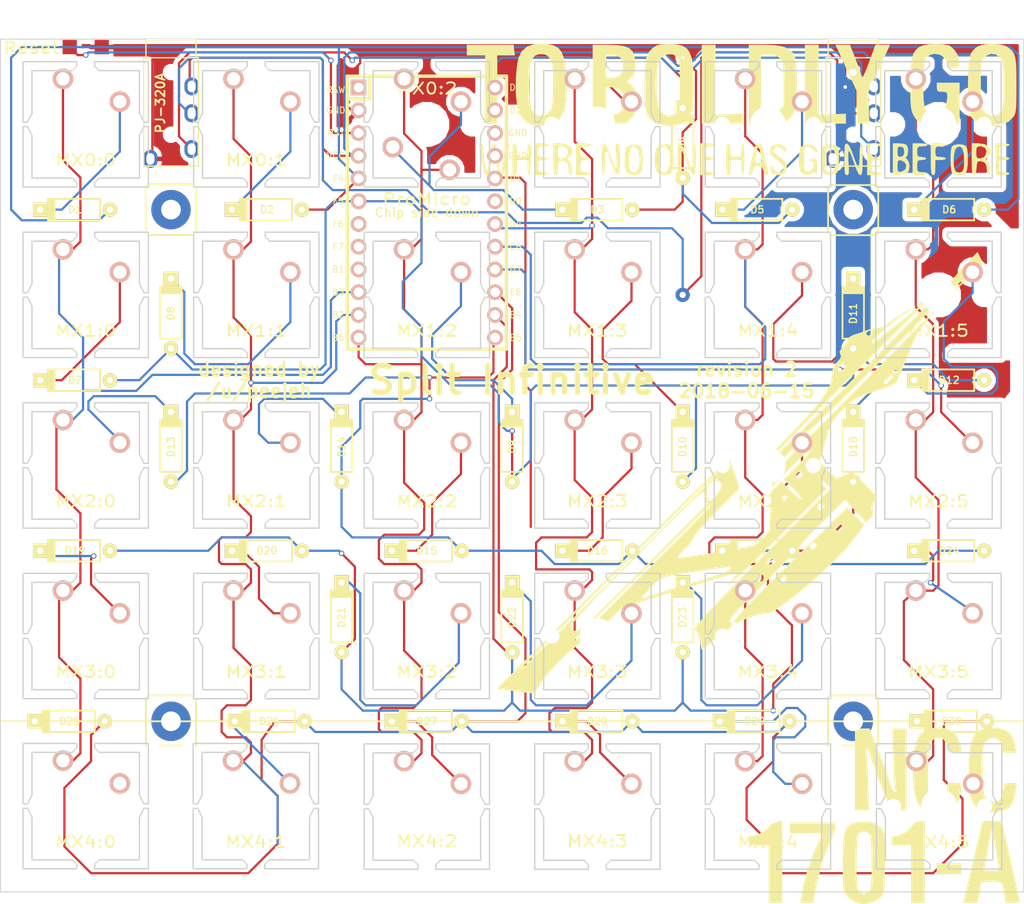
<source format=kicad_pcb>
(kicad_pcb (version 20171130) (host pcbnew 5.1.4)
  (title_block (title "Split Infinitive") (date 2018-03-18) (rev 2))
  (layers (0 F.Cu signal) (31 B.Cu signal) (34 B.Paste user) (35 F.Paste user) (36 B.SilkS user) (37 F.SilkS user hide) (38 B.Mask user) (39 F.Mask user) (44 Edge.Cuts user))
  (net 0 "")
  (net 1 /Row0)
  (net 2 "Net-(D1-Pad1)")
  (net 3 "Net-(D2-Pad1)")
  (net 4 "Net-(D3-Pad1)")
  (net 5 "Net-(D4-Pad1)")
  (net 6 "Net-(D5-Pad1)")
  (net 7 /Row1)
  (net 8 "Net-(D7-Pad1)")
  (net 9 "Net-(D8-Pad1)")
  (net 10 "Net-(D9-Pad1)")
  (net 11 "Net-(D10-Pad1)")
  (net 12 "Net-(D11-Pad1)")
  (net 13 /Row2)
  (net 14 "Net-(D13-Pad1)")
  (net 15 "Net-(D14-Pad1)")
  (net 16 "Net-(D15-Pad1)")
  (net 17 "Net-(D16-Pad1)")
  (net 18 "Net-(D17-Pad1)")
  (net 19 /Row3)
  (net 20 "Net-(D19-Pad1)")
  (net 21 "Net-(D20-Pad1)")
  (net 22 "Net-(D21-Pad1)")
  (net 23 "Net-(D22-Pad1)")
  (net 24 "Net-(D23-Pad1)")
  (net 25 GND)
  (net 26 VCC)
  (net 27 /Col0)
  (net 28 /Col1)
  (net 29 /Col2)
  (net 30 /Col3)
  (net 31 /Col4)
  (net 32 "Net-(RESET1-Pad1)")
  (net 33 "Net-(D6-Pad1)")
  (net 34 "Net-(D12-Pad1)")
  (net 35 "Net-(D18-Pad1)")
  (net 36 "Net-(D24-Pad1)")
  (net 37 /Col5)
  (net 38 "Net-(U1-Pad1)")
  (net 39 "Net-(U1-Pad16)")
  (net 40 "Net-(U1-Pad15)")
  (net 41 "Net-(D25-Pad1)")
  (net 42 /Row4)
  (net 43 "Net-(D26-Pad1)")
  (net 44 "Net-(D27-Pad1)")
  (net 45 "Net-(D28-Pad1)")
  (net 46 "Net-(D29-Pad1)")
  (net 47 "Net-(D30-Pad1)")
  (net 48 "Net-(EXTRADATA1-Pad1)")
  (net 49 /Col6)
  (net 50 /Col7)
  (net 51 /Col8)
  (net 52 /Col9)
  (net 53 /Col10)
  (net 54 /Col11)
  (net 55 /Data)
  (module idle-hands:MX_CUTOUT (layer B.Cu) (at 135.68125 149.96875 180)
    (fp_text reference MX4:1 (at 0 -4 180) (layer F.SilkS) (effects (font (size 1.27 1.524) (thickness 0.2032))))
    (fp_text value MX4:10 hide)
    (fp_line (start 7 0.25) (end 7 7) (layer Edge.Cuts) (width 0.15))
    (fp_line (start 7 7) (end 1 7) (layer Edge.Cuts) (width 0.15))
    (fp_line (start 6 1.25) (end 6 6) (layer Edge.Cuts) (width 0.15))
    (fp_line (start 7 0.25) (end 6.5 0.25) (layer Edge.Cuts) (width 0.15))
    (fp_line (start 1.5 6) (end 6 6) (layer Edge.Cuts) (width 0.15))
    (fp_line (start 1 6.5) (end 1.5 6) (layer Edge.Cuts) (width 0.15))
    (fp_line (start 1 7) (end 1 6.5) (layer Edge.Cuts) (width 0.15))
    (fp_line (start 6.5 0.25) (end 6 1.25) (layer Edge.Cuts) (width 0.15))
    (fp_line (start -6.5 0.25) (end -6 1.25) (layer Edge.Cuts) (width 0.15))
    (fp_line (start -1 7) (end -1 6.5) (layer Edge.Cuts) (width 0.15))
    (fp_line (start -1 6.5) (end -1.5 6) (layer Edge.Cuts) (width 0.15))
    (fp_line (start -1.5 6) (end -6 6) (layer Edge.Cuts) (width 0.15))
    (fp_line (start -7 0.25) (end -6.5 0.25) (layer Edge.Cuts) (width 0.15))
    (fp_line (start -6 1.25) (end -6 6) (layer Edge.Cuts) (width 0.15))
    (fp_line (start -7 7) (end -1 7) (layer Edge.Cuts) (width 0.15))
    (fp_line (start -7 0.25) (end -7 7) (layer Edge.Cuts) (width 0.15))
    (fp_line (start 7 -0.25) (end 7 -7) (layer Edge.Cuts) (width 0.15))
    (fp_line (start 7 -7) (end 1 -7) (layer Edge.Cuts) (width 0.15))
    (fp_line (start 6 -1.25) (end 6 -6) (layer Edge.Cuts) (width 0.15))
    (fp_line (start 7 -0.25) (end 6.5 -0.25) (layer Edge.Cuts) (width 0.15))
    (fp_line (start 1.5 -6) (end 6 -6) (layer Edge.Cuts) (width 0.15))
    (fp_line (start 1 -6.5) (end 1.5 -6) (layer Edge.Cuts) (width 0.15))
    (fp_line (start 1 -7) (end 1 -6.5) (layer Edge.Cuts) (width 0.15))
    (fp_line (start 6.5 -0.25) (end 6 -1.25) (layer Edge.Cuts) (width 0.15))
    (fp_line (start -6.5 -0.25) (end -6 -1.25) (layer Edge.Cuts) (width 0.15))
    (fp_line (start -1 -7) (end -1 -6.5) (layer Edge.Cuts) (width 0.15))
    (fp_line (start -1 -6.5) (end -1.5 -6) (layer Edge.Cuts) (width 0.15))
    (fp_line (start -1.5 -6) (end -6 -6) (layer Edge.Cuts) (width 0.15))
    (fp_line (start -7 -0.25) (end -6.5 -0.25) (layer Edge.Cuts) (width 0.15))
    (fp_line (start -6 -1.25) (end -6 -6) (layer Edge.Cuts) (width 0.15))
    (fp_line (start -7 -7) (end -1 -7) (layer Edge.Cuts) (width 0.15))
    (fp_line (start -7 -0.25) (end -7 -7) (layer Edge.Cuts) (width 0.15))
    (pad 1 thru_hole circle (at 2.54 5.08 180) (size 2.286 2.286) (drill 1.4986) (layers *.Cu *.SilkS *.Mask) (net 27 /Col0))
    (pad 2 thru_hole circle (at -3.81 2.54 180) (size 2.286 2.286) (drill 1.4986) (layers *.Cu *.SilkS *.Mask) (net 20 "Net-(D19-Pad1)"))
    (pad HOLE np_thru_hole circle (at 0 0 180) (size 3.9878 3.9878) (drill 3.9878) (layers *.Cu))
    (pad "" np_thru_hole circle (at -5.08 0 180) (size 1.7018 1.7018) (drill 1.7018) (layers *.Cu *.Mask))
    (pad "" np_thru_hole circle (at 5.08 0 180) (size 1.7018 1.7018) (drill 1.7018) (layers *.Cu *.Mask))
  )
  (module idle-hands:MX_CUTOUT (layer B.Cu) (at 116.68125 149.96875 180)
    (fp_text reference MX4:0 (at 0 -4 180) (layer F.SilkS) (effects (font (size 1.27 1.524) (thickness 0.2032))))
    (fp_text value MX4:11 hide)
    (fp_line (start -7 -0.25) (end -7 -7) (layer Edge.Cuts) (width 0.15))
    (fp_line (start -7 -7) (end -1 -7) (layer Edge.Cuts) (width 0.15))
    (fp_line (start -6 -1.25) (end -6 -6) (layer Edge.Cuts) (width 0.15))
    (fp_line (start -7 -0.25) (end -6.5 -0.25) (layer Edge.Cuts) (width 0.15))
    (fp_line (start -1.5 -6) (end -6 -6) (layer Edge.Cuts) (width 0.15))
    (fp_line (start -1 -6.5) (end -1.5 -6) (layer Edge.Cuts) (width 0.15))
    (fp_line (start -1 -7) (end -1 -6.5) (layer Edge.Cuts) (width 0.15))
    (fp_line (start -6.5 -0.25) (end -6 -1.25) (layer Edge.Cuts) (width 0.15))
    (fp_line (start 6.5 -0.25) (end 6 -1.25) (layer Edge.Cuts) (width 0.15))
    (fp_line (start 1 -7) (end 1 -6.5) (layer Edge.Cuts) (width 0.15))
    (fp_line (start 1 -6.5) (end 1.5 -6) (layer Edge.Cuts) (width 0.15))
    (fp_line (start 1.5 -6) (end 6 -6) (layer Edge.Cuts) (width 0.15))
    (fp_line (start 7 -0.25) (end 6.5 -0.25) (layer Edge.Cuts) (width 0.15))
    (fp_line (start 6 -1.25) (end 6 -6) (layer Edge.Cuts) (width 0.15))
    (fp_line (start 7 -7) (end 1 -7) (layer Edge.Cuts) (width 0.15))
    (fp_line (start 7 -0.25) (end 7 -7) (layer Edge.Cuts) (width 0.15))
    (fp_line (start -7 0.25) (end -7 7) (layer Edge.Cuts) (width 0.15))
    (fp_line (start -7 7) (end -1 7) (layer Edge.Cuts) (width 0.15))
    (fp_line (start -6 1.25) (end -6 6) (layer Edge.Cuts) (width 0.15))
    (fp_line (start -7 0.25) (end -6.5 0.25) (layer Edge.Cuts) (width 0.15))
    (fp_line (start -1.5 6) (end -6 6) (layer Edge.Cuts) (width 0.15))
    (fp_line (start -1 6.5) (end -1.5 6) (layer Edge.Cuts) (width 0.15))
    (fp_line (start -1 7) (end -1 6.5) (layer Edge.Cuts) (width 0.15))
    (fp_line (start -6.5 0.25) (end -6 1.25) (layer Edge.Cuts) (width 0.15))
    (fp_line (start 6.5 0.25) (end 6 1.25) (layer Edge.Cuts) (width 0.15))
    (fp_line (start 1 7) (end 1 6.5) (layer Edge.Cuts) (width 0.15))
    (fp_line (start 1 6.5) (end 1.5 6) (layer Edge.Cuts) (width 0.15))
    (fp_line (start 1.5 6) (end 6 6) (layer Edge.Cuts) (width 0.15))
    (fp_line (start 7 0.25) (end 6.5 0.25) (layer Edge.Cuts) (width 0.15))
    (fp_line (start 6 1.25) (end 6 6) (layer Edge.Cuts) (width 0.15))
    (fp_line (start 7 7) (end 1 7) (layer Edge.Cuts) (width 0.15))
    (fp_line (start 7 0.25) (end 7 7) (layer Edge.Cuts) (width 0.15))
    (pad "" np_thru_hole circle (at 5.08 0 180) (size 1.7018 1.7018) (drill 1.7018) (layers *.Cu *.Mask))
    (pad "" np_thru_hole circle (at -5.08 0 180) (size 1.7018 1.7018) (drill 1.7018) (layers *.Cu *.Mask))
    (pad HOLE np_thru_hole circle (at 0 0 180) (size 3.9878 3.9878) (drill 3.9878) (layers *.Cu))
    (pad 2 thru_hole circle (at -3.81 2.54 180) (size 2.286 2.286) (drill 1.4986) (layers *.Cu *.SilkS *.Mask) (net 20 "Net-(D19-Pad1)"))
    (pad 1 thru_hole circle (at 2.54 5.08 180) (size 2.286 2.286) (drill 1.4986) (layers *.Cu *.SilkS *.Mask) (net 27 /Col0))
  )
  (module idle-hands:MX_CUTOUT (layer B.Cu) (at 212 150 180)
    (fp_text reference MX4:5 (at 0 -4 180) (layer F.SilkS) (effects (font (size 1.27 1.524) (thickness 0.2032))))
    (fp_text value MX3:7 hide)
    (fp_line (start 7 0.25) (end 7 7) (layer Edge.Cuts) (width 0.15))
    (fp_line (start 7 7) (end 1 7) (layer Edge.Cuts) (width 0.15))
    (fp_line (start 6 1.25) (end 6 6) (layer Edge.Cuts) (width 0.15))
    (fp_line (start 7 0.25) (end 6.5 0.25) (layer Edge.Cuts) (width 0.15))
    (fp_line (start 1.5 6) (end 6 6) (layer Edge.Cuts) (width 0.15))
    (fp_line (start 1 6.5) (end 1.5 6) (layer Edge.Cuts) (width 0.15))
    (fp_line (start 1 7) (end 1 6.5) (layer Edge.Cuts) (width 0.15))
    (fp_line (start 6.5 0.25) (end 6 1.25) (layer Edge.Cuts) (width 0.15))
    (fp_line (start -6.5 0.25) (end -6 1.25) (layer Edge.Cuts) (width 0.15))
    (fp_line (start -1 7) (end -1 6.5) (layer Edge.Cuts) (width 0.15))
    (fp_line (start -1 6.5) (end -1.5 6) (layer Edge.Cuts) (width 0.15))
    (fp_line (start -1.5 6) (end -6 6) (layer Edge.Cuts) (width 0.15))
    (fp_line (start -7 0.25) (end -6.5 0.25) (layer Edge.Cuts) (width 0.15))
    (fp_line (start -6 1.25) (end -6 6) (layer Edge.Cuts) (width 0.15))
    (fp_line (start -7 7) (end -1 7) (layer Edge.Cuts) (width 0.15))
    (fp_line (start -7 0.25) (end -7 7) (layer Edge.Cuts) (width 0.15))
    (fp_line (start 7 -0.25) (end 7 -7) (layer Edge.Cuts) (width 0.15))
    (fp_line (start 7 -7) (end 1 -7) (layer Edge.Cuts) (width 0.15))
    (fp_line (start 6 -1.25) (end 6 -6) (layer Edge.Cuts) (width 0.15))
    (fp_line (start 7 -0.25) (end 6.5 -0.25) (layer Edge.Cuts) (width 0.15))
    (fp_line (start 1.5 -6) (end 6 -6) (layer Edge.Cuts) (width 0.15))
    (fp_line (start 1 -6.5) (end 1.5 -6) (layer Edge.Cuts) (width 0.15))
    (fp_line (start 1 -7) (end 1 -6.5) (layer Edge.Cuts) (width 0.15))
    (fp_line (start 6.5 -0.25) (end 6 -1.25) (layer Edge.Cuts) (width 0.15))
    (fp_line (start -6.5 -0.25) (end -6 -1.25) (layer Edge.Cuts) (width 0.15))
    (fp_line (start -1 -7) (end -1 -6.5) (layer Edge.Cuts) (width 0.15))
    (fp_line (start -1 -6.5) (end -1.5 -6) (layer Edge.Cuts) (width 0.15))
    (fp_line (start -1.5 -6) (end -6 -6) (layer Edge.Cuts) (width 0.15))
    (fp_line (start -7 -0.25) (end -6.5 -0.25) (layer Edge.Cuts) (width 0.15))
    (fp_line (start -6 -1.25) (end -6 -6) (layer Edge.Cuts) (width 0.15))
    (fp_line (start -7 -7) (end -1 -7) (layer Edge.Cuts) (width 0.15))
    (fp_line (start -7 -0.25) (end -7 -7) (layer Edge.Cuts) (width 0.15))
    (pad 1 thru_hole circle (at 2.54 5.08 180) (size 2.286 2.286) (drill 1.4986) (layers *.Cu *.SilkS *.Mask) (net 31 /Col4))
    (pad 2 thru_hole circle (at -3.81 2.54 180) (size 2.286 2.286) (drill 1.4986) (layers *.Cu *.SilkS *.Mask) (net 24 "Net-(D23-Pad1)"))
    (pad HOLE np_thru_hole circle (at 0 0 180) (size 3.9878 3.9878) (drill 3.9878) (layers *.Cu))
    (pad "" np_thru_hole circle (at -5.08 0 180) (size 1.7018 1.7018) (drill 1.7018) (layers *.Cu *.Mask))
    (pad "" np_thru_hole circle (at 5.08 0 180) (size 1.7018 1.7018) (drill 1.7018) (layers *.Cu *.Mask))
  )
  (module idle-hands:MX_CUTOUT (layer B.Cu) (at 192.882073 150.01939 180)
    (fp_text reference MX4:4 (at 0 -4 180) (layer F.SilkS) (effects (font (size 1.27 1.524) (thickness 0.2032))))
    (fp_text value MX3:7 hide)
    (fp_line (start -7 -0.25) (end -7 -7) (layer Edge.Cuts) (width 0.15))
    (fp_line (start -7 -7) (end -1 -7) (layer Edge.Cuts) (width 0.15))
    (fp_line (start -6 -1.25) (end -6 -6) (layer Edge.Cuts) (width 0.15))
    (fp_line (start -7 -0.25) (end -6.5 -0.25) (layer Edge.Cuts) (width 0.15))
    (fp_line (start -1.5 -6) (end -6 -6) (layer Edge.Cuts) (width 0.15))
    (fp_line (start -1 -6.5) (end -1.5 -6) (layer Edge.Cuts) (width 0.15))
    (fp_line (start -1 -7) (end -1 -6.5) (layer Edge.Cuts) (width 0.15))
    (fp_line (start -6.5 -0.25) (end -6 -1.25) (layer Edge.Cuts) (width 0.15))
    (fp_line (start 6.5 -0.25) (end 6 -1.25) (layer Edge.Cuts) (width 0.15))
    (fp_line (start 1 -7) (end 1 -6.5) (layer Edge.Cuts) (width 0.15))
    (fp_line (start 1 -6.5) (end 1.5 -6) (layer Edge.Cuts) (width 0.15))
    (fp_line (start 1.5 -6) (end 6 -6) (layer Edge.Cuts) (width 0.15))
    (fp_line (start 7 -0.25) (end 6.5 -0.25) (layer Edge.Cuts) (width 0.15))
    (fp_line (start 6 -1.25) (end 6 -6) (layer Edge.Cuts) (width 0.15))
    (fp_line (start 7 -7) (end 1 -7) (layer Edge.Cuts) (width 0.15))
    (fp_line (start 7 -0.25) (end 7 -7) (layer Edge.Cuts) (width 0.15))
    (fp_line (start -7 0.25) (end -7 7) (layer Edge.Cuts) (width 0.15))
    (fp_line (start -7 7) (end -1 7) (layer Edge.Cuts) (width 0.15))
    (fp_line (start -6 1.25) (end -6 6) (layer Edge.Cuts) (width 0.15))
    (fp_line (start -7 0.25) (end -6.5 0.25) (layer Edge.Cuts) (width 0.15))
    (fp_line (start -1.5 6) (end -6 6) (layer Edge.Cuts) (width 0.15))
    (fp_line (start -1 6.5) (end -1.5 6) (layer Edge.Cuts) (width 0.15))
    (fp_line (start -1 7) (end -1 6.5) (layer Edge.Cuts) (width 0.15))
    (fp_line (start -6.5 0.25) (end -6 1.25) (layer Edge.Cuts) (width 0.15))
    (fp_line (start 6.5 0.25) (end 6 1.25) (layer Edge.Cuts) (width 0.15))
    (fp_line (start 1 7) (end 1 6.5) (layer Edge.Cuts) (width 0.15))
    (fp_line (start 1 6.5) (end 1.5 6) (layer Edge.Cuts) (width 0.15))
    (fp_line (start 1.5 6) (end 6 6) (layer Edge.Cuts) (width 0.15))
    (fp_line (start 7 0.25) (end 6.5 0.25) (layer Edge.Cuts) (width 0.15))
    (fp_line (start 6 1.25) (end 6 6) (layer Edge.Cuts) (width 0.15))
    (fp_line (start 7 7) (end 1 7) (layer Edge.Cuts) (width 0.15))
    (fp_line (start 7 0.25) (end 7 7) (layer Edge.Cuts) (width 0.15))
    (pad "" np_thru_hole circle (at 5.08 0 180) (size 1.7018 1.7018) (drill 1.7018) (layers *.Cu *.Mask))
    (pad "" np_thru_hole circle (at -5.08 0 180) (size 1.7018 1.7018) (drill 1.7018) (layers *.Cu *.Mask))
    (pad HOLE np_thru_hole circle (at 0 0 180) (size 3.9878 3.9878) (drill 3.9878) (layers *.Cu))
    (pad 2 thru_hole circle (at -3.81 2.54 180) (size 2.286 2.286) (drill 1.4986) (layers *.Cu *.SilkS *.Mask) (net 24 "Net-(D23-Pad1)"))
    (pad 1 thru_hole circle (at 2.54 5.08 180) (size 2.286 2.286) (drill 1.4986) (layers *.Cu *.SilkS *.Mask) (net 31 /Col4))
  )
  (module idle-hands:MX_CUTOUT (layer B.Cu) (at 192.88125 130.96875 180)
    (fp_text reference MX3:4 (at 0 -4 180) (layer F.SilkS) (effects (font (size 1.27 1.524) (thickness 0.2032))))
    (fp_text value MX3:7 hide)
    (fp_line (start 7 0.25) (end 7 7) (layer Edge.Cuts) (width 0.15))
    (fp_line (start 7 7) (end 1 7) (layer Edge.Cuts) (width 0.15))
    (fp_line (start 6 1.25) (end 6 6) (layer Edge.Cuts) (width 0.15))
    (fp_line (start 7 0.25) (end 6.5 0.25) (layer Edge.Cuts) (width 0.15))
    (fp_line (start 1.5 6) (end 6 6) (layer Edge.Cuts) (width 0.15))
    (fp_line (start 1 6.5) (end 1.5 6) (layer Edge.Cuts) (width 0.15))
    (fp_line (start 1 7) (end 1 6.5) (layer Edge.Cuts) (width 0.15))
    (fp_line (start 6.5 0.25) (end 6 1.25) (layer Edge.Cuts) (width 0.15))
    (fp_line (start -6.5 0.25) (end -6 1.25) (layer Edge.Cuts) (width 0.15))
    (fp_line (start -1 7) (end -1 6.5) (layer Edge.Cuts) (width 0.15))
    (fp_line (start -1 6.5) (end -1.5 6) (layer Edge.Cuts) (width 0.15))
    (fp_line (start -1.5 6) (end -6 6) (layer Edge.Cuts) (width 0.15))
    (fp_line (start -7 0.25) (end -6.5 0.25) (layer Edge.Cuts) (width 0.15))
    (fp_line (start -6 1.25) (end -6 6) (layer Edge.Cuts) (width 0.15))
    (fp_line (start -7 7) (end -1 7) (layer Edge.Cuts) (width 0.15))
    (fp_line (start -7 0.25) (end -7 7) (layer Edge.Cuts) (width 0.15))
    (fp_line (start 7 -0.25) (end 7 -7) (layer Edge.Cuts) (width 0.15))
    (fp_line (start 7 -7) (end 1 -7) (layer Edge.Cuts) (width 0.15))
    (fp_line (start 6 -1.25) (end 6 -6) (layer Edge.Cuts) (width 0.15))
    (fp_line (start 7 -0.25) (end 6.5 -0.25) (layer Edge.Cuts) (width 0.15))
    (fp_line (start 1.5 -6) (end 6 -6) (layer Edge.Cuts) (width 0.15))
    (fp_line (start 1 -6.5) (end 1.5 -6) (layer Edge.Cuts) (width 0.15))
    (fp_line (start 1 -7) (end 1 -6.5) (layer Edge.Cuts) (width 0.15))
    (fp_line (start 6.5 -0.25) (end 6 -1.25) (layer Edge.Cuts) (width 0.15))
    (fp_line (start -6.5 -0.25) (end -6 -1.25) (layer Edge.Cuts) (width 0.15))
    (fp_line (start -1 -7) (end -1 -6.5) (layer Edge.Cuts) (width 0.15))
    (fp_line (start -1 -6.5) (end -1.5 -6) (layer Edge.Cuts) (width 0.15))
    (fp_line (start -1.5 -6) (end -6 -6) (layer Edge.Cuts) (width 0.15))
    (fp_line (start -7 -0.25) (end -6.5 -0.25) (layer Edge.Cuts) (width 0.15))
    (fp_line (start -6 -1.25) (end -6 -6) (layer Edge.Cuts) (width 0.15))
    (fp_line (start -7 -7) (end -1 -7) (layer Edge.Cuts) (width 0.15))
    (fp_line (start -7 -0.25) (end -7 -7) (layer Edge.Cuts) (width 0.15))
    (pad 1 thru_hole circle (at 2.54 5.08 180) (size 2.286 2.286) (drill 1.4986) (layers *.Cu *.SilkS *.Mask) (net 31 /Col4))
    (pad 2 thru_hole circle (at -3.81 2.54 180) (size 2.286 2.286) (drill 1.4986) (layers *.Cu *.SilkS *.Mask) (net 24 "Net-(D23-Pad1)"))
    (pad HOLE np_thru_hole circle (at 0 0 180) (size 3.9878 3.9878) (drill 3.9878) (layers *.Cu))
    (pad "" np_thru_hole circle (at -5.08 0 180) (size 1.7018 1.7018) (drill 1.7018) (layers *.Cu *.Mask))
    (pad "" np_thru_hole circle (at 5.08 0 180) (size 1.7018 1.7018) (drill 1.7018) (layers *.Cu *.Mask))
  )
  (module idle-hands:MX_CUTOUT (layer B.Cu) (at 211.93125 130.96875 180)
    (fp_text reference MX3:5 (at 0 -4 180) (layer F.SilkS) (effects (font (size 1.27 1.524) (thickness 0.2032))))
    (fp_text value MX3:6 hide)
    (fp_line (start 7 0.25) (end 7 7) (layer Edge.Cuts) (width 0.15))
    (fp_line (start 7 7) (end 1 7) (layer Edge.Cuts) (width 0.15))
    (fp_line (start 6 1.25) (end 6 6) (layer Edge.Cuts) (width 0.15))
    (fp_line (start 7 0.25) (end 6.5 0.25) (layer Edge.Cuts) (width 0.15))
    (fp_line (start 1.5 6) (end 6 6) (layer Edge.Cuts) (width 0.15))
    (fp_line (start 1 6.5) (end 1.5 6) (layer Edge.Cuts) (width 0.15))
    (fp_line (start 1 7) (end 1 6.5) (layer Edge.Cuts) (width 0.15))
    (fp_line (start 6.5 0.25) (end 6 1.25) (layer Edge.Cuts) (width 0.15))
    (fp_line (start -6.5 0.25) (end -6 1.25) (layer Edge.Cuts) (width 0.15))
    (fp_line (start -1 7) (end -1 6.5) (layer Edge.Cuts) (width 0.15))
    (fp_line (start -1 6.5) (end -1.5 6) (layer Edge.Cuts) (width 0.15))
    (fp_line (start -1.5 6) (end -6 6) (layer Edge.Cuts) (width 0.15))
    (fp_line (start -7 0.25) (end -6.5 0.25) (layer Edge.Cuts) (width 0.15))
    (fp_line (start -6 1.25) (end -6 6) (layer Edge.Cuts) (width 0.15))
    (fp_line (start -7 7) (end -1 7) (layer Edge.Cuts) (width 0.15))
    (fp_line (start -7 0.25) (end -7 7) (layer Edge.Cuts) (width 0.15))
    (fp_line (start 7 -0.25) (end 7 -7) (layer Edge.Cuts) (width 0.15))
    (fp_line (start 7 -7) (end 1 -7) (layer Edge.Cuts) (width 0.15))
    (fp_line (start 6 -1.25) (end 6 -6) (layer Edge.Cuts) (width 0.15))
    (fp_line (start 7 -0.25) (end 6.5 -0.25) (layer Edge.Cuts) (width 0.15))
    (fp_line (start 1.5 -6) (end 6 -6) (layer Edge.Cuts) (width 0.15))
    (fp_line (start 1 -6.5) (end 1.5 -6) (layer Edge.Cuts) (width 0.15))
    (fp_line (start 1 -7) (end 1 -6.5) (layer Edge.Cuts) (width 0.15))
    (fp_line (start 6.5 -0.25) (end 6 -1.25) (layer Edge.Cuts) (width 0.15))
    (fp_line (start -6.5 -0.25) (end -6 -1.25) (layer Edge.Cuts) (width 0.15))
    (fp_line (start -1 -7) (end -1 -6.5) (layer Edge.Cuts) (width 0.15))
    (fp_line (start -1 -6.5) (end -1.5 -6) (layer Edge.Cuts) (width 0.15))
    (fp_line (start -1.5 -6) (end -6 -6) (layer Edge.Cuts) (width 0.15))
    (fp_line (start -7 -0.25) (end -6.5 -0.25) (layer Edge.Cuts) (width 0.15))
    (fp_line (start -6 -1.25) (end -6 -6) (layer Edge.Cuts) (width 0.15))
    (fp_line (start -7 -7) (end -1 -7) (layer Edge.Cuts) (width 0.15))
    (fp_line (start -7 -0.25) (end -7 -7) (layer Edge.Cuts) (width 0.15))
    (pad 1 thru_hole circle (at 2.54 5.08 180) (size 2.286 2.286) (drill 1.4986) (layers *.Cu *.SilkS *.Mask) (net 37 /Col5))
    (pad 2 thru_hole circle (at -3.81 2.54 180) (size 2.286 2.286) (drill 1.4986) (layers *.Cu *.SilkS *.Mask) (net 36 "Net-(D24-Pad1)"))
    (pad HOLE np_thru_hole circle (at 0 0 180) (size 3.9878 3.9878) (drill 3.9878) (layers *.Cu))
    (pad "" np_thru_hole circle (at -5.08 0 180) (size 1.7018 1.7018) (drill 1.7018) (layers *.Cu *.Mask))
    (pad "" np_thru_hole circle (at 5.08 0 180) (size 1.7018 1.7018) (drill 1.7018) (layers *.Cu *.Mask))
  )
  (module idle-hands:DIODE (layer F.Cu) (at 114.895803 140.494349)
    (fp_text reference D25 (at 0 0) (layer F.SilkS) (effects (font (size 0.8 0.8))))
    (fp_text value DIODE hide)
    (pad 1 thru_hole rect (at -3.9 0) (size 1.6 1.6) (drill 0.7) (layers *.Cu *.Mask F.SilkS) (net 41 "Net-(D25-Pad1)"))
    (pad 2 thru_hole circle (at 3.9 0) (size 1.6 1.6) (drill 0.7) (layers *.Cu *.Mask F.SilkS) (net 42 /Row4))
  )
  (module idle-hands:boldy1 (layer F.Cu) (at 189.905498 112.514543)
    (fp_text reference G*** hide)
    (fp_text value LOGO hide)
  )
  (module Mounting_Holes:MountingHole_2.2mm_M2_Pad (layer F.Cu) (at 126.20625 83.34375)
    (fp_text reference Hole hide)
    (fp_text value MountingHole hide)
    (pad 1 thru_hole circle (at 0 0) (size 4.4 4.4) (drill 2.2) (layers *.Cu *.Mask))
  )
  (module Mounting_Holes:MountingHole_2.2mm_M2_Pad (layer F.Cu) (at 126.206788 140.494349)
    (fp_text reference Hole hide)
    (fp_text value MountingHole hide)
    (pad 1 thru_hole circle (at 0 0) (size 4.4 4.4) (drill 2.2) (layers *.Cu *.Mask))
  )
  (module Mounting_Holes:MountingHole_2.2mm_M2_Pad (layer F.Cu) (at 202.407114 140.494349)
    (fp_text reference Hole hide)
    (fp_text value MountingHole hide)
    (pad 1 thru_hole circle (at 0 0) (size 4.4 4.4) (drill 2.2) (layers *.Cu *.Mask))
  )
  (module Mounting_Holes:MountingHole_2.2mm_M2_Pad (layer F.Cu) (at 202.40625 83.34375)
    (fp_text reference Hole hide)
    (fp_text value MountingHole hide)
    (pad 1 thru_hole circle (at 0 0) (size 4.4 4.4) (drill 2.2) (layers *.Cu *.Mask))
  )
  (module idle-hands:DIODE (layer F.Cu) (at 115.490625 121.44375)
    (fp_text reference D19 (at 0 0) (layer F.SilkS) (effects (font (size 0.8 0.8))))
    (fp_text value DIODE hide)
    (pad 1 thru_hole rect (at -3.9 0) (size 1.6 1.6) (drill 0.7) (layers *.Cu *.Mask F.SilkS) (net 20 "Net-(D19-Pad1)"))
    (pad 2 thru_hole circle (at 3.9 0) (size 1.6 1.6) (drill 0.7) (layers *.Cu *.Mask F.SilkS) (net 19 /Row3))
  )
  (module idle-hands:DIODE (layer F.Cu) (at 115.490625 83.34375)
    (fp_text reference D1 (at 0 0) (layer F.SilkS) (effects (font (size 0.8 0.8))))
    (fp_text value DIODE hide)
    (pad 1 thru_hole rect (at -3.9 0) (size 1.6 1.6) (drill 0.7) (layers *.Cu *.Mask F.SilkS) (net 2 "Net-(D1-Pad1)"))
    (pad 2 thru_hole circle (at 3.9 0) (size 1.6 1.6) (drill 0.7) (layers *.Cu *.Mask F.SilkS) (net 1 /Row0))
  )
  (module idle-hands:DIODE (layer F.Cu) (at 136.921875 83.34375)
    (fp_text reference D2 (at 0 0) (layer F.SilkS) (effects (font (size 0.8 0.8))))
    (fp_text value DIODE hide)
    (pad 1 thru_hole rect (at -3.9 0) (size 1.6 1.6) (drill 0.7) (layers *.Cu *.Mask F.SilkS) (net 3 "Net-(D2-Pad1)"))
    (pad 2 thru_hole circle (at 3.9 0) (size 1.6 1.6) (drill 0.7) (layers *.Cu *.Mask F.SilkS) (net 1 /Row0))
  )
  (module idle-hands:DIODE (layer F.Cu) (at 173.83125 83.34375)
    (fp_text reference D3 (at 0 0) (layer F.SilkS) (effects (font (size 0.8 0.8))))
    (fp_text value DIODE hide)
    (pad 1 thru_hole rect (at -3.9 0) (size 1.6 1.6) (drill 0.7) (layers *.Cu *.Mask F.SilkS) (net 4 "Net-(D3-Pad1)"))
    (pad 2 thru_hole circle (at 3.9 0) (size 1.6 1.6) (drill 0.7) (layers *.Cu *.Mask F.SilkS) (net 1 /Row0))
  )
  (module idle-hands:DIODE (layer F.Cu) (at 183.357032 75.902668 270)
    (fp_text reference D4 (at 0 0 270) (layer F.SilkS) (effects (font (size 0.8 0.8))))
    (fp_text value DIODE hide)
    (pad 1 thru_hole rect (at -3.9 0 270) (size 1.6 1.6) (drill 0.7) (layers *.Cu *.Mask F.SilkS) (net 5 "Net-(D4-Pad1)"))
    (pad 2 thru_hole circle (at 3.9 0 270) (size 1.6 1.6) (drill 0.7) (layers *.Cu *.Mask F.SilkS) (net 1 /Row0))
  )
  (module idle-hands:DIODE (layer F.Cu) (at 191.690625 83.34375)
    (fp_text reference D5 (at 0 0) (layer F.SilkS) (effects (font (size 0.8 0.8))))
    (fp_text value DIODE hide)
    (pad 1 thru_hole rect (at -3.9 0) (size 1.6 1.6) (drill 0.7) (layers *.Cu *.Mask F.SilkS) (net 6 "Net-(D5-Pad1)"))
    (pad 2 thru_hole circle (at 3.9 0) (size 1.6 1.6) (drill 0.7) (layers *.Cu *.Mask F.SilkS) (net 1 /Row0))
  )
  (module idle-hands:DIODE (layer F.Cu) (at 213.121875 83.34375)
    (fp_text reference D6 (at 0 0) (layer F.SilkS) (effects (font (size 0.8 0.8))))
    (fp_text value DIODE hide)
    (pad 1 thru_hole rect (at -3.9 0) (size 1.6 1.6) (drill 0.7) (layers *.Cu *.Mask F.SilkS) (net 33 "Net-(D6-Pad1)"))
    (pad 2 thru_hole circle (at 3.9 0) (size 1.6 1.6) (drill 0.7) (layers *.Cu *.Mask F.SilkS) (net 1 /Row0))
  )
  (module idle-hands:DIODE (layer F.Cu) (at 115.490625 102.39375)
    (fp_text reference D7 (at 0 0) (layer F.SilkS) (effects (font (size 0.8 0.8))))
    (fp_text value DIODE hide)
    (pad 1 thru_hole rect (at -3.9 0) (size 1.6 1.6) (drill 0.7) (layers *.Cu *.Mask F.SilkS) (net 8 "Net-(D7-Pad1)"))
    (pad 2 thru_hole circle (at 3.9 0) (size 1.6 1.6) (drill 0.7) (layers *.Cu *.Mask F.SilkS) (net 7 /Row1))
  )
  (module idle-hands:DIODE (layer F.Cu) (at 126.206788 94.952749 270)
    (fp_text reference D8 (at 0 0 270) (layer F.SilkS) (effects (font (size 0.8 0.8))))
    (fp_text value DIODE hide)
    (pad 1 thru_hole rect (at -3.9 0 270) (size 1.6 1.6) (drill 0.7) (layers *.Cu *.Mask F.SilkS) (net 9 "Net-(D8-Pad1)"))
    (pad 2 thru_hole circle (at 3.9 0 270) (size 1.6 1.6) (drill 0.7) (layers *.Cu *.Mask F.SilkS) (net 7 /Row1))
  )
  (module idle-hands:DIODE (layer F.Cu) (at 164.306951 109.835625 270)
    (fp_text reference D9 (at 0 0 270) (layer F.SilkS) (effects (font (size 0.8 0.8))))
    (fp_text value DIODE hide)
    (pad 1 thru_hole rect (at -3.9 0 270) (size 1.6 1.6) (drill 0.7) (layers *.Cu *.Mask F.SilkS) (net 10 "Net-(D9-Pad1)"))
    (pad 2 thru_hole circle (at 3.9 0 270) (size 1.6 1.6) (drill 0.7) (layers *.Cu *.Mask F.SilkS) (net 7 /Row1))
  )
  (module idle-hands:DIODE (layer F.Cu) (at 183.357032 109.835625 270)
    (fp_text reference D10 (at 0 0 270) (layer F.SilkS) (effects (font (size 0.8 0.8))))
    (fp_text value DIODE hide)
    (pad 1 thru_hole rect (at -3.9 0 270) (size 1.6 1.6) (drill 0.7) (layers *.Cu *.Mask F.SilkS) (net 11 "Net-(D10-Pad1)"))
    (pad 2 thru_hole circle (at 3.9 0 270) (size 1.6 1.6) (drill 0.7) (layers *.Cu *.Mask F.SilkS) (net 7 /Row1))
  )
  (module idle-hands:DIODE (layer F.Cu) (at 202.407114 94.952749 270)
    (fp_text reference D11 (at 0 0 270) (layer F.SilkS) (effects (font (size 0.8 0.8))))
    (fp_text value DIODE hide)
    (pad 1 thru_hole rect (at -3.9 0 270) (size 1.6 1.6) (drill 0.7) (layers *.Cu *.Mask F.SilkS) (net 12 "Net-(D11-Pad1)"))
    (pad 2 thru_hole circle (at 3.9 0 270) (size 1.6 1.6) (drill 0.7) (layers *.Cu *.Mask F.SilkS) (net 7 /Row1))
  )
  (module idle-hands:DIODE (layer F.Cu) (at 213.122784 102.394187)
    (fp_text reference D12 (at 0 0) (layer F.SilkS) (effects (font (size 0.8 0.8))))
    (fp_text value DIODE hide)
    (pad 1 thru_hole rect (at -3.9 0) (size 1.6 1.6) (drill 0.7) (layers *.Cu *.Mask F.SilkS) (net 34 "Net-(D12-Pad1)"))
    (pad 2 thru_hole circle (at 3.9 0) (size 1.6 1.6) (drill 0.7) (layers *.Cu *.Mask F.SilkS) (net 7 /Row1))
  )
  (module idle-hands:DIODE (layer F.Cu) (at 126.206788 109.835625 270)
    (fp_text reference D13 (at 0 0 270) (layer F.SilkS) (effects (font (size 0.8 0.8))))
    (fp_text value DIODE hide)
    (pad 1 thru_hole rect (at -3.9 0 270) (size 1.6 1.6) (drill 0.7) (layers *.Cu *.Mask F.SilkS) (net 14 "Net-(D13-Pad1)"))
    (pad 2 thru_hole circle (at 3.9 0 270) (size 1.6 1.6) (drill 0.7) (layers *.Cu *.Mask F.SilkS) (net 13 /Row2))
  )
  (module idle-hands:DIODE (layer F.Cu) (at 145.25687 109.835625 270)
    (fp_text reference D14 (at 0 0 270) (layer F.SilkS) (effects (font (size 0.8 0.8))))
    (fp_text value DIODE hide)
    (pad 1 thru_hole rect (at -3.9 0 270) (size 1.6 1.6) (drill 0.7) (layers *.Cu *.Mask F.SilkS) (net 15 "Net-(D14-Pad1)"))
    (pad 2 thru_hole circle (at 3.9 0 270) (size 1.6 1.6) (drill 0.7) (layers *.Cu *.Mask F.SilkS) (net 13 /Row2))
  )
  (module idle-hands:DIODE (layer F.Cu) (at 154.78125 121.44375)
    (fp_text reference D15 (at 0 0) (layer F.SilkS) (effects (font (size 0.8 0.8))))
    (fp_text value DIODE hide)
    (pad 1 thru_hole rect (at -3.9 0) (size 1.6 1.6) (drill 0.7) (layers *.Cu *.Mask F.SilkS) (net 16 "Net-(D15-Pad1)"))
    (pad 2 thru_hole circle (at 3.9 0) (size 1.6 1.6) (drill 0.7) (layers *.Cu *.Mask F.SilkS) (net 13 /Row2))
  )
  (module idle-hands:DIODE (layer F.Cu) (at 173.83125 121.44375)
    (fp_text reference D16 (at 0 0) (layer F.SilkS) (effects (font (size 0.8 0.8))))
    (fp_text value DIODE hide)
    (pad 1 thru_hole rect (at -3.9 0) (size 1.6 1.6) (drill 0.7) (layers *.Cu *.Mask F.SilkS) (net 17 "Net-(D16-Pad1)"))
    (pad 2 thru_hole circle (at 3.9 0) (size 1.6 1.6) (drill 0.7) (layers *.Cu *.Mask F.SilkS) (net 13 /Row2))
  )
  (module idle-hands:DIODE (layer F.Cu) (at 191.690625 121.44375)
    (fp_text reference D17 (at 0 0) (layer F.SilkS) (effects (font (size 0.8 0.8))))
    (fp_text value DIODE hide)
    (pad 1 thru_hole rect (at -3.9 0) (size 1.6 1.6) (drill 0.7) (layers *.Cu *.Mask F.SilkS) (net 18 "Net-(D17-Pad1)"))
    (pad 2 thru_hole circle (at 3.9 0) (size 1.6 1.6) (drill 0.7) (layers *.Cu *.Mask F.SilkS) (net 13 /Row2))
  )
  (module idle-hands:DIODE (layer F.Cu) (at 202.407114 109.835625 270)
    (fp_text reference D18 (at 0 0 270) (layer F.SilkS) (effects (font (size 0.8 0.8))))
    (fp_text value DIODE hide)
    (pad 1 thru_hole rect (at -3.9 0 270) (size 1.6 1.6) (drill 0.7) (layers *.Cu *.Mask F.SilkS) (net 35 "Net-(D18-Pad1)"))
    (pad 2 thru_hole circle (at 3.9 0 270) (size 1.6 1.6) (drill 0.7) (layers *.Cu *.Mask F.SilkS) (net 13 /Row2))
  )
  (module idle-hands:DIODE (layer F.Cu) (at 136.922459 121.444268)
    (fp_text reference D20 (at 0 0) (layer F.SilkS) (effects (font (size 0.8 0.8))))
    (fp_text value DIODE hide)
    (pad 1 thru_hole rect (at -3.9 0) (size 1.6 1.6) (drill 0.7) (layers *.Cu *.Mask F.SilkS) (net 21 "Net-(D20-Pad1)"))
    (pad 2 thru_hole circle (at 3.9 0) (size 1.6 1.6) (drill 0.7) (layers *.Cu *.Mask F.SilkS) (net 19 /Row3))
  )
  (module idle-hands:DIODE (layer F.Cu) (at 145.25687 128.885706 270)
    (fp_text reference D21 (at 0 0 270) (layer F.SilkS) (effects (font (size 0.8 0.8))))
    (fp_text value DIODE hide)
    (pad 1 thru_hole rect (at -3.9 0 270) (size 1.6 1.6) (drill 0.7) (layers *.Cu *.Mask F.SilkS) (net 22 "Net-(D21-Pad1)"))
    (pad 2 thru_hole circle (at 3.9 0 270) (size 1.6 1.6) (drill 0.7) (layers *.Cu *.Mask F.SilkS) (net 19 /Row3))
  )
  (module idle-hands:DIODE (layer F.Cu) (at 164.306951 128.885706 270)
    (fp_text reference D22 (at 0 0 270) (layer F.SilkS) (effects (font (size 0.8 0.8))))
    (fp_text value DIODE hide)
    (pad 1 thru_hole rect (at -3.9 0 270) (size 1.6 1.6) (drill 0.7) (layers *.Cu *.Mask F.SilkS) (net 23 "Net-(D22-Pad1)"))
    (pad 2 thru_hole circle (at 3.9 0 270) (size 1.6 1.6) (drill 0.7) (layers *.Cu *.Mask F.SilkS) (net 19 /Row3))
  )
  (module idle-hands:DIODE (layer F.Cu) (at 183.357032 128.885706 270)
    (fp_text reference D23 (at 0 0 270) (layer F.SilkS) (effects (font (size 0.8 0.8))))
    (fp_text value DIODE hide)
    (pad 1 thru_hole rect (at -3.9 0 270) (size 1.6 1.6) (drill 0.7) (layers *.Cu *.Mask F.SilkS) (net 24 "Net-(D23-Pad1)"))
    (pad 2 thru_hole circle (at 3.9 0 270) (size 1.6 1.6) (drill 0.7) (layers *.Cu *.Mask F.SilkS) (net 19 /Row3))
  )
  (module idle-hands:DIODE (layer F.Cu) (at 213.122784 121.444268)
    (fp_text reference D24 (at 0 0) (layer F.SilkS) (effects (font (size 0.8 0.8))))
    (fp_text value DIODE hide)
    (pad 1 thru_hole rect (at -3.9 0) (size 1.6 1.6) (drill 0.7) (layers *.Cu *.Mask F.SilkS) (net 36 "Net-(D24-Pad1)"))
    (pad 2 thru_hole circle (at 3.9 0) (size 1.6 1.6) (drill 0.7) (layers *.Cu *.Mask F.SilkS) (net 19 /Row3))
  )
  (module idle-hands:DIODE (layer F.Cu) (at 154.78191 140.494349)
    (fp_text reference D27 (at 0 0) (layer F.SilkS) (effects (font (size 0.8 0.8))))
    (fp_text value DIODE hide)
    (pad 1 thru_hole rect (at -3.9 0) (size 1.6 1.6) (drill 0.7) (layers *.Cu *.Mask F.SilkS) (net 44 "Net-(D27-Pad1)"))
    (pad 2 thru_hole circle (at 3.9 0) (size 1.6 1.6) (drill 0.7) (layers *.Cu *.Mask F.SilkS) (net 42 /Row4))
  )
  (module idle-hands:DIODE (layer F.Cu) (at 173.831992 140.494349)
    (fp_text reference D28 (at 0 0) (layer F.SilkS) (effects (font (size 0.8 0.8))))
    (fp_text value DIODE hide)
    (pad 1 thru_hole rect (at -3.9 0) (size 1.6 1.6) (drill 0.7) (layers *.Cu *.Mask F.SilkS) (net 45 "Net-(D28-Pad1)"))
    (pad 2 thru_hole circle (at 3.9 0) (size 1.6 1.6) (drill 0.7) (layers *.Cu *.Mask F.SilkS) (net 42 /Row4))
  )
  (module idle-hands:DIODE (layer F.Cu) (at 191.393785 140.494349)
    (fp_text reference D29 (at 0 0) (layer F.SilkS) (effects (font (size 0.8 0.8))))
    (fp_text value DIODE hide)
    (pad 1 thru_hole rect (at -3.9 0) (size 1.6 1.6) (drill 0.7) (layers *.Cu *.Mask F.SilkS) (net 46 "Net-(D29-Pad1)"))
    (pad 2 thru_hole circle (at 3.9 0) (size 1.6 1.6) (drill 0.7) (layers *.Cu *.Mask F.SilkS) (net 42 /Row4))
  )
  (module idle-hands:DIODE (layer F.Cu) (at 213.420442 140.494349)
    (fp_text reference D30 (at 0 0) (layer F.SilkS) (effects (font (size 0.8 0.8))))
    (fp_text value DIODE hide)
    (pad 1 thru_hole rect (at -3.9 0) (size 1.6 1.6) (drill 0.7) (layers *.Cu *.Mask F.SilkS) (net 47 "Net-(D30-Pad1)"))
    (pad 2 thru_hole circle (at 3.9 0) (size 1.6 1.6) (drill 0.7) (layers *.Cu *.Mask F.SilkS) (net 42 /Row4))
  )
  (module idle-hands:DIODE (layer F.Cu) (at 137.220117 140.494349)
    (fp_text reference D26 (at 0 0) (layer F.SilkS) (effects (font (size 0.8 0.8))))
    (fp_text value DIODE hide)
    (pad 1 thru_hole rect (at -3.9 0) (size 1.6 1.6) (drill 0.7) (layers *.Cu *.Mask F.SilkS) (net 43 "Net-(D26-Pad1)"))
    (pad 2 thru_hole circle (at 3.9 0) (size 1.6 1.6) (drill 0.7) (layers *.Cu *.Mask F.SilkS) (net 42 /Row4))
  )
  (module idle-hands:MX_CUTOUT (layer B.Cu) (at 211.93125 92.86875 180)
    (fp_text reference MX1:5 (at 0 -4 180) (layer F.SilkS) (effects (font (size 1.27 1.524) (thickness 0.2032))))
    (fp_text value MX1:6 hide)
    (fp_line (start 7 0.25) (end 7 7) (layer Edge.Cuts) (width 0.15))
    (fp_line (start 7 7) (end 1 7) (layer Edge.Cuts) (width 0.15))
    (fp_line (start 6 1.25) (end 6 6) (layer Edge.Cuts) (width 0.15))
    (fp_line (start 7 0.25) (end 6.5 0.25) (layer Edge.Cuts) (width 0.15))
    (fp_line (start 1.5 6) (end 6 6) (layer Edge.Cuts) (width 0.15))
    (fp_line (start 1 6.5) (end 1.5 6) (layer Edge.Cuts) (width 0.15))
    (fp_line (start 1 7) (end 1 6.5) (layer Edge.Cuts) (width 0.15))
    (fp_line (start 6.5 0.25) (end 6 1.25) (layer Edge.Cuts) (width 0.15))
    (fp_line (start -6.5 0.25) (end -6 1.25) (layer Edge.Cuts) (width 0.15))
    (fp_line (start -1 7) (end -1 6.5) (layer Edge.Cuts) (width 0.15))
    (fp_line (start -1 6.5) (end -1.5 6) (layer Edge.Cuts) (width 0.15))
    (fp_line (start -1.5 6) (end -6 6) (layer Edge.Cuts) (width 0.15))
    (fp_line (start -7 0.25) (end -6.5 0.25) (layer Edge.Cuts) (width 0.15))
    (fp_line (start -6 1.25) (end -6 6) (layer Edge.Cuts) (width 0.15))
    (fp_line (start -7 7) (end -1 7) (layer Edge.Cuts) (width 0.15))
    (fp_line (start -7 0.25) (end -7 7) (layer Edge.Cuts) (width 0.15))
    (fp_line (start 7 -0.25) (end 7 -7) (layer Edge.Cuts) (width 0.15))
    (fp_line (start 7 -7) (end 1 -7) (layer Edge.Cuts) (width 0.15))
    (fp_line (start 6 -1.25) (end 6 -6) (layer Edge.Cuts) (width 0.15))
    (fp_line (start 7 -0.25) (end 6.5 -0.25) (layer Edge.Cuts) (width 0.15))
    (fp_line (start 1.5 -6) (end 6 -6) (layer Edge.Cuts) (width 0.15))
    (fp_line (start 1 -6.5) (end 1.5 -6) (layer Edge.Cuts) (width 0.15))
    (fp_line (start 1 -7) (end 1 -6.5) (layer Edge.Cuts) (width 0.15))
    (fp_line (start 6.5 -0.25) (end 6 -1.25) (layer Edge.Cuts) (width 0.15))
    (fp_line (start -6.5 -0.25) (end -6 -1.25) (layer Edge.Cuts) (width 0.15))
    (fp_line (start -1 -7) (end -1 -6.5) (layer Edge.Cuts) (width 0.15))
    (fp_line (start -1 -6.5) (end -1.5 -6) (layer Edge.Cuts) (width 0.15))
    (fp_line (start -1.5 -6) (end -6 -6) (layer Edge.Cuts) (width 0.15))
    (fp_line (start -7 -0.25) (end -6.5 -0.25) (layer Edge.Cuts) (width 0.15))
    (fp_line (start -6 -1.25) (end -6 -6) (layer Edge.Cuts) (width 0.15))
    (fp_line (start -7 -7) (end -1 -7) (layer Edge.Cuts) (width 0.15))
    (fp_line (start -7 -0.25) (end -7 -7) (layer Edge.Cuts) (width 0.15))
    (pad 1 thru_hole circle (at 2.54 5.08 180) (size 2.286 2.286) (drill 1.4986) (layers *.Cu *.SilkS *.Mask) (net 37 /Col5))
    (pad 2 thru_hole circle (at -3.81 2.54 180) (size 2.286 2.286) (drill 1.4986) (layers *.Cu *.SilkS *.Mask) (net 34 "Net-(D12-Pad1)"))
    (pad HOLE np_thru_hole circle (at 0 0 180) (size 3.9878 3.9878) (drill 3.9878) (layers *.Cu))
    (pad "" np_thru_hole circle (at -5.08 0 180) (size 1.7018 1.7018) (drill 1.7018) (layers *.Cu *.Mask))
    (pad "" np_thru_hole circle (at 5.08 0 180) (size 1.7018 1.7018) (drill 1.7018) (layers *.Cu *.Mask))
  )
  (module idle-hands:MX_CUTOUT (layer B.Cu) (at 154.78125 130.96875 180)
    (fp_text reference MX3:2 (at 0 -4 180) (layer F.SilkS) (effects (font (size 1.27 1.524) (thickness 0.2032))))
    (fp_text value MX3:9 hide)
    (fp_line (start 7 0.25) (end 7 7) (layer Edge.Cuts) (width 0.15))
    (fp_line (start 7 7) (end 1 7) (layer Edge.Cuts) (width 0.15))
    (fp_line (start 6 1.25) (end 6 6) (layer Edge.Cuts) (width 0.15))
    (fp_line (start 7 0.25) (end 6.5 0.25) (layer Edge.Cuts) (width 0.15))
    (fp_line (start 1.5 6) (end 6 6) (layer Edge.Cuts) (width 0.15))
    (fp_line (start 1 6.5) (end 1.5 6) (layer Edge.Cuts) (width 0.15))
    (fp_line (start 1 7) (end 1 6.5) (layer Edge.Cuts) (width 0.15))
    (fp_line (start 6.5 0.25) (end 6 1.25) (layer Edge.Cuts) (width 0.15))
    (fp_line (start -6.5 0.25) (end -6 1.25) (layer Edge.Cuts) (width 0.15))
    (fp_line (start -1 7) (end -1 6.5) (layer Edge.Cuts) (width 0.15))
    (fp_line (start -1 6.5) (end -1.5 6) (layer Edge.Cuts) (width 0.15))
    (fp_line (start -1.5 6) (end -6 6) (layer Edge.Cuts) (width 0.15))
    (fp_line (start -7 0.25) (end -6.5 0.25) (layer Edge.Cuts) (width 0.15))
    (fp_line (start -6 1.25) (end -6 6) (layer Edge.Cuts) (width 0.15))
    (fp_line (start -7 7) (end -1 7) (layer Edge.Cuts) (width 0.15))
    (fp_line (start -7 0.25) (end -7 7) (layer Edge.Cuts) (width 0.15))
    (fp_line (start 7 -0.25) (end 7 -7) (layer Edge.Cuts) (width 0.15))
    (fp_line (start 7 -7) (end 1 -7) (layer Edge.Cuts) (width 0.15))
    (fp_line (start 6 -1.25) (end 6 -6) (layer Edge.Cuts) (width 0.15))
    (fp_line (start 7 -0.25) (end 6.5 -0.25) (layer Edge.Cuts) (width 0.15))
    (fp_line (start 1.5 -6) (end 6 -6) (layer Edge.Cuts) (width 0.15))
    (fp_line (start 1 -6.5) (end 1.5 -6) (layer Edge.Cuts) (width 0.15))
    (fp_line (start 1 -7) (end 1 -6.5) (layer Edge.Cuts) (width 0.15))
    (fp_line (start 6.5 -0.25) (end 6 -1.25) (layer Edge.Cuts) (width 0.15))
    (fp_line (start -6.5 -0.25) (end -6 -1.25) (layer Edge.Cuts) (width 0.15))
    (fp_line (start -1 -7) (end -1 -6.5) (layer Edge.Cuts) (width 0.15))
    (fp_line (start -1 -6.5) (end -1.5 -6) (layer Edge.Cuts) (width 0.15))
    (fp_line (start -1.5 -6) (end -6 -6) (layer Edge.Cuts) (width 0.15))
    (fp_line (start -7 -0.25) (end -6.5 -0.25) (layer Edge.Cuts) (width 0.15))
    (fp_line (start -6 -1.25) (end -6 -6) (layer Edge.Cuts) (width 0.15))
    (fp_line (start -7 -7) (end -1 -7) (layer Edge.Cuts) (width 0.15))
    (fp_line (start -7 -0.25) (end -7 -7) (layer Edge.Cuts) (width 0.15))
    (pad 1 thru_hole circle (at 2.54 5.08 180) (size 2.286 2.286) (drill 1.4986) (layers *.Cu *.SilkS *.Mask) (net 29 /Col2))
    (pad 2 thru_hole circle (at -3.81 2.54 180) (size 2.286 2.286) (drill 1.4986) (layers *.Cu *.SilkS *.Mask) (net 22 "Net-(D21-Pad1)"))
    (pad HOLE np_thru_hole circle (at 0 0 180) (size 3.9878 3.9878) (drill 3.9878) (layers *.Cu))
    (pad "" np_thru_hole circle (at -5.08 0 180) (size 1.7018 1.7018) (drill 1.7018) (layers *.Cu *.Mask))
    (pad "" np_thru_hole circle (at 5.08 0 180) (size 1.7018 1.7018) (drill 1.7018) (layers *.Cu *.Mask))
  )
  (module idle-hands:MX_CUTOUT (layer B.Cu) (at 173.83125 73.81875 180)
    (fp_text reference MX0:3 hide)
    (fp_text value MX0:8 hide)
    (fp_line (start 7 0.25) (end 7 7) (layer Edge.Cuts) (width 0.15))
    (fp_line (start 7 7) (end 1 7) (layer Edge.Cuts) (width 0.15))
    (fp_line (start 6 1.25) (end 6 6) (layer Edge.Cuts) (width 0.15))
    (fp_line (start 7 0.25) (end 6.5 0.25) (layer Edge.Cuts) (width 0.15))
    (fp_line (start 1.5 6) (end 6 6) (layer Edge.Cuts) (width 0.15))
    (fp_line (start 1 6.5) (end 1.5 6) (layer Edge.Cuts) (width 0.15))
    (fp_line (start 1 7) (end 1 6.5) (layer Edge.Cuts) (width 0.15))
    (fp_line (start 6.5 0.25) (end 6 1.25) (layer Edge.Cuts) (width 0.15))
    (fp_line (start -6.5 0.25) (end -6 1.25) (layer Edge.Cuts) (width 0.15))
    (fp_line (start -1 7) (end -1 6.5) (layer Edge.Cuts) (width 0.15))
    (fp_line (start -1 6.5) (end -1.5 6) (layer Edge.Cuts) (width 0.15))
    (fp_line (start -1.5 6) (end -6 6) (layer Edge.Cuts) (width 0.15))
    (fp_line (start -7 0.25) (end -6.5 0.25) (layer Edge.Cuts) (width 0.15))
    (fp_line (start -6 1.25) (end -6 6) (layer Edge.Cuts) (width 0.15))
    (fp_line (start -7 7) (end -1 7) (layer Edge.Cuts) (width 0.15))
    (fp_line (start -7 0.25) (end -7 7) (layer Edge.Cuts) (width 0.15))
    (fp_line (start 7 -0.25) (end 7 -7) (layer Edge.Cuts) (width 0.15))
    (fp_line (start 7 -7) (end 1 -7) (layer Edge.Cuts) (width 0.15))
    (fp_line (start 6 -1.25) (end 6 -6) (layer Edge.Cuts) (width 0.15))
    (fp_line (start 7 -0.25) (end 6.5 -0.25) (layer Edge.Cuts) (width 0.15))
    (fp_line (start 1.5 -6) (end 6 -6) (layer Edge.Cuts) (width 0.15))
    (fp_line (start 1 -6.5) (end 1.5 -6) (layer Edge.Cuts) (width 0.15))
    (fp_line (start 1 -7) (end 1 -6.5) (layer Edge.Cuts) (width 0.15))
    (fp_line (start 6.5 -0.25) (end 6 -1.25) (layer Edge.Cuts) (width 0.15))
    (fp_line (start -6.5 -0.25) (end -6 -1.25) (layer Edge.Cuts) (width 0.15))
    (fp_line (start -1 -7) (end -1 -6.5) (layer Edge.Cuts) (width 0.15))
    (fp_line (start -1 -6.5) (end -1.5 -6) (layer Edge.Cuts) (width 0.15))
    (fp_line (start -1.5 -6) (end -6 -6) (layer Edge.Cuts) (width 0.15))
    (fp_line (start -7 -0.25) (end -6.5 -0.25) (layer Edge.Cuts) (width 0.15))
    (fp_line (start -6 -1.25) (end -6 -6) (layer Edge.Cuts) (width 0.15))
    (fp_line (start -7 -7) (end -1 -7) (layer Edge.Cuts) (width 0.15))
    (fp_line (start -7 -0.25) (end -7 -7) (layer Edge.Cuts) (width 0.15))
    (pad 1 thru_hole circle (at 2.54 5.08 180) (size 2.286 2.286) (drill 1.4986) (layers *.Cu *.SilkS *.Mask) (net 30 /Col3))
    (pad 2 thru_hole circle (at -3.81 2.54 180) (size 2.286 2.286) (drill 1.4986) (layers *.Cu *.SilkS *.Mask) (net 5 "Net-(D4-Pad1)"))
    (pad HOLE np_thru_hole circle (at 0 0 180) (size 3.9878 3.9878) (drill 3.9878) (layers *.Cu))
    (pad "" np_thru_hole circle (at -5.08 0 180) (size 1.7018 1.7018) (drill 1.7018) (layers *.Cu *.Mask))
    (pad "" np_thru_hole circle (at 5.08 0 180) (size 1.7018 1.7018) (drill 1.7018) (layers *.Cu *.Mask))
  )
  (module idle-hands:MX_CUTOUT (layer B.Cu) (at 116.68125 92.86875 180)
    (fp_text reference MX1:0 (at 0 -4 180) (layer F.SilkS) (effects (font (size 1.27 1.524) (thickness 0.2032))))
    (fp_text value MX1:11 hide)
    (fp_line (start 7 0.25) (end 7 7) (layer Edge.Cuts) (width 0.15))
    (fp_line (start 7 7) (end 1 7) (layer Edge.Cuts) (width 0.15))
    (fp_line (start 6 1.25) (end 6 6) (layer Edge.Cuts) (width 0.15))
    (fp_line (start 7 0.25) (end 6.5 0.25) (layer Edge.Cuts) (width 0.15))
    (fp_line (start 1.5 6) (end 6 6) (layer Edge.Cuts) (width 0.15))
    (fp_line (start 1 6.5) (end 1.5 6) (layer Edge.Cuts) (width 0.15))
    (fp_line (start 1 7) (end 1 6.5) (layer Edge.Cuts) (width 0.15))
    (fp_line (start 6.5 0.25) (end 6 1.25) (layer Edge.Cuts) (width 0.15))
    (fp_line (start -6.5 0.25) (end -6 1.25) (layer Edge.Cuts) (width 0.15))
    (fp_line (start -1 7) (end -1 6.5) (layer Edge.Cuts) (width 0.15))
    (fp_line (start -1 6.5) (end -1.5 6) (layer Edge.Cuts) (width 0.15))
    (fp_line (start -1.5 6) (end -6 6) (layer Edge.Cuts) (width 0.15))
    (fp_line (start -7 0.25) (end -6.5 0.25) (layer Edge.Cuts) (width 0.15))
    (fp_line (start -6 1.25) (end -6 6) (layer Edge.Cuts) (width 0.15))
    (fp_line (start -7 7) (end -1 7) (layer Edge.Cuts) (width 0.15))
    (fp_line (start -7 0.25) (end -7 7) (layer Edge.Cuts) (width 0.15))
    (fp_line (start 7 -0.25) (end 7 -7) (layer Edge.Cuts) (width 0.15))
    (fp_line (start 7 -7) (end 1 -7) (layer Edge.Cuts) (width 0.15))
    (fp_line (start 6 -1.25) (end 6 -6) (layer Edge.Cuts) (width 0.15))
    (fp_line (start 7 -0.25) (end 6.5 -0.25) (layer Edge.Cuts) (width 0.15))
    (fp_line (start 1.5 -6) (end 6 -6) (layer Edge.Cuts) (width 0.15))
    (fp_line (start 1 -6.5) (end 1.5 -6) (layer Edge.Cuts) (width 0.15))
    (fp_line (start 1 -7) (end 1 -6.5) (layer Edge.Cuts) (width 0.15))
    (fp_line (start 6.5 -0.25) (end 6 -1.25) (layer Edge.Cuts) (width 0.15))
    (fp_line (start -6.5 -0.25) (end -6 -1.25) (layer Edge.Cuts) (width 0.15))
    (fp_line (start -1 -7) (end -1 -6.5) (layer Edge.Cuts) (width 0.15))
    (fp_line (start -1 -6.5) (end -1.5 -6) (layer Edge.Cuts) (width 0.15))
    (fp_line (start -1.5 -6) (end -6 -6) (layer Edge.Cuts) (width 0.15))
    (fp_line (start -7 -0.25) (end -6.5 -0.25) (layer Edge.Cuts) (width 0.15))
    (fp_line (start -6 -1.25) (end -6 -6) (layer Edge.Cuts) (width 0.15))
    (fp_line (start -7 -7) (end -1 -7) (layer Edge.Cuts) (width 0.15))
    (fp_line (start -7 -0.25) (end -7 -7) (layer Edge.Cuts) (width 0.15))
    (pad 1 thru_hole circle (at 2.54 5.08 180) (size 2.286 2.286) (drill 1.4986) (layers *.Cu *.SilkS *.Mask) (net 27 /Col0))
    (pad 2 thru_hole circle (at -3.81 2.54 180) (size 2.286 2.286) (drill 1.4986) (layers *.Cu *.SilkS *.Mask) (net 8 "Net-(D7-Pad1)"))
    (pad HOLE np_thru_hole circle (at 0 0 180) (size 3.9878 3.9878) (drill 3.9878) (layers *.Cu))
    (pad "" np_thru_hole circle (at -5.08 0 180) (size 1.7018 1.7018) (drill 1.7018) (layers *.Cu *.Mask))
    (pad "" np_thru_hole circle (at 5.08 0 180) (size 1.7018 1.7018) (drill 1.7018) (layers *.Cu *.Mask))
  )
  (module idle-hands:MX_CUTOUT (layer B.Cu) (at 135.73125 92.86875 180)
    (fp_text reference MX1:1 (at 0 -4 180) (layer F.SilkS) (effects (font (size 1.27 1.524) (thickness 0.2032))))
    (fp_text value MX1:10 hide)
    (fp_line (start 7 0.25) (end 7 7) (layer Edge.Cuts) (width 0.15))
    (fp_line (start 7 7) (end 1 7) (layer Edge.Cuts) (width 0.15))
    (fp_line (start 6 1.25) (end 6 6) (layer Edge.Cuts) (width 0.15))
    (fp_line (start 7 0.25) (end 6.5 0.25) (layer Edge.Cuts) (width 0.15))
    (fp_line (start 1.5 6) (end 6 6) (layer Edge.Cuts) (width 0.15))
    (fp_line (start 1 6.5) (end 1.5 6) (layer Edge.Cuts) (width 0.15))
    (fp_line (start 1 7) (end 1 6.5) (layer Edge.Cuts) (width 0.15))
    (fp_line (start 6.5 0.25) (end 6 1.25) (layer Edge.Cuts) (width 0.15))
    (fp_line (start -6.5 0.25) (end -6 1.25) (layer Edge.Cuts) (width 0.15))
    (fp_line (start -1 7) (end -1 6.5) (layer Edge.Cuts) (width 0.15))
    (fp_line (start -1 6.5) (end -1.5 6) (layer Edge.Cuts) (width 0.15))
    (fp_line (start -1.5 6) (end -6 6) (layer Edge.Cuts) (width 0.15))
    (fp_line (start -7 0.25) (end -6.5 0.25) (layer Edge.Cuts) (width 0.15))
    (fp_line (start -6 1.25) (end -6 6) (layer Edge.Cuts) (width 0.15))
    (fp_line (start -7 7) (end -1 7) (layer Edge.Cuts) (width 0.15))
    (fp_line (start -7 0.25) (end -7 7) (layer Edge.Cuts) (width 0.15))
    (fp_line (start 7 -0.25) (end 7 -7) (layer Edge.Cuts) (width 0.15))
    (fp_line (start 7 -7) (end 1 -7) (layer Edge.Cuts) (width 0.15))
    (fp_line (start 6 -1.25) (end 6 -6) (layer Edge.Cuts) (width 0.15))
    (fp_line (start 7 -0.25) (end 6.5 -0.25) (layer Edge.Cuts) (width 0.15))
    (fp_line (start 1.5 -6) (end 6 -6) (layer Edge.Cuts) (width 0.15))
    (fp_line (start 1 -6.5) (end 1.5 -6) (layer Edge.Cuts) (width 0.15))
    (fp_line (start 1 -7) (end 1 -6.5) (layer Edge.Cuts) (width 0.15))
    (fp_line (start 6.5 -0.25) (end 6 -1.25) (layer Edge.Cuts) (width 0.15))
    (fp_line (start -6.5 -0.25) (end -6 -1.25) (layer Edge.Cuts) (width 0.15))
    (fp_line (start -1 -7) (end -1 -6.5) (layer Edge.Cuts) (width 0.15))
    (fp_line (start -1 -6.5) (end -1.5 -6) (layer Edge.Cuts) (width 0.15))
    (fp_line (start -1.5 -6) (end -6 -6) (layer Edge.Cuts) (width 0.15))
    (fp_line (start -7 -0.25) (end -6.5 -0.25) (layer Edge.Cuts) (width 0.15))
    (fp_line (start -6 -1.25) (end -6 -6) (layer Edge.Cuts) (width 0.15))
    (fp_line (start -7 -7) (end -1 -7) (layer Edge.Cuts) (width 0.15))
    (fp_line (start -7 -0.25) (end -7 -7) (layer Edge.Cuts) (width 0.15))
    (pad 1 thru_hole circle (at 2.54 5.08 180) (size 2.286 2.286) (drill 1.4986) (layers *.Cu *.SilkS *.Mask) (net 28 /Col1))
    (pad 2 thru_hole circle (at -3.81 2.54 180) (size 2.286 2.286) (drill 1.4986) (layers *.Cu *.SilkS *.Mask) (net 9 "Net-(D8-Pad1)"))
    (pad HOLE np_thru_hole circle (at 0 0 180) (size 3.9878 3.9878) (drill 3.9878) (layers *.Cu))
    (pad "" np_thru_hole circle (at -5.08 0 180) (size 1.7018 1.7018) (drill 1.7018) (layers *.Cu *.Mask))
    (pad "" np_thru_hole circle (at 5.08 0 180) (size 1.7018 1.7018) (drill 1.7018) (layers *.Cu *.Mask))
  )
  (module idle-hands:MX_CUTOUT (layer B.Cu) (at 154.78125 92.86875 180)
    (fp_text reference MX1:2 (at 0 -4 180) (layer F.SilkS) (effects (font (size 1.27 1.524) (thickness 0.2032))))
    (fp_text value MX1:9 hide)
    (fp_line (start 7 0.25) (end 7 7) (layer Edge.Cuts) (width 0.15))
    (fp_line (start 7 7) (end 1 7) (layer Edge.Cuts) (width 0.15))
    (fp_line (start 6 1.25) (end 6 6) (layer Edge.Cuts) (width 0.15))
    (fp_line (start 7 0.25) (end 6.5 0.25) (layer Edge.Cuts) (width 0.15))
    (fp_line (start 1.5 6) (end 6 6) (layer Edge.Cuts) (width 0.15))
    (fp_line (start 1 6.5) (end 1.5 6) (layer Edge.Cuts) (width 0.15))
    (fp_line (start 1 7) (end 1 6.5) (layer Edge.Cuts) (width 0.15))
    (fp_line (start 6.5 0.25) (end 6 1.25) (layer Edge.Cuts) (width 0.15))
    (fp_line (start -6.5 0.25) (end -6 1.25) (layer Edge.Cuts) (width 0.15))
    (fp_line (start -1 7) (end -1 6.5) (layer Edge.Cuts) (width 0.15))
    (fp_line (start -1 6.5) (end -1.5 6) (layer Edge.Cuts) (width 0.15))
    (fp_line (start -1.5 6) (end -6 6) (layer Edge.Cuts) (width 0.15))
    (fp_line (start -7 0.25) (end -6.5 0.25) (layer Edge.Cuts) (width 0.15))
    (fp_line (start -6 1.25) (end -6 6) (layer Edge.Cuts) (width 0.15))
    (fp_line (start -7 7) (end -1 7) (layer Edge.Cuts) (width 0.15))
    (fp_line (start -7 0.25) (end -7 7) (layer Edge.Cuts) (width 0.15))
    (fp_line (start 7 -0.25) (end 7 -7) (layer Edge.Cuts) (width 0.15))
    (fp_line (start 7 -7) (end 1 -7) (layer Edge.Cuts) (width 0.15))
    (fp_line (start 6 -1.25) (end 6 -6) (layer Edge.Cuts) (width 0.15))
    (fp_line (start 7 -0.25) (end 6.5 -0.25) (layer Edge.Cuts) (width 0.15))
    (fp_line (start 1.5 -6) (end 6 -6) (layer Edge.Cuts) (width 0.15))
    (fp_line (start 1 -6.5) (end 1.5 -6) (layer Edge.Cuts) (width 0.15))
    (fp_line (start 1 -7) (end 1 -6.5) (layer Edge.Cuts) (width 0.15))
    (fp_line (start 6.5 -0.25) (end 6 -1.25) (layer Edge.Cuts) (width 0.15))
    (fp_line (start -6.5 -0.25) (end -6 -1.25) (layer Edge.Cuts) (width 0.15))
    (fp_line (start -1 -7) (end -1 -6.5) (layer Edge.Cuts) (width 0.15))
    (fp_line (start -1 -6.5) (end -1.5 -6) (layer Edge.Cuts) (width 0.15))
    (fp_line (start -1.5 -6) (end -6 -6) (layer Edge.Cuts) (width 0.15))
    (fp_line (start -7 -0.25) (end -6.5 -0.25) (layer Edge.Cuts) (width 0.15))
    (fp_line (start -6 -1.25) (end -6 -6) (layer Edge.Cuts) (width 0.15))
    (fp_line (start -7 -7) (end -1 -7) (layer Edge.Cuts) (width 0.15))
    (fp_line (start -7 -0.25) (end -7 -7) (layer Edge.Cuts) (width 0.15))
    (pad 1 thru_hole circle (at 2.54 5.08 180) (size 2.286 2.286) (drill 1.4986) (layers *.Cu *.SilkS *.Mask) (net 29 /Col2))
    (pad 2 thru_hole circle (at -3.81 2.54 180) (size 2.286 2.286) (drill 1.4986) (layers *.Cu *.SilkS *.Mask) (net 10 "Net-(D9-Pad1)"))
    (pad HOLE np_thru_hole circle (at 0 0 180) (size 3.9878 3.9878) (drill 3.9878) (layers *.Cu))
    (pad "" np_thru_hole circle (at -5.08 0 180) (size 1.7018 1.7018) (drill 1.7018) (layers *.Cu *.Mask))
    (pad "" np_thru_hole circle (at 5.08 0 180) (size 1.7018 1.7018) (drill 1.7018) (layers *.Cu *.Mask))
  )
  (module idle-hands:MX_CUTOUT (layer B.Cu) (at 192.88125 92.86875 180)
    (fp_text reference MX1:4 (at 0 -4 180) (layer F.SilkS) (effects (font (size 1.27 1.524) (thickness 0.2032))))
    (fp_text value MX1:7 hide)
    (fp_line (start 7 0.25) (end 7 7) (layer Edge.Cuts) (width 0.15))
    (fp_line (start 7 7) (end 1 7) (layer Edge.Cuts) (width 0.15))
    (fp_line (start 6 1.25) (end 6 6) (layer Edge.Cuts) (width 0.15))
    (fp_line (start 7 0.25) (end 6.5 0.25) (layer Edge.Cuts) (width 0.15))
    (fp_line (start 1.5 6) (end 6 6) (layer Edge.Cuts) (width 0.15))
    (fp_line (start 1 6.5) (end 1.5 6) (layer Edge.Cuts) (width 0.15))
    (fp_line (start 1 7) (end 1 6.5) (layer Edge.Cuts) (width 0.15))
    (fp_line (start 6.5 0.25) (end 6 1.25) (layer Edge.Cuts) (width 0.15))
    (fp_line (start -6.5 0.25) (end -6 1.25) (layer Edge.Cuts) (width 0.15))
    (fp_line (start -1 7) (end -1 6.5) (layer Edge.Cuts) (width 0.15))
    (fp_line (start -1 6.5) (end -1.5 6) (layer Edge.Cuts) (width 0.15))
    (fp_line (start -1.5 6) (end -6 6) (layer Edge.Cuts) (width 0.15))
    (fp_line (start -7 0.25) (end -6.5 0.25) (layer Edge.Cuts) (width 0.15))
    (fp_line (start -6 1.25) (end -6 6) (layer Edge.Cuts) (width 0.15))
    (fp_line (start -7 7) (end -1 7) (layer Edge.Cuts) (width 0.15))
    (fp_line (start -7 0.25) (end -7 7) (layer Edge.Cuts) (width 0.15))
    (fp_line (start 7 -0.25) (end 7 -7) (layer Edge.Cuts) (width 0.15))
    (fp_line (start 7 -7) (end 1 -7) (layer Edge.Cuts) (width 0.15))
    (fp_line (start 6 -1.25) (end 6 -6) (layer Edge.Cuts) (width 0.15))
    (fp_line (start 7 -0.25) (end 6.5 -0.25) (layer Edge.Cuts) (width 0.15))
    (fp_line (start 1.5 -6) (end 6 -6) (layer Edge.Cuts) (width 0.15))
    (fp_line (start 1 -6.5) (end 1.5 -6) (layer Edge.Cuts) (width 0.15))
    (fp_line (start 1 -7) (end 1 -6.5) (layer Edge.Cuts) (width 0.15))
    (fp_line (start 6.5 -0.25) (end 6 -1.25) (layer Edge.Cuts) (width 0.15))
    (fp_line (start -6.5 -0.25) (end -6 -1.25) (layer Edge.Cuts) (width 0.15))
    (fp_line (start -1 -7) (end -1 -6.5) (layer Edge.Cuts) (width 0.15))
    (fp_line (start -1 -6.5) (end -1.5 -6) (layer Edge.Cuts) (width 0.15))
    (fp_line (start -1.5 -6) (end -6 -6) (layer Edge.Cuts) (width 0.15))
    (fp_line (start -7 -0.25) (end -6.5 -0.25) (layer Edge.Cuts) (width 0.15))
    (fp_line (start -6 -1.25) (end -6 -6) (layer Edge.Cuts) (width 0.15))
    (fp_line (start -7 -7) (end -1 -7) (layer Edge.Cuts) (width 0.15))
    (fp_line (start -7 -0.25) (end -7 -7) (layer Edge.Cuts) (width 0.15))
    (pad 1 thru_hole circle (at 2.54 5.08 180) (size 2.286 2.286) (drill 1.4986) (layers *.Cu *.SilkS *.Mask) (net 31 /Col4))
    (pad 2 thru_hole circle (at -3.81 2.54 180) (size 2.286 2.286) (drill 1.4986) (layers *.Cu *.SilkS *.Mask) (net 12 "Net-(D11-Pad1)"))
    (pad HOLE np_thru_hole circle (at 0 0 180) (size 3.9878 3.9878) (drill 3.9878) (layers *.Cu))
    (pad "" np_thru_hole circle (at -5.08 0 180) (size 1.7018 1.7018) (drill 1.7018) (layers *.Cu *.Mask))
    (pad "" np_thru_hole circle (at 5.08 0 180) (size 1.7018 1.7018) (drill 1.7018) (layers *.Cu *.Mask))
  )
  (module idle-hands:MX_CUTOUT (layer B.Cu) (at 116.68125 111.91875 180)
    (fp_text reference MX2:0 (at 0 -4 180) (layer F.SilkS) (effects (font (size 1.27 1.524) (thickness 0.2032))))
    (fp_text value MX2:11 hide)
    (fp_line (start 7 0.25) (end 7 7) (layer Edge.Cuts) (width 0.15))
    (fp_line (start 7 7) (end 1 7) (layer Edge.Cuts) (width 0.15))
    (fp_line (start 6 1.25) (end 6 6) (layer Edge.Cuts) (width 0.15))
    (fp_line (start 7 0.25) (end 6.5 0.25) (layer Edge.Cuts) (width 0.15))
    (fp_line (start 1.5 6) (end 6 6) (layer Edge.Cuts) (width 0.15))
    (fp_line (start 1 6.5) (end 1.5 6) (layer Edge.Cuts) (width 0.15))
    (fp_line (start 1 7) (end 1 6.5) (layer Edge.Cuts) (width 0.15))
    (fp_line (start 6.5 0.25) (end 6 1.25) (layer Edge.Cuts) (width 0.15))
    (fp_line (start -6.5 0.25) (end -6 1.25) (layer Edge.Cuts) (width 0.15))
    (fp_line (start -1 7) (end -1 6.5) (layer Edge.Cuts) (width 0.15))
    (fp_line (start -1 6.5) (end -1.5 6) (layer Edge.Cuts) (width 0.15))
    (fp_line (start -1.5 6) (end -6 6) (layer Edge.Cuts) (width 0.15))
    (fp_line (start -7 0.25) (end -6.5 0.25) (layer Edge.Cuts) (width 0.15))
    (fp_line (start -6 1.25) (end -6 6) (layer Edge.Cuts) (width 0.15))
    (fp_line (start -7 7) (end -1 7) (layer Edge.Cuts) (width 0.15))
    (fp_line (start -7 0.25) (end -7 7) (layer Edge.Cuts) (width 0.15))
    (fp_line (start 7 -0.25) (end 7 -7) (layer Edge.Cuts) (width 0.15))
    (fp_line (start 7 -7) (end 1 -7) (layer Edge.Cuts) (width 0.15))
    (fp_line (start 6 -1.25) (end 6 -6) (layer Edge.Cuts) (width 0.15))
    (fp_line (start 7 -0.25) (end 6.5 -0.25) (layer Edge.Cuts) (width 0.15))
    (fp_line (start 1.5 -6) (end 6 -6) (layer Edge.Cuts) (width 0.15))
    (fp_line (start 1 -6.5) (end 1.5 -6) (layer Edge.Cuts) (width 0.15))
    (fp_line (start 1 -7) (end 1 -6.5) (layer Edge.Cuts) (width 0.15))
    (fp_line (start 6.5 -0.25) (end 6 -1.25) (layer Edge.Cuts) (width 0.15))
    (fp_line (start -6.5 -0.25) (end -6 -1.25) (layer Edge.Cuts) (width 0.15))
    (fp_line (start -1 -7) (end -1 -6.5) (layer Edge.Cuts) (width 0.15))
    (fp_line (start -1 -6.5) (end -1.5 -6) (layer Edge.Cuts) (width 0.15))
    (fp_line (start -1.5 -6) (end -6 -6) (layer Edge.Cuts) (width 0.15))
    (fp_line (start -7 -0.25) (end -6.5 -0.25) (layer Edge.Cuts) (width 0.15))
    (fp_line (start -6 -1.25) (end -6 -6) (layer Edge.Cuts) (width 0.15))
    (fp_line (start -7 -7) (end -1 -7) (layer Edge.Cuts) (width 0.15))
    (fp_line (start -7 -0.25) (end -7 -7) (layer Edge.Cuts) (width 0.15))
    (pad 1 thru_hole circle (at 2.54 5.08 180) (size 2.286 2.286) (drill 1.4986) (layers *.Cu *.SilkS *.Mask) (net 27 /Col0))
    (pad 2 thru_hole circle (at -3.81 2.54 180) (size 2.286 2.286) (drill 1.4986) (layers *.Cu *.SilkS *.Mask) (net 14 "Net-(D13-Pad1)"))
    (pad HOLE np_thru_hole circle (at 0 0 180) (size 3.9878 3.9878) (drill 3.9878) (layers *.Cu))
    (pad "" np_thru_hole circle (at -5.08 0 180) (size 1.7018 1.7018) (drill 1.7018) (layers *.Cu *.Mask))
    (pad "" np_thru_hole circle (at 5.08 0 180) (size 1.7018 1.7018) (drill 1.7018) (layers *.Cu *.Mask))
  )
  (module idle-hands:MX_CUTOUT (layer B.Cu) (at 135.73125 111.91875 180)
    (fp_text reference MX2:1 (at 0 -4 180) (layer F.SilkS) (effects (font (size 1.27 1.524) (thickness 0.2032))))
    (fp_text value MX2:10 hide)
    (fp_line (start 7 0.25) (end 7 7) (layer Edge.Cuts) (width 0.15))
    (fp_line (start 7 7) (end 1 7) (layer Edge.Cuts) (width 0.15))
    (fp_line (start 6 1.25) (end 6 6) (layer Edge.Cuts) (width 0.15))
    (fp_line (start 7 0.25) (end 6.5 0.25) (layer Edge.Cuts) (width 0.15))
    (fp_line (start 1.5 6) (end 6 6) (layer Edge.Cuts) (width 0.15))
    (fp_line (start 1 6.5) (end 1.5 6) (layer Edge.Cuts) (width 0.15))
    (fp_line (start 1 7) (end 1 6.5) (layer Edge.Cuts) (width 0.15))
    (fp_line (start 6.5 0.25) (end 6 1.25) (layer Edge.Cuts) (width 0.15))
    (fp_line (start -6.5 0.25) (end -6 1.25) (layer Edge.Cuts) (width 0.15))
    (fp_line (start -1 7) (end -1 6.5) (layer Edge.Cuts) (width 0.15))
    (fp_line (start -1 6.5) (end -1.5 6) (layer Edge.Cuts) (width 0.15))
    (fp_line (start -1.5 6) (end -6 6) (layer Edge.Cuts) (width 0.15))
    (fp_line (start -7 0.25) (end -6.5 0.25) (layer Edge.Cuts) (width 0.15))
    (fp_line (start -6 1.25) (end -6 6) (layer Edge.Cuts) (width 0.15))
    (fp_line (start -7 7) (end -1 7) (layer Edge.Cuts) (width 0.15))
    (fp_line (start -7 0.25) (end -7 7) (layer Edge.Cuts) (width 0.15))
    (fp_line (start 7 -0.25) (end 7 -7) (layer Edge.Cuts) (width 0.15))
    (fp_line (start 7 -7) (end 1 -7) (layer Edge.Cuts) (width 0.15))
    (fp_line (start 6 -1.25) (end 6 -6) (layer Edge.Cuts) (width 0.15))
    (fp_line (start 7 -0.25) (end 6.5 -0.25) (layer Edge.Cuts) (width 0.15))
    (fp_line (start 1.5 -6) (end 6 -6) (layer Edge.Cuts) (width 0.15))
    (fp_line (start 1 -6.5) (end 1.5 -6) (layer Edge.Cuts) (width 0.15))
    (fp_line (start 1 -7) (end 1 -6.5) (layer Edge.Cuts) (width 0.15))
    (fp_line (start 6.5 -0.25) (end 6 -1.25) (layer Edge.Cuts) (width 0.15))
    (fp_line (start -6.5 -0.25) (end -6 -1.25) (layer Edge.Cuts) (width 0.15))
    (fp_line (start -1 -7) (end -1 -6.5) (layer Edge.Cuts) (width 0.15))
    (fp_line (start -1 -6.5) (end -1.5 -6) (layer Edge.Cuts) (width 0.15))
    (fp_line (start -1.5 -6) (end -6 -6) (layer Edge.Cuts) (width 0.15))
    (fp_line (start -7 -0.25) (end -6.5 -0.25) (layer Edge.Cuts) (width 0.15))
    (fp_line (start -6 -1.25) (end -6 -6) (layer Edge.Cuts) (width 0.15))
    (fp_line (start -7 -7) (end -1 -7) (layer Edge.Cuts) (width 0.15))
    (fp_line (start -7 -0.25) (end -7 -7) (layer Edge.Cuts) (width 0.15))
    (pad 1 thru_hole circle (at 2.54 5.08 180) (size 2.286 2.286) (drill 1.4986) (layers *.Cu *.SilkS *.Mask) (net 28 /Col1))
    (pad 2 thru_hole circle (at -3.81 2.54 180) (size 2.286 2.286) (drill 1.4986) (layers *.Cu *.SilkS *.Mask) (net 15 "Net-(D14-Pad1)"))
    (pad HOLE np_thru_hole circle (at 0 0 180) (size 3.9878 3.9878) (drill 3.9878) (layers *.Cu))
    (pad "" np_thru_hole circle (at -5.08 0 180) (size 1.7018 1.7018) (drill 1.7018) (layers *.Cu *.Mask))
    (pad "" np_thru_hole circle (at 5.08 0 180) (size 1.7018 1.7018) (drill 1.7018) (layers *.Cu *.Mask))
  )
  (module idle-hands:MX_CUTOUT (layer B.Cu) (at 154.78125 111.91875 180)
    (fp_text reference MX2:2 (at 0 -4 180) (layer F.SilkS) (effects (font (size 1.27 1.524) (thickness 0.2032))))
    (fp_text value MX2:9 hide)
    (fp_line (start 7 0.25) (end 7 7) (layer Edge.Cuts) (width 0.15))
    (fp_line (start 7 7) (end 1 7) (layer Edge.Cuts) (width 0.15))
    (fp_line (start 6 1.25) (end 6 6) (layer Edge.Cuts) (width 0.15))
    (fp_line (start 7 0.25) (end 6.5 0.25) (layer Edge.Cuts) (width 0.15))
    (fp_line (start 1.5 6) (end 6 6) (layer Edge.Cuts) (width 0.15))
    (fp_line (start 1 6.5) (end 1.5 6) (layer Edge.Cuts) (width 0.15))
    (fp_line (start 1 7) (end 1 6.5) (layer Edge.Cuts) (width 0.15))
    (fp_line (start 6.5 0.25) (end 6 1.25) (layer Edge.Cuts) (width 0.15))
    (fp_line (start -6.5 0.25) (end -6 1.25) (layer Edge.Cuts) (width 0.15))
    (fp_line (start -1 7) (end -1 6.5) (layer Edge.Cuts) (width 0.15))
    (fp_line (start -1 6.5) (end -1.5 6) (layer Edge.Cuts) (width 0.15))
    (fp_line (start -1.5 6) (end -6 6) (layer Edge.Cuts) (width 0.15))
    (fp_line (start -7 0.25) (end -6.5 0.25) (layer Edge.Cuts) (width 0.15))
    (fp_line (start -6 1.25) (end -6 6) (layer Edge.Cuts) (width 0.15))
    (fp_line (start -7 7) (end -1 7) (layer Edge.Cuts) (width 0.15))
    (fp_line (start -7 0.25) (end -7 7) (layer Edge.Cuts) (width 0.15))
    (fp_line (start 7 -0.25) (end 7 -7) (layer Edge.Cuts) (width 0.15))
    (fp_line (start 7 -7) (end 1 -7) (layer Edge.Cuts) (width 0.15))
    (fp_line (start 6 -1.25) (end 6 -6) (layer Edge.Cuts) (width 0.15))
    (fp_line (start 7 -0.25) (end 6.5 -0.25) (layer Edge.Cuts) (width 0.15))
    (fp_line (start 1.5 -6) (end 6 -6) (layer Edge.Cuts) (width 0.15))
    (fp_line (start 1 -6.5) (end 1.5 -6) (layer Edge.Cuts) (width 0.15))
    (fp_line (start 1 -7) (end 1 -6.5) (layer Edge.Cuts) (width 0.15))
    (fp_line (start 6.5 -0.25) (end 6 -1.25) (layer Edge.Cuts) (width 0.15))
    (fp_line (start -6.5 -0.25) (end -6 -1.25) (layer Edge.Cuts) (width 0.15))
    (fp_line (start -1 -7) (end -1 -6.5) (layer Edge.Cuts) (width 0.15))
    (fp_line (start -1 -6.5) (end -1.5 -6) (layer Edge.Cuts) (width 0.15))
    (fp_line (start -1.5 -6) (end -6 -6) (layer Edge.Cuts) (width 0.15))
    (fp_line (start -7 -0.25) (end -6.5 -0.25) (layer Edge.Cuts) (width 0.15))
    (fp_line (start -6 -1.25) (end -6 -6) (layer Edge.Cuts) (width 0.15))
    (fp_line (start -7 -7) (end -1 -7) (layer Edge.Cuts) (width 0.15))
    (fp_line (start -7 -0.25) (end -7 -7) (layer Edge.Cuts) (width 0.15))
    (pad 1 thru_hole circle (at 2.54 5.08 180) (size 2.286 2.286) (drill 1.4986) (layers *.Cu *.SilkS *.Mask) (net 29 /Col2))
    (pad 2 thru_hole circle (at -3.81 2.54 180) (size 2.286 2.286) (drill 1.4986) (layers *.Cu *.SilkS *.Mask) (net 16 "Net-(D15-Pad1)"))
    (pad HOLE np_thru_hole circle (at 0 0 180) (size 3.9878 3.9878) (drill 3.9878) (layers *.Cu))
    (pad "" np_thru_hole circle (at -5.08 0 180) (size 1.7018 1.7018) (drill 1.7018) (layers *.Cu *.Mask))
    (pad "" np_thru_hole circle (at 5.08 0 180) (size 1.7018 1.7018) (drill 1.7018) (layers *.Cu *.Mask))
  )
  (module idle-hands:MX_CUTOUT (layer B.Cu) (at 192.88125 111.91875 180)
    (fp_text reference MX2:4 (at 0 -4 180) (layer F.SilkS) (effects (font (size 1.27 1.524) (thickness 0.2032))))
    (fp_text value MX2:7 hide)
    (fp_line (start 7 0.25) (end 7 7) (layer Edge.Cuts) (width 0.15))
    (fp_line (start 7 7) (end 1 7) (layer Edge.Cuts) (width 0.15))
    (fp_line (start 6 1.25) (end 6 6) (layer Edge.Cuts) (width 0.15))
    (fp_line (start 7 0.25) (end 6.5 0.25) (layer Edge.Cuts) (width 0.15))
    (fp_line (start 1.5 6) (end 6 6) (layer Edge.Cuts) (width 0.15))
    (fp_line (start 1 6.5) (end 1.5 6) (layer Edge.Cuts) (width 0.15))
    (fp_line (start 1 7) (end 1 6.5) (layer Edge.Cuts) (width 0.15))
    (fp_line (start 6.5 0.25) (end 6 1.25) (layer Edge.Cuts) (width 0.15))
    (fp_line (start -6.5 0.25) (end -6 1.25) (layer Edge.Cuts) (width 0.15))
    (fp_line (start -1 7) (end -1 6.5) (layer Edge.Cuts) (width 0.15))
    (fp_line (start -1 6.5) (end -1.5 6) (layer Edge.Cuts) (width 0.15))
    (fp_line (start -1.5 6) (end -6 6) (layer Edge.Cuts) (width 0.15))
    (fp_line (start -7 0.25) (end -6.5 0.25) (layer Edge.Cuts) (width 0.15))
    (fp_line (start -6 1.25) (end -6 6) (layer Edge.Cuts) (width 0.15))
    (fp_line (start -7 7) (end -1 7) (layer Edge.Cuts) (width 0.15))
    (fp_line (start -7 0.25) (end -7 7) (layer Edge.Cuts) (width 0.15))
    (fp_line (start 7 -0.25) (end 7 -7) (layer Edge.Cuts) (width 0.15))
    (fp_line (start 7 -7) (end 1 -7) (layer Edge.Cuts) (width 0.15))
    (fp_line (start 6 -1.25) (end 6 -6) (layer Edge.Cuts) (width 0.15))
    (fp_line (start 7 -0.25) (end 6.5 -0.25) (layer Edge.Cuts) (width 0.15))
    (fp_line (start 1.5 -6) (end 6 -6) (layer Edge.Cuts) (width 0.15))
    (fp_line (start 1 -6.5) (end 1.5 -6) (layer Edge.Cuts) (width 0.15))
    (fp_line (start 1 -7) (end 1 -6.5) (layer Edge.Cuts) (width 0.15))
    (fp_line (start 6.5 -0.25) (end 6 -1.25) (layer Edge.Cuts) (width 0.15))
    (fp_line (start -6.5 -0.25) (end -6 -1.25) (layer Edge.Cuts) (width 0.15))
    (fp_line (start -1 -7) (end -1 -6.5) (layer Edge.Cuts) (width 0.15))
    (fp_line (start -1 -6.5) (end -1.5 -6) (layer Edge.Cuts) (width 0.15))
    (fp_line (start -1.5 -6) (end -6 -6) (layer Edge.Cuts) (width 0.15))
    (fp_line (start -7 -0.25) (end -6.5 -0.25) (layer Edge.Cuts) (width 0.15))
    (fp_line (start -6 -1.25) (end -6 -6) (layer Edge.Cuts) (width 0.15))
    (fp_line (start -7 -7) (end -1 -7) (layer Edge.Cuts) (width 0.15))
    (fp_line (start -7 -0.25) (end -7 -7) (layer Edge.Cuts) (width 0.15))
    (pad 1 thru_hole circle (at 2.54 5.08 180) (size 2.286 2.286) (drill 1.4986) (layers *.Cu *.SilkS *.Mask) (net 31 /Col4))
    (pad 2 thru_hole circle (at -3.81 2.54 180) (size 2.286 2.286) (drill 1.4986) (layers *.Cu *.SilkS *.Mask) (net 18 "Net-(D17-Pad1)"))
    (pad HOLE np_thru_hole circle (at 0 0 180) (size 3.9878 3.9878) (drill 3.9878) (layers *.Cu))
    (pad "" np_thru_hole circle (at -5.08 0 180) (size 1.7018 1.7018) (drill 1.7018) (layers *.Cu *.Mask))
    (pad "" np_thru_hole circle (at 5.08 0 180) (size 1.7018 1.7018) (drill 1.7018) (layers *.Cu *.Mask))
  )
  (module idle-hands:MX_CUTOUT (layer B.Cu) (at 211.93125 111.91875 180)
    (fp_text reference MX2:5 (at 0 -4 180) (layer F.SilkS) (effects (font (size 1.27 1.524) (thickness 0.2032))))
    (fp_text value MX2:6 hide)
    (fp_line (start 7 0.25) (end 7 7) (layer Edge.Cuts) (width 0.15))
    (fp_line (start 7 7) (end 1 7) (layer Edge.Cuts) (width 0.15))
    (fp_line (start 6 1.25) (end 6 6) (layer Edge.Cuts) (width 0.15))
    (fp_line (start 7 0.25) (end 6.5 0.25) (layer Edge.Cuts) (width 0.15))
    (fp_line (start 1.5 6) (end 6 6) (layer Edge.Cuts) (width 0.15))
    (fp_line (start 1 6.5) (end 1.5 6) (layer Edge.Cuts) (width 0.15))
    (fp_line (start 1 7) (end 1 6.5) (layer Edge.Cuts) (width 0.15))
    (fp_line (start 6.5 0.25) (end 6 1.25) (layer Edge.Cuts) (width 0.15))
    (fp_line (start -6.5 0.25) (end -6 1.25) (layer Edge.Cuts) (width 0.15))
    (fp_line (start -1 7) (end -1 6.5) (layer Edge.Cuts) (width 0.15))
    (fp_line (start -1 6.5) (end -1.5 6) (layer Edge.Cuts) (width 0.15))
    (fp_line (start -1.5 6) (end -6 6) (layer Edge.Cuts) (width 0.15))
    (fp_line (start -7 0.25) (end -6.5 0.25) (layer Edge.Cuts) (width 0.15))
    (fp_line (start -6 1.25) (end -6 6) (layer Edge.Cuts) (width 0.15))
    (fp_line (start -7 7) (end -1 7) (layer Edge.Cuts) (width 0.15))
    (fp_line (start -7 0.25) (end -7 7) (layer Edge.Cuts) (width 0.15))
    (fp_line (start 7 -0.25) (end 7 -7) (layer Edge.Cuts) (width 0.15))
    (fp_line (start 7 -7) (end 1 -7) (layer Edge.Cuts) (width 0.15))
    (fp_line (start 6 -1.25) (end 6 -6) (layer Edge.Cuts) (width 0.15))
    (fp_line (start 7 -0.25) (end 6.5 -0.25) (layer Edge.Cuts) (width 0.15))
    (fp_line (start 1.5 -6) (end 6 -6) (layer Edge.Cuts) (width 0.15))
    (fp_line (start 1 -6.5) (end 1.5 -6) (layer Edge.Cuts) (width 0.15))
    (fp_line (start 1 -7) (end 1 -6.5) (layer Edge.Cuts) (width 0.15))
    (fp_line (start 6.5 -0.25) (end 6 -1.25) (layer Edge.Cuts) (width 0.15))
    (fp_line (start -6.5 -0.25) (end -6 -1.25) (layer Edge.Cuts) (width 0.15))
    (fp_line (start -1 -7) (end -1 -6.5) (layer Edge.Cuts) (width 0.15))
    (fp_line (start -1 -6.5) (end -1.5 -6) (layer Edge.Cuts) (width 0.15))
    (fp_line (start -1.5 -6) (end -6 -6) (layer Edge.Cuts) (width 0.15))
    (fp_line (start -7 -0.25) (end -6.5 -0.25) (layer Edge.Cuts) (width 0.15))
    (fp_line (start -6 -1.25) (end -6 -6) (layer Edge.Cuts) (width 0.15))
    (fp_line (start -7 -7) (end -1 -7) (layer Edge.Cuts) (width 0.15))
    (fp_line (start -7 -0.25) (end -7 -7) (layer Edge.Cuts) (width 0.15))
    (pad 1 thru_hole circle (at 2.54 5.08 180) (size 2.286 2.286) (drill 1.4986) (layers *.Cu *.SilkS *.Mask) (net 37 /Col5))
    (pad 2 thru_hole circle (at -3.81 2.54 180) (size 2.286 2.286) (drill 1.4986) (layers *.Cu *.SilkS *.Mask) (net 35 "Net-(D18-Pad1)"))
    (pad HOLE np_thru_hole circle (at 0 0 180) (size 3.9878 3.9878) (drill 3.9878) (layers *.Cu))
    (pad "" np_thru_hole circle (at -5.08 0 180) (size 1.7018 1.7018) (drill 1.7018) (layers *.Cu *.Mask))
    (pad "" np_thru_hole circle (at 5.08 0 180) (size 1.7018 1.7018) (drill 1.7018) (layers *.Cu *.Mask))
  )
  (module idle-hands:MX_CUTOUT (layer B.Cu) (at 135.73125 130.96875 180)
    (fp_text reference MX3:1 (at 0 -4 180) (layer F.SilkS) (effects (font (size 1.27 1.524) (thickness 0.2032))))
    (fp_text value MX3:10 hide)
    (fp_line (start 7 0.25) (end 7 7) (layer Edge.Cuts) (width 0.15))
    (fp_line (start 7 7) (end 1 7) (layer Edge.Cuts) (width 0.15))
    (fp_line (start 6 1.25) (end 6 6) (layer Edge.Cuts) (width 0.15))
    (fp_line (start 7 0.25) (end 6.5 0.25) (layer Edge.Cuts) (width 0.15))
    (fp_line (start 1.5 6) (end 6 6) (layer Edge.Cuts) (width 0.15))
    (fp_line (start 1 6.5) (end 1.5 6) (layer Edge.Cuts) (width 0.15))
    (fp_line (start 1 7) (end 1 6.5) (layer Edge.Cuts) (width 0.15))
    (fp_line (start 6.5 0.25) (end 6 1.25) (layer Edge.Cuts) (width 0.15))
    (fp_line (start -6.5 0.25) (end -6 1.25) (layer Edge.Cuts) (width 0.15))
    (fp_line (start -1 7) (end -1 6.5) (layer Edge.Cuts) (width 0.15))
    (fp_line (start -1 6.5) (end -1.5 6) (layer Edge.Cuts) (width 0.15))
    (fp_line (start -1.5 6) (end -6 6) (layer Edge.Cuts) (width 0.15))
    (fp_line (start -7 0.25) (end -6.5 0.25) (layer Edge.Cuts) (width 0.15))
    (fp_line (start -6 1.25) (end -6 6) (layer Edge.Cuts) (width 0.15))
    (fp_line (start -7 7) (end -1 7) (layer Edge.Cuts) (width 0.15))
    (fp_line (start -7 0.25) (end -7 7) (layer Edge.Cuts) (width 0.15))
    (fp_line (start 7 -0.25) (end 7 -7) (layer Edge.Cuts) (width 0.15))
    (fp_line (start 7 -7) (end 1 -7) (layer Edge.Cuts) (width 0.15))
    (fp_line (start 6 -1.25) (end 6 -6) (layer Edge.Cuts) (width 0.15))
    (fp_line (start 7 -0.25) (end 6.5 -0.25) (layer Edge.Cuts) (width 0.15))
    (fp_line (start 1.5 -6) (end 6 -6) (layer Edge.Cuts) (width 0.15))
    (fp_line (start 1 -6.5) (end 1.5 -6) (layer Edge.Cuts) (width 0.15))
    (fp_line (start 1 -7) (end 1 -6.5) (layer Edge.Cuts) (width 0.15))
    (fp_line (start 6.5 -0.25) (end 6 -1.25) (layer Edge.Cuts) (width 0.15))
    (fp_line (start -6.5 -0.25) (end -6 -1.25) (layer Edge.Cuts) (width 0.15))
    (fp_line (start -1 -7) (end -1 -6.5) (layer Edge.Cuts) (width 0.15))
    (fp_line (start -1 -6.5) (end -1.5 -6) (layer Edge.Cuts) (width 0.15))
    (fp_line (start -1.5 -6) (end -6 -6) (layer Edge.Cuts) (width 0.15))
    (fp_line (start -7 -0.25) (end -6.5 -0.25) (layer Edge.Cuts) (width 0.15))
    (fp_line (start -6 -1.25) (end -6 -6) (layer Edge.Cuts) (width 0.15))
    (fp_line (start -7 -7) (end -1 -7) (layer Edge.Cuts) (width 0.15))
    (fp_line (start -7 -0.25) (end -7 -7) (layer Edge.Cuts) (width 0.15))
    (pad 1 thru_hole circle (at 2.54 5.08 180) (size 2.286 2.286) (drill 1.4986) (layers *.Cu *.SilkS *.Mask) (net 28 /Col1))
    (pad 2 thru_hole circle (at -3.81 2.54 180) (size 2.286 2.286) (drill 1.4986) (layers *.Cu *.SilkS *.Mask) (net 21 "Net-(D20-Pad1)"))
    (pad HOLE np_thru_hole circle (at 0 0 180) (size 3.9878 3.9878) (drill 3.9878) (layers *.Cu))
    (pad "" np_thru_hole circle (at -5.08 0 180) (size 1.7018 1.7018) (drill 1.7018) (layers *.Cu *.Mask))
    (pad "" np_thru_hole circle (at 5.08 0 180) (size 1.7018 1.7018) (drill 1.7018) (layers *.Cu *.Mask))
  )
  (module idle-hands:MX_CUTOUT (layer B.Cu) (at 116.68125 130.96875 180)
    (fp_text reference MX3:0 (at 0 -4 180) (layer F.SilkS) (effects (font (size 1.27 1.524) (thickness 0.2032))))
    (fp_text value MX3:11 hide)
    (fp_line (start 7 0.25) (end 7 7) (layer Edge.Cuts) (width 0.15))
    (fp_line (start 7 7) (end 1 7) (layer Edge.Cuts) (width 0.15))
    (fp_line (start 6 1.25) (end 6 6) (layer Edge.Cuts) (width 0.15))
    (fp_line (start 7 0.25) (end 6.5 0.25) (layer Edge.Cuts) (width 0.15))
    (fp_line (start 1.5 6) (end 6 6) (layer Edge.Cuts) (width 0.15))
    (fp_line (start 1 6.5) (end 1.5 6) (layer Edge.Cuts) (width 0.15))
    (fp_line (start 1 7) (end 1 6.5) (layer Edge.Cuts) (width 0.15))
    (fp_line (start 6.5 0.25) (end 6 1.25) (layer Edge.Cuts) (width 0.15))
    (fp_line (start -6.5 0.25) (end -6 1.25) (layer Edge.Cuts) (width 0.15))
    (fp_line (start -1 7) (end -1 6.5) (layer Edge.Cuts) (width 0.15))
    (fp_line (start -1 6.5) (end -1.5 6) (layer Edge.Cuts) (width 0.15))
    (fp_line (start -1.5 6) (end -6 6) (layer Edge.Cuts) (width 0.15))
    (fp_line (start -7 0.25) (end -6.5 0.25) (layer Edge.Cuts) (width 0.15))
    (fp_line (start -6 1.25) (end -6 6) (layer Edge.Cuts) (width 0.15))
    (fp_line (start -7 7) (end -1 7) (layer Edge.Cuts) (width 0.15))
    (fp_line (start -7 0.25) (end -7 7) (layer Edge.Cuts) (width 0.15))
    (fp_line (start 7 -0.25) (end 7 -7) (layer Edge.Cuts) (width 0.15))
    (fp_line (start 7 -7) (end 1 -7) (layer Edge.Cuts) (width 0.15))
    (fp_line (start 6 -1.25) (end 6 -6) (layer Edge.Cuts) (width 0.15))
    (fp_line (start 7 -0.25) (end 6.5 -0.25) (layer Edge.Cuts) (width 0.15))
    (fp_line (start 1.5 -6) (end 6 -6) (layer Edge.Cuts) (width 0.15))
    (fp_line (start 1 -6.5) (end 1.5 -6) (layer Edge.Cuts) (width 0.15))
    (fp_line (start 1 -7) (end 1 -6.5) (layer Edge.Cuts) (width 0.15))
    (fp_line (start 6.5 -0.25) (end 6 -1.25) (layer Edge.Cuts) (width 0.15))
    (fp_line (start -6.5 -0.25) (end -6 -1.25) (layer Edge.Cuts) (width 0.15))
    (fp_line (start -1 -7) (end -1 -6.5) (layer Edge.Cuts) (width 0.15))
    (fp_line (start -1 -6.5) (end -1.5 -6) (layer Edge.Cuts) (width 0.15))
    (fp_line (start -1.5 -6) (end -6 -6) (layer Edge.Cuts) (width 0.15))
    (fp_line (start -7 -0.25) (end -6.5 -0.25) (layer Edge.Cuts) (width 0.15))
    (fp_line (start -6 -1.25) (end -6 -6) (layer Edge.Cuts) (width 0.15))
    (fp_line (start -7 -7) (end -1 -7) (layer Edge.Cuts) (width 0.15))
    (fp_line (start -7 -0.25) (end -7 -7) (layer Edge.Cuts) (width 0.15))
    (pad 1 thru_hole circle (at 2.54 5.08 180) (size 2.286 2.286) (drill 1.4986) (layers *.Cu *.SilkS *.Mask) (net 27 /Col0))
    (pad 2 thru_hole circle (at -3.81 2.54 180) (size 2.286 2.286) (drill 1.4986) (layers *.Cu *.SilkS *.Mask) (net 20 "Net-(D19-Pad1)"))
    (pad HOLE np_thru_hole circle (at 0 0 180) (size 3.9878 3.9878) (drill 3.9878) (layers *.Cu))
    (pad "" np_thru_hole circle (at -5.08 0 180) (size 1.7018 1.7018) (drill 1.7018) (layers *.Cu *.Mask))
    (pad "" np_thru_hole circle (at 5.08 0 180) (size 1.7018 1.7018) (drill 1.7018) (layers *.Cu *.Mask))
  )
  (module idle-hands:MX_CUTOUT (layer B.Cu) (at 173.83125 92.86875 180)
    (fp_text reference MX1:3 (at 0 -4 180) (layer F.SilkS) (effects (font (size 1.27 1.524) (thickness 0.2032))))
    (fp_text value MX1:8 hide)
    (fp_line (start 7 0.25) (end 7 7) (layer Edge.Cuts) (width 0.15))
    (fp_line (start 7 7) (end 1 7) (layer Edge.Cuts) (width 0.15))
    (fp_line (start 6 1.25) (end 6 6) (layer Edge.Cuts) (width 0.15))
    (fp_line (start 7 0.25) (end 6.5 0.25) (layer Edge.Cuts) (width 0.15))
    (fp_line (start 1.5 6) (end 6 6) (layer Edge.Cuts) (width 0.15))
    (fp_line (start 1 6.5) (end 1.5 6) (layer Edge.Cuts) (width 0.15))
    (fp_line (start 1 7) (end 1 6.5) (layer Edge.Cuts) (width 0.15))
    (fp_line (start 6.5 0.25) (end 6 1.25) (layer Edge.Cuts) (width 0.15))
    (fp_line (start -6.5 0.25) (end -6 1.25) (layer Edge.Cuts) (width 0.15))
    (fp_line (start -1 7) (end -1 6.5) (layer Edge.Cuts) (width 0.15))
    (fp_line (start -1 6.5) (end -1.5 6) (layer Edge.Cuts) (width 0.15))
    (fp_line (start -1.5 6) (end -6 6) (layer Edge.Cuts) (width 0.15))
    (fp_line (start -7 0.25) (end -6.5 0.25) (layer Edge.Cuts) (width 0.15))
    (fp_line (start -6 1.25) (end -6 6) (layer Edge.Cuts) (width 0.15))
    (fp_line (start -7 7) (end -1 7) (layer Edge.Cuts) (width 0.15))
    (fp_line (start -7 0.25) (end -7 7) (layer Edge.Cuts) (width 0.15))
    (fp_line (start 7 -0.25) (end 7 -7) (layer Edge.Cuts) (width 0.15))
    (fp_line (start 7 -7) (end 1 -7) (layer Edge.Cuts) (width 0.15))
    (fp_line (start 6 -1.25) (end 6 -6) (layer Edge.Cuts) (width 0.15))
    (fp_line (start 7 -0.25) (end 6.5 -0.25) (layer Edge.Cuts) (width 0.15))
    (fp_line (start 1.5 -6) (end 6 -6) (layer Edge.Cuts) (width 0.15))
    (fp_line (start 1 -6.5) (end 1.5 -6) (layer Edge.Cuts) (width 0.15))
    (fp_line (start 1 -7) (end 1 -6.5) (layer Edge.Cuts) (width 0.15))
    (fp_line (start 6.5 -0.25) (end 6 -1.25) (layer Edge.Cuts) (width 0.15))
    (fp_line (start -6.5 -0.25) (end -6 -1.25) (layer Edge.Cuts) (width 0.15))
    (fp_line (start -1 -7) (end -1 -6.5) (layer Edge.Cuts) (width 0.15))
    (fp_line (start -1 -6.5) (end -1.5 -6) (layer Edge.Cuts) (width 0.15))
    (fp_line (start -1.5 -6) (end -6 -6) (layer Edge.Cuts) (width 0.15))
    (fp_line (start -7 -0.25) (end -6.5 -0.25) (layer Edge.Cuts) (width 0.15))
    (fp_line (start -6 -1.25) (end -6 -6) (layer Edge.Cuts) (width 0.15))
    (fp_line (start -7 -7) (end -1 -7) (layer Edge.Cuts) (width 0.15))
    (fp_line (start -7 -0.25) (end -7 -7) (layer Edge.Cuts) (width 0.15))
    (pad 1 thru_hole circle (at 2.54 5.08 180) (size 2.286 2.286) (drill 1.4986) (layers *.Cu *.SilkS *.Mask) (net 30 /Col3))
    (pad 2 thru_hole circle (at -3.81 2.54 180) (size 2.286 2.286) (drill 1.4986) (layers *.Cu *.SilkS *.Mask) (net 11 "Net-(D10-Pad1)"))
    (pad HOLE np_thru_hole circle (at 0 0 180) (size 3.9878 3.9878) (drill 3.9878) (layers *.Cu))
    (pad "" np_thru_hole circle (at -5.08 0 180) (size 1.7018 1.7018) (drill 1.7018) (layers *.Cu *.Mask))
    (pad "" np_thru_hole circle (at 5.08 0 180) (size 1.7018 1.7018) (drill 1.7018) (layers *.Cu *.Mask))
  )
  (module idle-hands:MX_CUTOUT (layer B.Cu) (at 173.83125 111.91875 180)
    (fp_text reference MX2:3 (at 0 -4 180) (layer F.SilkS) (effects (font (size 1.27 1.524) (thickness 0.2032))))
    (fp_text value MX2:8 hide)
    (fp_line (start 7 0.25) (end 7 7) (layer Edge.Cuts) (width 0.15))
    (fp_line (start 7 7) (end 1 7) (layer Edge.Cuts) (width 0.15))
    (fp_line (start 6 1.25) (end 6 6) (layer Edge.Cuts) (width 0.15))
    (fp_line (start 7 0.25) (end 6.5 0.25) (layer Edge.Cuts) (width 0.15))
    (fp_line (start 1.5 6) (end 6 6) (layer Edge.Cuts) (width 0.15))
    (fp_line (start 1 6.5) (end 1.5 6) (layer Edge.Cuts) (width 0.15))
    (fp_line (start 1 7) (end 1 6.5) (layer Edge.Cuts) (width 0.15))
    (fp_line (start 6.5 0.25) (end 6 1.25) (layer Edge.Cuts) (width 0.15))
    (fp_line (start -6.5 0.25) (end -6 1.25) (layer Edge.Cuts) (width 0.15))
    (fp_line (start -1 7) (end -1 6.5) (layer Edge.Cuts) (width 0.15))
    (fp_line (start -1 6.5) (end -1.5 6) (layer Edge.Cuts) (width 0.15))
    (fp_line (start -1.5 6) (end -6 6) (layer Edge.Cuts) (width 0.15))
    (fp_line (start -7 0.25) (end -6.5 0.25) (layer Edge.Cuts) (width 0.15))
    (fp_line (start -6 1.25) (end -6 6) (layer Edge.Cuts) (width 0.15))
    (fp_line (start -7 7) (end -1 7) (layer Edge.Cuts) (width 0.15))
    (fp_line (start -7 0.25) (end -7 7) (layer Edge.Cuts) (width 0.15))
    (fp_line (start 7 -0.25) (end 7 -7) (layer Edge.Cuts) (width 0.15))
    (fp_line (start 7 -7) (end 1 -7) (layer Edge.Cuts) (width 0.15))
    (fp_line (start 6 -1.25) (end 6 -6) (layer Edge.Cuts) (width 0.15))
    (fp_line (start 7 -0.25) (end 6.5 -0.25) (layer Edge.Cuts) (width 0.15))
    (fp_line (start 1.5 -6) (end 6 -6) (layer Edge.Cuts) (width 0.15))
    (fp_line (start 1 -6.5) (end 1.5 -6) (layer Edge.Cuts) (width 0.15))
    (fp_line (start 1 -7) (end 1 -6.5) (layer Edge.Cuts) (width 0.15))
    (fp_line (start 6.5 -0.25) (end 6 -1.25) (layer Edge.Cuts) (width 0.15))
    (fp_line (start -6.5 -0.25) (end -6 -1.25) (layer Edge.Cuts) (width 0.15))
    (fp_line (start -1 -7) (end -1 -6.5) (layer Edge.Cuts) (width 0.15))
    (fp_line (start -1 -6.5) (end -1.5 -6) (layer Edge.Cuts) (width 0.15))
    (fp_line (start -1.5 -6) (end -6 -6) (layer Edge.Cuts) (width 0.15))
    (fp_line (start -7 -0.25) (end -6.5 -0.25) (layer Edge.Cuts) (width 0.15))
    (fp_line (start -6 -1.25) (end -6 -6) (layer Edge.Cuts) (width 0.15))
    (fp_line (start -7 -7) (end -1 -7) (layer Edge.Cuts) (width 0.15))
    (fp_line (start -7 -0.25) (end -7 -7) (layer Edge.Cuts) (width 0.15))
    (pad 1 thru_hole circle (at 2.54 5.08 180) (size 2.286 2.286) (drill 1.4986) (layers *.Cu *.SilkS *.Mask) (net 30 /Col3))
    (pad 2 thru_hole circle (at -3.81 2.54 180) (size 2.286 2.286) (drill 1.4986) (layers *.Cu *.SilkS *.Mask) (net 17 "Net-(D16-Pad1)"))
    (pad HOLE np_thru_hole circle (at 0 0 180) (size 3.9878 3.9878) (drill 3.9878) (layers *.Cu))
    (pad "" np_thru_hole circle (at -5.08 0 180) (size 1.7018 1.7018) (drill 1.7018) (layers *.Cu *.Mask))
    (pad "" np_thru_hole circle (at 5.08 0 180) (size 1.7018 1.7018) (drill 1.7018) (layers *.Cu *.Mask))
  )
  (module idle-hands:MX_CUTOUT (layer B.Cu) (at 173.83125 130.96875 180)
    (fp_text reference MX3:3 (at 0 -4 180) (layer F.SilkS) (effects (font (size 1.27 1.524) (thickness 0.2032))))
    (fp_text value MX3:8 hide)
    (fp_line (start 7 0.25) (end 7 7) (layer Edge.Cuts) (width 0.15))
    (fp_line (start 7 7) (end 1 7) (layer Edge.Cuts) (width 0.15))
    (fp_line (start 6 1.25) (end 6 6) (layer Edge.Cuts) (width 0.15))
    (fp_line (start 7 0.25) (end 6.5 0.25) (layer Edge.Cuts) (width 0.15))
    (fp_line (start 1.5 6) (end 6 6) (layer Edge.Cuts) (width 0.15))
    (fp_line (start 1 6.5) (end 1.5 6) (layer Edge.Cuts) (width 0.15))
    (fp_line (start 1 7) (end 1 6.5) (layer Edge.Cuts) (width 0.15))
    (fp_line (start 6.5 0.25) (end 6 1.25) (layer Edge.Cuts) (width 0.15))
    (fp_line (start -6.5 0.25) (end -6 1.25) (layer Edge.Cuts) (width 0.15))
    (fp_line (start -1 7) (end -1 6.5) (layer Edge.Cuts) (width 0.15))
    (fp_line (start -1 6.5) (end -1.5 6) (layer Edge.Cuts) (width 0.15))
    (fp_line (start -1.5 6) (end -6 6) (layer Edge.Cuts) (width 0.15))
    (fp_line (start -7 0.25) (end -6.5 0.25) (layer Edge.Cuts) (width 0.15))
    (fp_line (start -6 1.25) (end -6 6) (layer Edge.Cuts) (width 0.15))
    (fp_line (start -7 7) (end -1 7) (layer Edge.Cuts) (width 0.15))
    (fp_line (start -7 0.25) (end -7 7) (layer Edge.Cuts) (width 0.15))
    (fp_line (start 7 -0.25) (end 7 -7) (layer Edge.Cuts) (width 0.15))
    (fp_line (start 7 -7) (end 1 -7) (layer Edge.Cuts) (width 0.15))
    (fp_line (start 6 -1.25) (end 6 -6) (layer Edge.Cuts) (width 0.15))
    (fp_line (start 7 -0.25) (end 6.5 -0.25) (layer Edge.Cuts) (width 0.15))
    (fp_line (start 1.5 -6) (end 6 -6) (layer Edge.Cuts) (width 0.15))
    (fp_line (start 1 -6.5) (end 1.5 -6) (layer Edge.Cuts) (width 0.15))
    (fp_line (start 1 -7) (end 1 -6.5) (layer Edge.Cuts) (width 0.15))
    (fp_line (start 6.5 -0.25) (end 6 -1.25) (layer Edge.Cuts) (width 0.15))
    (fp_line (start -6.5 -0.25) (end -6 -1.25) (layer Edge.Cuts) (width 0.15))
    (fp_line (start -1 -7) (end -1 -6.5) (layer Edge.Cuts) (width 0.15))
    (fp_line (start -1 -6.5) (end -1.5 -6) (layer Edge.Cuts) (width 0.15))
    (fp_line (start -1.5 -6) (end -6 -6) (layer Edge.Cuts) (width 0.15))
    (fp_line (start -7 -0.25) (end -6.5 -0.25) (layer Edge.Cuts) (width 0.15))
    (fp_line (start -6 -1.25) (end -6 -6) (layer Edge.Cuts) (width 0.15))
    (fp_line (start -7 -7) (end -1 -7) (layer Edge.Cuts) (width 0.15))
    (fp_line (start -7 -0.25) (end -7 -7) (layer Edge.Cuts) (width 0.15))
    (pad 1 thru_hole circle (at 2.54 5.08 180) (size 2.286 2.286) (drill 1.4986) (layers *.Cu *.SilkS *.Mask) (net 30 /Col3))
    (pad 2 thru_hole circle (at -3.81 2.54 180) (size 2.286 2.286) (drill 1.4986) (layers *.Cu *.SilkS *.Mask) (net 23 "Net-(D22-Pad1)"))
    (pad HOLE np_thru_hole circle (at 0 0 180) (size 3.9878 3.9878) (drill 3.9878) (layers *.Cu))
    (pad "" np_thru_hole circle (at -5.08 0 180) (size 1.7018 1.7018) (drill 1.7018) (layers *.Cu *.Mask))
    (pad "" np_thru_hole circle (at 5.08 0 180) (size 1.7018 1.7018) (drill 1.7018) (layers *.Cu *.Mask))
  )
  (module idle-hands:MX_CUTOUT (layer B.Cu) (at 154.78191 150.01939 180)
    (fp_text reference MX4:2 (at 0 -3.869548 180) (layer F.SilkS) (effects (font (size 1.27 1.524) (thickness 0.2032))))
    (fp_text value MX4:9 hide)
    (fp_line (start 7 0.25) (end 7 7) (layer Edge.Cuts) (width 0.15))
    (fp_line (start 7 7) (end 1 7) (layer Edge.Cuts) (width 0.15))
    (fp_line (start 6 1.25) (end 6 6) (layer Edge.Cuts) (width 0.15))
    (fp_line (start 7 0.25) (end 6.5 0.25) (layer Edge.Cuts) (width 0.15))
    (fp_line (start 1.5 6) (end 6 6) (layer Edge.Cuts) (width 0.15))
    (fp_line (start 1 6.5) (end 1.5 6) (layer Edge.Cuts) (width 0.15))
    (fp_line (start 1 7) (end 1 6.5) (layer Edge.Cuts) (width 0.15))
    (fp_line (start 6.5 0.25) (end 6 1.25) (layer Edge.Cuts) (width 0.15))
    (fp_line (start -6.5 0.25) (end -6 1.25) (layer Edge.Cuts) (width 0.15))
    (fp_line (start -1 7) (end -1 6.5) (layer Edge.Cuts) (width 0.15))
    (fp_line (start -1 6.5) (end -1.5 6) (layer Edge.Cuts) (width 0.15))
    (fp_line (start -1.5 6) (end -6 6) (layer Edge.Cuts) (width 0.15))
    (fp_line (start -7 0.25) (end -6.5 0.25) (layer Edge.Cuts) (width 0.15))
    (fp_line (start -6 1.25) (end -6 6) (layer Edge.Cuts) (width 0.15))
    (fp_line (start -7 7) (end -1 7) (layer Edge.Cuts) (width 0.15))
    (fp_line (start -7 0.25) (end -7 7) (layer Edge.Cuts) (width 0.15))
    (fp_line (start 7 -0.25) (end 7 -7) (layer Edge.Cuts) (width 0.15))
    (fp_line (start 7 -7) (end 1 -7) (layer Edge.Cuts) (width 0.15))
    (fp_line (start 6 -1.25) (end 6 -6) (layer Edge.Cuts) (width 0.15))
    (fp_line (start 7 -0.25) (end 6.5 -0.25) (layer Edge.Cuts) (width 0.15))
    (fp_line (start 1.5 -6) (end 6 -6) (layer Edge.Cuts) (width 0.15))
    (fp_line (start 1 -6.5) (end 1.5 -6) (layer Edge.Cuts) (width 0.15))
    (fp_line (start 1 -7) (end 1 -6.5) (layer Edge.Cuts) (width 0.15))
    (fp_line (start 6.5 -0.25) (end 6 -1.25) (layer Edge.Cuts) (width 0.15))
    (fp_line (start -6.5 -0.25) (end -6 -1.25) (layer Edge.Cuts) (width 0.15))
    (fp_line (start -1 -7) (end -1 -6.5) (layer Edge.Cuts) (width 0.15))
    (fp_line (start -1 -6.5) (end -1.5 -6) (layer Edge.Cuts) (width 0.15))
    (fp_line (start -1.5 -6) (end -6 -6) (layer Edge.Cuts) (width 0.15))
    (fp_line (start -7 -0.25) (end -6.5 -0.25) (layer Edge.Cuts) (width 0.15))
    (fp_line (start -6 -1.25) (end -6 -6) (layer Edge.Cuts) (width 0.15))
    (fp_line (start -7 -7) (end -1 -7) (layer Edge.Cuts) (width 0.15))
    (fp_line (start -7 -0.25) (end -7 -7) (layer Edge.Cuts) (width 0.15))
    (pad 1 thru_hole circle (at 2.54 5.08 180) (size 2.286 2.286) (drill 1.4986) (layers *.Cu *.SilkS *.Mask) (net 29 /Col2))
    (pad 2 thru_hole circle (at -3.81 2.54 180) (size 2.286 2.286) (drill 1.4986) (layers *.Cu *.SilkS *.Mask) (net 44 "Net-(D27-Pad1)"))
    (pad HOLE np_thru_hole circle (at 0 0 180) (size 3.9878 3.9878) (drill 3.9878) (layers *.Cu))
    (pad "" np_thru_hole circle (at -5.08 0 180) (size 1.7018 1.7018) (drill 1.7018) (layers *.Cu *.Mask))
    (pad "" np_thru_hole circle (at 5.08 0 180) (size 1.7018 1.7018) (drill 1.7018) (layers *.Cu *.Mask))
  )
  (module idle-hands:MX_CUTOUT (layer B.Cu) (at 173.831992 150.01939 180)
    (fp_text reference MX4:3 (at 0 -3.869548 180) (layer F.SilkS) (effects (font (size 1.27 1.524) (thickness 0.2032))))
    (fp_text value MX4:8 hide)
    (fp_line (start 7 0.25) (end 7 7) (layer Edge.Cuts) (width 0.15))
    (fp_line (start 7 7) (end 1 7) (layer Edge.Cuts) (width 0.15))
    (fp_line (start 6 1.25) (end 6 6) (layer Edge.Cuts) (width 0.15))
    (fp_line (start 7 0.25) (end 6.5 0.25) (layer Edge.Cuts) (width 0.15))
    (fp_line (start 1.5 6) (end 6 6) (layer Edge.Cuts) (width 0.15))
    (fp_line (start 1 6.5) (end 1.5 6) (layer Edge.Cuts) (width 0.15))
    (fp_line (start 1 7) (end 1 6.5) (layer Edge.Cuts) (width 0.15))
    (fp_line (start 6.5 0.25) (end 6 1.25) (layer Edge.Cuts) (width 0.15))
    (fp_line (start -6.5 0.25) (end -6 1.25) (layer Edge.Cuts) (width 0.15))
    (fp_line (start -1 7) (end -1 6.5) (layer Edge.Cuts) (width 0.15))
    (fp_line (start -1 6.5) (end -1.5 6) (layer Edge.Cuts) (width 0.15))
    (fp_line (start -1.5 6) (end -6 6) (layer Edge.Cuts) (width 0.15))
    (fp_line (start -7 0.25) (end -6.5 0.25) (layer Edge.Cuts) (width 0.15))
    (fp_line (start -6 1.25) (end -6 6) (layer Edge.Cuts) (width 0.15))
    (fp_line (start -7 7) (end -1 7) (layer Edge.Cuts) (width 0.15))
    (fp_line (start -7 0.25) (end -7 7) (layer Edge.Cuts) (width 0.15))
    (fp_line (start 7 -0.25) (end 7 -7) (layer Edge.Cuts) (width 0.15))
    (fp_line (start 7 -7) (end 1 -7) (layer Edge.Cuts) (width 0.15))
    (fp_line (start 6 -1.25) (end 6 -6) (layer Edge.Cuts) (width 0.15))
    (fp_line (start 7 -0.25) (end 6.5 -0.25) (layer Edge.Cuts) (width 0.15))
    (fp_line (start 1.5 -6) (end 6 -6) (layer Edge.Cuts) (width 0.15))
    (fp_line (start 1 -6.5) (end 1.5 -6) (layer Edge.Cuts) (width 0.15))
    (fp_line (start 1 -7) (end 1 -6.5) (layer Edge.Cuts) (width 0.15))
    (fp_line (start 6.5 -0.25) (end 6 -1.25) (layer Edge.Cuts) (width 0.15))
    (fp_line (start -6.5 -0.25) (end -6 -1.25) (layer Edge.Cuts) (width 0.15))
    (fp_line (start -1 -7) (end -1 -6.5) (layer Edge.Cuts) (width 0.15))
    (fp_line (start -1 -6.5) (end -1.5 -6) (layer Edge.Cuts) (width 0.15))
    (fp_line (start -1.5 -6) (end -6 -6) (layer Edge.Cuts) (width 0.15))
    (fp_line (start -7 -0.25) (end -6.5 -0.25) (layer Edge.Cuts) (width 0.15))
    (fp_line (start -6 -1.25) (end -6 -6) (layer Edge.Cuts) (width 0.15))
    (fp_line (start -7 -7) (end -1 -7) (layer Edge.Cuts) (width 0.15))
    (fp_line (start -7 -0.25) (end -7 -7) (layer Edge.Cuts) (width 0.15))
    (pad 1 thru_hole circle (at 2.54 5.08 180) (size 2.286 2.286) (drill 1.4986) (layers *.Cu *.SilkS *.Mask) (net 30 /Col3))
    (pad 2 thru_hole circle (at -3.81 2.54 180) (size 2.286 2.286) (drill 1.4986) (layers *.Cu *.SilkS *.Mask) (net 45 "Net-(D28-Pad1)"))
    (pad HOLE np_thru_hole circle (at 0 0 180) (size 3.9878 3.9878) (drill 3.9878) (layers *.Cu))
    (pad "" np_thru_hole circle (at -5.08 0 180) (size 1.7018 1.7018) (drill 1.7018) (layers *.Cu *.Mask))
    (pad "" np_thru_hole circle (at 5.08 0 180) (size 1.7018 1.7018) (drill 1.7018) (layers *.Cu *.Mask))
  )
  (module idle-hands:MX_CUTOUT_NTHSTH (layer B.Cu) (at 154.78125 73.81875)
    (fp_text reference MX0:2 (at 0 -4) (layer F.SilkS) (effects (font (size 1.27 1.524) (thickness 0.2032))))
    (fp_text value MX0:9 hide)
    (fp_line (start 7 0.25) (end 7 7) (layer Edge.Cuts) (width 0.15))
    (fp_line (start 7 7) (end 1 7) (layer Edge.Cuts) (width 0.15))
    (fp_line (start 6 1.25) (end 6 6) (layer Edge.Cuts) (width 0.15))
    (fp_line (start 7 0.25) (end 6.5 0.25) (layer Edge.Cuts) (width 0.15))
    (fp_line (start 1.5 6) (end 6 6) (layer Edge.Cuts) (width 0.15))
    (fp_line (start 1 6.5) (end 1.5 6) (layer Edge.Cuts) (width 0.15))
    (fp_line (start 1 7) (end 1 6.5) (layer Edge.Cuts) (width 0.15))
    (fp_line (start 6.5 0.25) (end 6 1.25) (layer Edge.Cuts) (width 0.15))
    (fp_line (start -6.5 0.25) (end -6 1.25) (layer Edge.Cuts) (width 0.15))
    (fp_line (start -1 7) (end -1 6.5) (layer Edge.Cuts) (width 0.15))
    (fp_line (start -1 6.5) (end -1.5 6) (layer Edge.Cuts) (width 0.15))
    (fp_line (start -1.5 6) (end -6 6) (layer Edge.Cuts) (width 0.15))
    (fp_line (start -7 0.25) (end -6.5 0.25) (layer Edge.Cuts) (width 0.15))
    (fp_line (start -6 1.25) (end -6 6) (layer Edge.Cuts) (width 0.15))
    (fp_line (start -7 7) (end -1 7) (layer Edge.Cuts) (width 0.15))
    (fp_line (start -7 0.25) (end -7 7) (layer Edge.Cuts) (width 0.15))
    (fp_line (start 7 -0.25) (end 7 -7) (layer Edge.Cuts) (width 0.15))
    (fp_line (start 7 -7) (end 1 -7) (layer Edge.Cuts) (width 0.15))
    (fp_line (start 6 -1.25) (end 6 -6) (layer Edge.Cuts) (width 0.15))
    (fp_line (start 7 -0.25) (end 6.5 -0.25) (layer Edge.Cuts) (width 0.15))
    (fp_line (start 1.5 -6) (end 6 -6) (layer Edge.Cuts) (width 0.15))
    (fp_line (start 1 -6.5) (end 1.5 -6) (layer Edge.Cuts) (width 0.15))
    (fp_line (start 1 -7) (end 1 -6.5) (layer Edge.Cuts) (width 0.15))
    (fp_line (start 6.5 -0.25) (end 6 -1.25) (layer Edge.Cuts) (width 0.15))
    (fp_line (start -6.5 -0.25) (end -6 -1.25) (layer Edge.Cuts) (width 0.15))
    (fp_line (start -1 -7) (end -1 -6.5) (layer Edge.Cuts) (width 0.15))
    (fp_line (start -1 -6.5) (end -1.5 -6) (layer Edge.Cuts) (width 0.15))
    (fp_line (start -1.5 -6) (end -6 -6) (layer Edge.Cuts) (width 0.15))
    (fp_line (start -7 -0.25) (end -6.5 -0.25) (layer Edge.Cuts) (width 0.15))
    (fp_line (start -6 -1.25) (end -6 -6) (layer Edge.Cuts) (width 0.15))
    (fp_line (start -7 -7) (end -1 -7) (layer Edge.Cuts) (width 0.15))
    (fp_line (start -7 -0.25) (end -7 -7) (layer Edge.Cuts) (width 0.15))
    (pad "" np_thru_hole circle (at 5.08 0 180) (size 1.7018 1.7018) (drill 1.7018) (layers *.Cu *.Mask))
    (pad HOLE np_thru_hole circle (at 0 0 180) (size 3.9878 3.9878) (drill 3.9878) (layers *.Cu))
    (pad 2 thru_hole circle (at 3.81 -2.54 180) (size 2.286 2.286) (drill 1.4986) (layers *.Cu *.SilkS *.Mask) (net 4 "Net-(D3-Pad1)"))
    (pad 1 thru_hole circle (at -2.54 -5.08 180) (size 2.286 2.286) (drill 1.4986) (layers *.Cu *.SilkS *.Mask) (net 29 /Col2))
    (pad 1 thru_hole circle (at 2.54 5.08) (size 2.286 2.286) (drill 1.4986) (layers *.Cu *.SilkS *.Mask) (net 29 /Col2))
    (pad 2 thru_hole circle (at -3.81 2.54) (size 2.286 2.286) (drill 1.4986) (layers *.Cu *.SilkS *.Mask) (net 4 "Net-(D3-Pad1)"))
    (pad "" np_thru_hole circle (at -5.08 0) (size 1.7018 1.7018) (drill 1.7018) (layers *.Cu *.Mask))
  )
  (module idle-hands:MX_CUTOUT (layer B.Cu) (at 116.68125 73.81875 180)
    (fp_text reference MX0:0 (at 0 -4 180) (layer F.SilkS) (effects (font (size 1.27 1.524) (thickness 0.2032))))
    (fp_text value MX0:11 hide)
    (fp_line (start 7 0.25) (end 7 7) (layer Edge.Cuts) (width 0.15))
    (fp_line (start 7 7) (end 1 7) (layer Edge.Cuts) (width 0.15))
    (fp_line (start 6 1.25) (end 6 6) (layer Edge.Cuts) (width 0.15))
    (fp_line (start 7 0.25) (end 6.5 0.25) (layer Edge.Cuts) (width 0.15))
    (fp_line (start 1.5 6) (end 6 6) (layer Edge.Cuts) (width 0.15))
    (fp_line (start 1 6.5) (end 1.5 6) (layer Edge.Cuts) (width 0.15))
    (fp_line (start 1 7) (end 1 6.5) (layer Edge.Cuts) (width 0.15))
    (fp_line (start 6.5 0.25) (end 6 1.25) (layer Edge.Cuts) (width 0.15))
    (fp_line (start -6.5 0.25) (end -6 1.25) (layer Edge.Cuts) (width 0.15))
    (fp_line (start -1 7) (end -1 6.5) (layer Edge.Cuts) (width 0.15))
    (fp_line (start -1 6.5) (end -1.5 6) (layer Edge.Cuts) (width 0.15))
    (fp_line (start -1.5 6) (end -6 6) (layer Edge.Cuts) (width 0.15))
    (fp_line (start -7 0.25) (end -6.5 0.25) (layer Edge.Cuts) (width 0.15))
    (fp_line (start -6 1.25) (end -6 6) (layer Edge.Cuts) (width 0.15))
    (fp_line (start -7 7) (end -1 7) (layer Edge.Cuts) (width 0.15))
    (fp_line (start -7 0.25) (end -7 7) (layer Edge.Cuts) (width 0.15))
    (fp_line (start 7 -0.25) (end 7 -7) (layer Edge.Cuts) (width 0.15))
    (fp_line (start 7 -7) (end 1 -7) (layer Edge.Cuts) (width 0.15))
    (fp_line (start 6 -1.25) (end 6 -6) (layer Edge.Cuts) (width 0.15))
    (fp_line (start 7 -0.25) (end 6.5 -0.25) (layer Edge.Cuts) (width 0.15))
    (fp_line (start 1.5 -6) (end 6 -6) (layer Edge.Cuts) (width 0.15))
    (fp_line (start 1 -6.5) (end 1.5 -6) (layer Edge.Cuts) (width 0.15))
    (fp_line (start 1 -7) (end 1 -6.5) (layer Edge.Cuts) (width 0.15))
    (fp_line (start 6.5 -0.25) (end 6 -1.25) (layer Edge.Cuts) (width 0.15))
    (fp_line (start -6.5 -0.25) (end -6 -1.25) (layer Edge.Cuts) (width 0.15))
    (fp_line (start -1 -7) (end -1 -6.5) (layer Edge.Cuts) (width 0.15))
    (fp_line (start -1 -6.5) (end -1.5 -6) (layer Edge.Cuts) (width 0.15))
    (fp_line (start -1.5 -6) (end -6 -6) (layer Edge.Cuts) (width 0.15))
    (fp_line (start -7 -0.25) (end -6.5 -0.25) (layer Edge.Cuts) (width 0.15))
    (fp_line (start -6 -1.25) (end -6 -6) (layer Edge.Cuts) (width 0.15))
    (fp_line (start -7 -7) (end -1 -7) (layer Edge.Cuts) (width 0.15))
    (fp_line (start -7 -0.25) (end -7 -7) (layer Edge.Cuts) (width 0.15))
    (pad 1 thru_hole circle (at 2.54 5.08 180) (size 2.286 2.286) (drill 1.4986) (layers *.Cu *.SilkS *.Mask) (net 27 /Col0))
    (pad 2 thru_hole circle (at -3.81 2.54 180) (size 2.286 2.286) (drill 1.4986) (layers *.Cu *.SilkS *.Mask) (net 2 "Net-(D1-Pad1)"))
    (pad HOLE np_thru_hole circle (at 0 0 180) (size 3.9878 3.9878) (drill 3.9878) (layers *.Cu))
    (pad "" np_thru_hole circle (at -5.08 0 180) (size 1.7018 1.7018) (drill 1.7018) (layers *.Cu *.Mask))
    (pad "" np_thru_hole circle (at 5.08 0 180) (size 1.7018 1.7018) (drill 1.7018) (layers *.Cu *.Mask))
  )
  (module idle-hands:MX_CUTOUT (layer B.Cu) (at 192.88125 73.81875 180)
    (fp_text reference MX0:4 hide)
    (fp_text value MX0:7 hide)
    (fp_line (start 7 0.25) (end 7 7) (layer Edge.Cuts) (width 0.15))
    (fp_line (start 7 7) (end 1 7) (layer Edge.Cuts) (width 0.15))
    (fp_line (start 6 1.25) (end 6 6) (layer Edge.Cuts) (width 0.15))
    (fp_line (start 7 0.25) (end 6.5 0.25) (layer Edge.Cuts) (width 0.15))
    (fp_line (start 1.5 6) (end 6 6) (layer Edge.Cuts) (width 0.15))
    (fp_line (start 1 6.5) (end 1.5 6) (layer Edge.Cuts) (width 0.15))
    (fp_line (start 1 7) (end 1 6.5) (layer Edge.Cuts) (width 0.15))
    (fp_line (start 6.5 0.25) (end 6 1.25) (layer Edge.Cuts) (width 0.15))
    (fp_line (start -6.5 0.25) (end -6 1.25) (layer Edge.Cuts) (width 0.15))
    (fp_line (start -1 7) (end -1 6.5) (layer Edge.Cuts) (width 0.15))
    (fp_line (start -1 6.5) (end -1.5 6) (layer Edge.Cuts) (width 0.15))
    (fp_line (start -1.5 6) (end -6 6) (layer Edge.Cuts) (width 0.15))
    (fp_line (start -7 0.25) (end -6.5 0.25) (layer Edge.Cuts) (width 0.15))
    (fp_line (start -6 1.25) (end -6 6) (layer Edge.Cuts) (width 0.15))
    (fp_line (start -7 7) (end -1 7) (layer Edge.Cuts) (width 0.15))
    (fp_line (start -7 0.25) (end -7 7) (layer Edge.Cuts) (width 0.15))
    (fp_line (start 7 -0.25) (end 7 -7) (layer Edge.Cuts) (width 0.15))
    (fp_line (start 7 -7) (end 1 -7) (layer Edge.Cuts) (width 0.15))
    (fp_line (start 6 -1.25) (end 6 -6) (layer Edge.Cuts) (width 0.15))
    (fp_line (start 7 -0.25) (end 6.5 -0.25) (layer Edge.Cuts) (width 0.15))
    (fp_line (start 1.5 -6) (end 6 -6) (layer Edge.Cuts) (width 0.15))
    (fp_line (start 1 -6.5) (end 1.5 -6) (layer Edge.Cuts) (width 0.15))
    (fp_line (start 1 -7) (end 1 -6.5) (layer Edge.Cuts) (width 0.15))
    (fp_line (start 6.5 -0.25) (end 6 -1.25) (layer Edge.Cuts) (width 0.15))
    (fp_line (start -6.5 -0.25) (end -6 -1.25) (layer Edge.Cuts) (width 0.15))
    (fp_line (start -1 -7) (end -1 -6.5) (layer Edge.Cuts) (width 0.15))
    (fp_line (start -1 -6.5) (end -1.5 -6) (layer Edge.Cuts) (width 0.15))
    (fp_line (start -1.5 -6) (end -6 -6) (layer Edge.Cuts) (width 0.15))
    (fp_line (start -7 -0.25) (end -6.5 -0.25) (layer Edge.Cuts) (width 0.15))
    (fp_line (start -6 -1.25) (end -6 -6) (layer Edge.Cuts) (width 0.15))
    (fp_line (start -7 -7) (end -1 -7) (layer Edge.Cuts) (width 0.15))
    (fp_line (start -7 -0.25) (end -7 -7) (layer Edge.Cuts) (width 0.15))
    (pad 1 thru_hole circle (at 2.54 5.08 180) (size 2.286 2.286) (drill 1.4986) (layers *.Cu *.SilkS *.Mask) (net 31 /Col4))
    (pad 2 thru_hole circle (at -3.81 2.54 180) (size 2.286 2.286) (drill 1.4986) (layers *.Cu *.SilkS *.Mask) (net 6 "Net-(D5-Pad1)"))
    (pad HOLE np_thru_hole circle (at 0 0 180) (size 3.9878 3.9878) (drill 3.9878) (layers *.Cu))
    (pad "" np_thru_hole circle (at -5.08 0 180) (size 1.7018 1.7018) (drill 1.7018) (layers *.Cu *.Mask))
    (pad "" np_thru_hole circle (at 5.08 0 180) (size 1.7018 1.7018) (drill 1.7018) (layers *.Cu *.Mask))
  )
  (module idle-hands:MX_CUTOUT (layer B.Cu) (at 135.73125 73.81875 180)
    (fp_text reference MX0:1 (at 0 -4 180) (layer F.SilkS) (effects (font (size 1.27 1.524) (thickness 0.2032))))
    (fp_text value MX0:10 hide)
    (fp_line (start 7 0.25) (end 7 7) (layer Edge.Cuts) (width 0.15))
    (fp_line (start 7 7) (end 1 7) (layer Edge.Cuts) (width 0.15))
    (fp_line (start 6 1.25) (end 6 6) (layer Edge.Cuts) (width 0.15))
    (fp_line (start 7 0.25) (end 6.5 0.25) (layer Edge.Cuts) (width 0.15))
    (fp_line (start 1.5 6) (end 6 6) (layer Edge.Cuts) (width 0.15))
    (fp_line (start 1 6.5) (end 1.5 6) (layer Edge.Cuts) (width 0.15))
    (fp_line (start 1 7) (end 1 6.5) (layer Edge.Cuts) (width 0.15))
    (fp_line (start 6.5 0.25) (end 6 1.25) (layer Edge.Cuts) (width 0.15))
    (fp_line (start -6.5 0.25) (end -6 1.25) (layer Edge.Cuts) (width 0.15))
    (fp_line (start -1 7) (end -1 6.5) (layer Edge.Cuts) (width 0.15))
    (fp_line (start -1 6.5) (end -1.5 6) (layer Edge.Cuts) (width 0.15))
    (fp_line (start -1.5 6) (end -6 6) (layer Edge.Cuts) (width 0.15))
    (fp_line (start -7 0.25) (end -6.5 0.25) (layer Edge.Cuts) (width 0.15))
    (fp_line (start -6 1.25) (end -6 6) (layer Edge.Cuts) (width 0.15))
    (fp_line (start -7 7) (end -1 7) (layer Edge.Cuts) (width 0.15))
    (fp_line (start -7 0.25) (end -7 7) (layer Edge.Cuts) (width 0.15))
    (fp_line (start 7 -0.25) (end 7 -7) (layer Edge.Cuts) (width 0.15))
    (fp_line (start 7 -7) (end 1 -7) (layer Edge.Cuts) (width 0.15))
    (fp_line (start 6 -1.25) (end 6 -6) (layer Edge.Cuts) (width 0.15))
    (fp_line (start 7 -0.25) (end 6.5 -0.25) (layer Edge.Cuts) (width 0.15))
    (fp_line (start 1.5 -6) (end 6 -6) (layer Edge.Cuts) (width 0.15))
    (fp_line (start 1 -6.5) (end 1.5 -6) (layer Edge.Cuts) (width 0.15))
    (fp_line (start 1 -7) (end 1 -6.5) (layer Edge.Cuts) (width 0.15))
    (fp_line (start 6.5 -0.25) (end 6 -1.25) (layer Edge.Cuts) (width 0.15))
    (fp_line (start -6.5 -0.25) (end -6 -1.25) (layer Edge.Cuts) (width 0.15))
    (fp_line (start -1 -7) (end -1 -6.5) (layer Edge.Cuts) (width 0.15))
    (fp_line (start -1 -6.5) (end -1.5 -6) (layer Edge.Cuts) (width 0.15))
    (fp_line (start -1.5 -6) (end -6 -6) (layer Edge.Cuts) (width 0.15))
    (fp_line (start -7 -0.25) (end -6.5 -0.25) (layer Edge.Cuts) (width 0.15))
    (fp_line (start -6 -1.25) (end -6 -6) (layer Edge.Cuts) (width 0.15))
    (fp_line (start -7 -7) (end -1 -7) (layer Edge.Cuts) (width 0.15))
    (fp_line (start -7 -0.25) (end -7 -7) (layer Edge.Cuts) (width 0.15))
    (pad 1 thru_hole circle (at 2.54 5.08 180) (size 2.286 2.286) (drill 1.4986) (layers *.Cu *.SilkS *.Mask) (net 28 /Col1))
    (pad 2 thru_hole circle (at -3.81 2.54 180) (size 2.286 2.286) (drill 1.4986) (layers *.Cu *.SilkS *.Mask) (net 3 "Net-(D2-Pad1)"))
    (pad HOLE np_thru_hole circle (at 0 0 180) (size 3.9878 3.9878) (drill 3.9878) (layers *.Cu))
    (pad "" np_thru_hole circle (at -5.08 0 180) (size 1.7018 1.7018) (drill 1.7018) (layers *.Cu *.Mask))
    (pad "" np_thru_hole circle (at 5.08 0 180) (size 1.7018 1.7018) (drill 1.7018) (layers *.Cu *.Mask))
  )
  (module idle-hands:MX_CUTOUT (layer B.Cu) (at 211.93125 73.81875 180)
    (fp_text reference MX0:5 hide)
    (fp_text value MX0:6 hide)
    (fp_line (start 7 0.25) (end 7 7) (layer Edge.Cuts) (width 0.15))
    (fp_line (start 7 7) (end 1 7) (layer Edge.Cuts) (width 0.15))
    (fp_line (start 6 1.25) (end 6 6) (layer Edge.Cuts) (width 0.15))
    (fp_line (start 7 0.25) (end 6.5 0.25) (layer Edge.Cuts) (width 0.15))
    (fp_line (start 1.5 6) (end 6 6) (layer Edge.Cuts) (width 0.15))
    (fp_line (start 1 6.5) (end 1.5 6) (layer Edge.Cuts) (width 0.15))
    (fp_line (start 1 7) (end 1 6.5) (layer Edge.Cuts) (width 0.15))
    (fp_line (start 6.5 0.25) (end 6 1.25) (layer Edge.Cuts) (width 0.15))
    (fp_line (start -6.5 0.25) (end -6 1.25) (layer Edge.Cuts) (width 0.15))
    (fp_line (start -1 7) (end -1 6.5) (layer Edge.Cuts) (width 0.15))
    (fp_line (start -1 6.5) (end -1.5 6) (layer Edge.Cuts) (width 0.15))
    (fp_line (start -1.5 6) (end -6 6) (layer Edge.Cuts) (width 0.15))
    (fp_line (start -7 0.25) (end -6.5 0.25) (layer Edge.Cuts) (width 0.15))
    (fp_line (start -6 1.25) (end -6 6) (layer Edge.Cuts) (width 0.15))
    (fp_line (start -7 7) (end -1 7) (layer Edge.Cuts) (width 0.15))
    (fp_line (start -7 0.25) (end -7 7) (layer Edge.Cuts) (width 0.15))
    (fp_line (start 7 -0.25) (end 7 -7) (layer Edge.Cuts) (width 0.15))
    (fp_line (start 7 -7) (end 1 -7) (layer Edge.Cuts) (width 0.15))
    (fp_line (start 6 -1.25) (end 6 -6) (layer Edge.Cuts) (width 0.15))
    (fp_line (start 7 -0.25) (end 6.5 -0.25) (layer Edge.Cuts) (width 0.15))
    (fp_line (start 1.5 -6) (end 6 -6) (layer Edge.Cuts) (width 0.15))
    (fp_line (start 1 -6.5) (end 1.5 -6) (layer Edge.Cuts) (width 0.15))
    (fp_line (start 1 -7) (end 1 -6.5) (layer Edge.Cuts) (width 0.15))
    (fp_line (start 6.5 -0.25) (end 6 -1.25) (layer Edge.Cuts) (width 0.15))
    (fp_line (start -6.5 -0.25) (end -6 -1.25) (layer Edge.Cuts) (width 0.15))
    (fp_line (start -1 -7) (end -1 -6.5) (layer Edge.Cuts) (width 0.15))
    (fp_line (start -1 -6.5) (end -1.5 -6) (layer Edge.Cuts) (width 0.15))
    (fp_line (start -1.5 -6) (end -6 -6) (layer Edge.Cuts) (width 0.15))
    (fp_line (start -7 -0.25) (end -6.5 -0.25) (layer Edge.Cuts) (width 0.15))
    (fp_line (start -6 -1.25) (end -6 -6) (layer Edge.Cuts) (width 0.15))
    (fp_line (start -7 -7) (end -1 -7) (layer Edge.Cuts) (width 0.15))
    (fp_line (start -7 -0.25) (end -7 -7) (layer Edge.Cuts) (width 0.15))
    (pad 1 thru_hole circle (at 2.54 5.08 180) (size 2.286 2.286) (drill 1.4986) (layers *.Cu *.SilkS *.Mask) (net 37 /Col5))
    (pad 2 thru_hole circle (at -3.81 2.54 180) (size 2.286 2.286) (drill 1.4986) (layers *.Cu *.SilkS *.Mask) (net 33 "Net-(D6-Pad1)"))
    (pad HOLE np_thru_hole circle (at 0 0 180) (size 3.9878 3.9878) (drill 3.9878) (layers *.Cu))
    (pad "" np_thru_hole circle (at -5.08 0 180) (size 1.7018 1.7018) (drill 1.7018) (layers *.Cu *.Mask))
    (pad "" np_thru_hole circle (at 5.08 0 180) (size 1.7018 1.7018) (drill 1.7018) (layers *.Cu *.Mask))
  )
  (module idle-hands:PJ-320A (layer F.Cu) (at 126.206788 66.377627)
    (fp_text reference J2)
    (fp_text value TRRS)
    (pad 1 thru_hole oval (at -2.3 11.3) (size 1.6 2) (drill oval 0.9 1.3) (layers *.Cu *.Mask) (net 25 GND))
    (pad 2 thru_hole oval (at 2.3 10.2) (size 1.6 2) (drill oval 0.9 1.3) (layers *.Cu *.Mask) (net 55 /Data))
    (pad 4 thru_hole oval (at 2.3 3.2) (size 1.6 2) (drill oval 0.9 1.3) (layers *.Cu *.Mask) (net 26 VCC))
    (pad "" np_thru_hole circle (at 0 8.6) (size 0.8 0.8) (drill 0.8) (layers *.Cu *.Mask))
    (pad "" np_thru_hole circle (at 0 1.6) (size 0.8 0.8) (drill 0.8) (layers *.Cu *.Mask))
    (pad 3 thru_hole oval (at 2.3 6.2) (size 1.6 2) (drill oval 0.9 1.3) (layers *.Cu *.Mask) (net 48 "Net-(EXTRADATA1-Pad1)"))
  )
  (module idle-hands:Pro_Micro_ChipSideDown (layer F.Cu) (at 154.78191 82.153476)
    (fp_text reference U1)
    (fp_text value ProMicro (at 0 0) (layer F.SilkS) (effects (font (size 1.27 1.524) (thickness 0.2))))
    (fp_text user "Chip side down" (at 0 1.524) (layer F.SilkS))
    (fp_text user B5 (at 9.906 15.494) (layer F.SilkS) (effects (font (size 0.7 0.7) (thickness 0.1))))
    (fp_text user B4 (at 9.906 12.954) (layer F.SilkS) (effects (font (size 0.7 0.7) (thickness 0.1))))
    (fp_text user E6 (at 9.906 10.414) (layer F.SilkS) (effects (font (size 0.7 0.7) (thickness 0.1))))
    (fp_text user D7 (at 9.906 7.874) (layer F.SilkS) (effects (font (size 0.7 0.7) (thickness 0.1))))
    (fp_text user C6 (at 9.906 5.334) (layer F.SilkS) (effects (font (size 0.7 0.7) (thickness 0.1))))
    (fp_text user D4 (at 9.906 2.794) (layer F.SilkS) (effects (font (size 0.7 0.7) (thickness 0.1))))
    (fp_text user D0 (at 9.906 0.254) (layer F.SilkS) (effects (font (size 0.7 0.7) (thickness 0.1))))
    (fp_text user D1 (at 9.906 -2.286) (layer F.SilkS) (effects (font (size 0.7 0.7) (thickness 0.1))))
    (fp_text user GND (at 10.16 -4.826) (layer F.SilkS) (effects (font (size 0.7 0.7) (thickness 0.1))))
    (fp_text user GND (at 10.16 -7.366) (layer F.SilkS) (effects (font (size 0.7 0.7) (thickness 0.1))))
    (fp_text user D2 (at 9.906 -9.906) (layer F.SilkS) (effects (font (size 0.7 0.7) (thickness 0.1))))
    (fp_text user D3 (at 9.906 -12.446) (layer F.SilkS) (effects (font (size 0.7 0.7) (thickness 0.1))))
    (fp_text user B6 (at -9.906 15.494) (layer F.SilkS) (effects (font (size 0.7 0.7) (thickness 0.1))))
    (fp_text user B2 (at -9.906 12.954) (layer F.SilkS) (effects (font (size 0.7 0.7) (thickness 0.1))))
    (fp_text user B3 (at -9.906 10.414) (layer F.SilkS) (effects (font (size 0.7 0.7) (thickness 0.1))))
    (fp_text user B1 (at -9.906 7.874) (layer F.SilkS) (effects (font (size 0.7 0.7) (thickness 0.1))))
    (fp_text user F6 (at -9.906 2.794) (layer F.SilkS) (effects (font (size 0.7 0.7) (thickness 0.1))))
    (fp_text user F7 (at -9.906 5.334) (layer F.SilkS) (effects (font (size 0.7 0.7) (thickness 0.1))))
    (fp_text user F5 (at -9.906 0.254) (layer F.SilkS) (effects (font (size 0.7 0.7) (thickness 0.1))))
    (fp_text user F4 (at -9.906 -2.286) (layer F.SilkS) (effects (font (size 0.7 0.7) (thickness 0.1))))
    (fp_text user VCC (at -10.16 -4.826) (layer F.SilkS) (effects (font (size 0.7 0.7) (thickness 0.1))))
    (fp_text user RST (at -10.16 -7.366) (layer F.SilkS) (effects (font (size 0.7 0.7) (thickness 0.1))))
    (fp_text user GND (at -10.16 -9.906) (layer F.SilkS) (effects (font (size 0.7 0.7) (thickness 0.1))))
    (fp_text user RAW (at -10.16 -12.192) (layer F.SilkS) (effects (font (size 0.7 0.7) (thickness 0.1))))
    (pad 1 thru_hole rect (at -7.62 -12.446 270) (size 1.7526 1.7526) (drill 1.0922) (layers *.Cu *.SilkS *.Mask) (net 38 "Net-(U1-Pad1)"))
    (pad 2 thru_hole circle (at -7.62 -9.906 270) (size 1.7526 1.7526) (drill 1.0922) (layers *.Cu *.SilkS *.Mask) (net 25 GND))
    (pad 3 thru_hole circle (at -7.62 -7.366 270) (size 1.7526 1.7526) (drill 1.0922) (layers *.Cu *.SilkS *.Mask) (net 32 "Net-(RESET1-Pad1)"))
    (pad 4 thru_hole circle (at -7.62 -4.826 270) (size 1.7526 1.7526) (drill 1.0922) (layers *.Cu *.SilkS *.Mask) (net 26 VCC))
    (pad 5 thru_hole circle (at -7.62 -2.286 270) (size 1.7526 1.7526) (drill 1.0922) (layers *.Cu *.SilkS *.Mask) (net 1 /Row0))
    (pad 6 thru_hole circle (at -7.62 0.254 270) (size 1.7526 1.7526) (drill 1.0922) (layers *.Cu *.SilkS *.Mask) (net 7 /Row1))
    (pad 7 thru_hole circle (at -7.62 2.794 270) (size 1.7526 1.7526) (drill 1.0922) (layers *.Cu *.SilkS *.Mask) (net 49 /Col6))
    (pad 8 thru_hole circle (at -7.62 5.334 270) (size 1.7526 1.7526) (drill 1.0922) (layers *.Cu *.SilkS *.Mask) (net 50 /Col7))
    (pad 9 thru_hole circle (at -7.62 7.874 270) (size 1.7526 1.7526) (drill 1.0922) (layers *.Cu *.SilkS *.Mask) (net 51 /Col8))
    (pad 10 thru_hole circle (at -7.62 10.414 270) (size 1.7526 1.7526) (drill 1.0922) (layers *.Cu *.SilkS *.Mask) (net 27 /Col0))
    (pad 11 thru_hole circle (at -7.62 12.954 270) (size 1.7526 1.7526) (drill 1.0922) (layers *.Cu *.SilkS *.Mask) (net 28 /Col1))
    (pad 12 thru_hole circle (at -7.62 15.494 270) (size 1.7526 1.7526) (drill 1.0922) (layers *.Cu *.SilkS *.Mask) (net 29 /Col2))
    (pad 24 thru_hole circle (at 7.62 15.494 270) (size 1.7526 1.7526) (drill 1.0922) (layers *.Cu *.SilkS *.Mask) (net 13 /Row2))
    (pad 23 thru_hole circle (at 7.62 12.954 270) (size 1.7526 1.7526) (drill 1.0922) (layers *.Cu *.SilkS *.Mask) (net 19 /Row3))
    (pad 22 thru_hole circle (at 7.62 10.414 270) (size 1.7526 1.7526) (drill 1.0922) (layers *.Cu *.SilkS *.Mask) (net 42 /Row4))
    (pad 21 thru_hole circle (at 7.62 7.874 270) (size 1.7526 1.7526) (drill 1.0922) (layers *.Cu *.SilkS *.Mask) (net 37 /Col5))
    (pad 20 thru_hole circle (at 7.62 5.334 270) (size 1.7526 1.7526) (drill 1.0922) (layers *.Cu *.SilkS *.Mask) (net 31 /Col4))
    (pad 19 thru_hole circle (at 7.62 2.794 270) (size 1.7526 1.7526) (drill 1.0922) (layers *.Cu *.SilkS *.Mask) (net 30 /Col3))
    (pad 18 thru_hole circle (at 7.62 0.254 270) (size 1.7526 1.7526) (drill 1.0922) (layers *.Cu *.SilkS *.Mask) (net 52 /Col9))
    (pad 17 thru_hole circle (at 7.62 -2.286 270) (size 1.7526 1.7526) (drill 1.0922) (layers *.Cu *.SilkS *.Mask) (net 53 /Col10))
    (pad 16 thru_hole circle (at 7.62 -4.826 270) (size 1.7526 1.7526) (drill 1.0922) (layers *.Cu *.SilkS *.Mask) (net 39 "Net-(U1-Pad16)"))
    (pad 15 thru_hole circle (at 7.62 -7.366 270) (size 1.7526 1.7526) (drill 1.0922) (layers *.Cu *.SilkS *.Mask) (net 40 "Net-(U1-Pad15)"))
    (pad 14 thru_hole circle (at 7.62 -9.906 270) (size 1.7526 1.7526) (drill 1.0922) (layers *.Cu *.SilkS *.Mask) (net 54 /Col11))
    (pad 13 thru_hole circle (at 7.62 -12.446 270) (size 1.7526 1.7526) (drill 1.0922) (layers *.Cu *.SilkS *.Mask) (net 55 /Data))
  )
  (module idle-hands:PJ-320A (layer F.Cu) (at 202.407114 66.377627)
    (fp_text reference J1)
    (fp_text value TRRS)
    (pad 1 thru_hole oval (at -2.3 11.3) (size 1.6 2) (drill oval 0.9 1.3) (layers *.Cu *.Mask) (net 25 GND))
    (pad 2 thru_hole oval (at 2.3 10.2) (size 1.6 2) (drill oval 0.9 1.3) (layers *.Cu *.Mask) (net 55 /Data))
    (pad 4 thru_hole oval (at 2.3 3.2) (size 1.6 2) (drill oval 0.9 1.3) (layers *.Cu *.Mask) (net 26 VCC))
    (pad "" np_thru_hole circle (at 0 8.6) (size 0.8 0.8) (drill 0.8) (layers *.Cu *.Mask))
    (pad "" np_thru_hole circle (at 0 1.6) (size 0.8 0.8) (drill 0.8) (layers *.Cu *.Mask))
    (pad 3 thru_hole oval (at 2.3 6.2) (size 1.6 2) (drill oval 0.9 1.3) (layers *.Cu *.Mask) (net 48 "Net-(EXTRADATA1-Pad1)"))
  )
  (module idle-hands:Single_Pad (layer F.Cu) (at 114.895803 65.186997)
    (fp_text reference RESET1 hide)
    (fp_text value Reset (at -4.3 0.1) (layer F.SilkS) (effects (font (size 1.27 1.524) (thickness 0.2032))))
    (pad 1 smd rect (at 0 0) (size 1.6 1.6) (layers F.Cu F.Paste F.Mask) (net 32 "Net-(RESET1-Pad1)"))
  )
  (module idle-hands:Single_Pad (layer F.Cu) (at 118.467693 65.186997)
    (fp_text reference GROUND1 hide)
    (fp_text value Ground hide)
    (pad 1 smd rect (at 0 0) (size 1.6 1.6) (layers F.Cu F.Paste F.Mask) (net 25 GND))
  )
  (module idle-hands:Square_Pad (layer F.Cu) (at 183.357032 92.869146 90)
    (fp_text reference EXTRADATA1 hide)
    (fp_text value ExtraData)
    (pad 1 thru_hole circle (at 0 0 90) (size 1.6 1.6) (drill 0.7) (layers *.Cu *.Mask) (net 48 "Net-(EXTRADATA1-Pad1)"))
  )
  (gr_line (start 125 143.2) (end 127.4 143.2) (angle 90) (layer F.SilkS) (width 0.2))
  (gr_line (start 123.4 137.8) (end 123.4 143.2) (angle 90) (layer F.SilkS) (width 0.2))
  (gr_line (start 129 138) (end 129 143.2) (angle 90) (layer F.SilkS) (width 0.2))
  (gr_line (start 123.6 137.6) (end 128.8 137.6) (angle 90) (layer F.SilkS) (width 0.2))
  (gr_line (start 201.2 143.2) (end 203.6 143.2) (angle 90) (layer F.SilkS) (width 0.2))
  (gr_line (start 199.6 137.8) (end 199.6 143.2) (angle 90) (layer F.SilkS) (width 0.2))
  (gr_line (start 205.2 137.8) (end 205.2 143.2) (angle 90) (layer F.SilkS) (width 0.2))
  (gr_line (start 199.8 137.6) (end 205 137.6) (angle 90) (layer F.SilkS) (width 0.2))
  (gr_line (start 199.6 86) (end 199.6 80.8) (angle 90) (layer F.SilkS) (width 0.2))
  (gr_line (start 205 86.2) (end 199.8 86.2) (angle 90) (layer F.SilkS) (width 0.2))
  (gr_line (start 205.2 80.8) (end 205.2 86) (angle 90) (layer F.SilkS) (width 0.2))
  (gr_line (start 199.8 80.6) (end 205 80.6) (angle 90) (layer F.SilkS) (width 0.2))
  (gr_line (start 123.379042 80.814017) (end 123.379042 85.874195) (angle 90) (layer F.SilkS) (width 0.2))
  (gr_line (start 128.736877 80.516359) (end 123.6767 80.516359) (angle 90) (layer F.SilkS) (width 0.2))
  (gr_line (start 129.034535 85.874195) (end 129.034535 80.814017) (angle 90) (layer F.SilkS) (width 0.2))
  (gr_line (start 123.6767 86.171852) (end 128.736877 86.171852) (angle 90) (layer F.SilkS) (width 0.2))
  (gr_text PJ-320A (at 125.016158 71.437805 90) (layer F.SilkS) (effects (font (size 1 1) (thickness 0.2))))
  (gr_line (start 107.15625 159.543832) (end 107.15625 64.29375) (angle 90) (layer Edge.Cuts) (width 0.1))
  (gr_line (start 107.156707 140.494349) (end 221.457195 140.494349) (angle 90) (layer F.SilkS) (width 0.2))
  (gr_text "designed by\n/u/peejeh" (at 136.029487 102.394187) (layer F.SilkS) (effects (font (size 1.5 1.5) (thickness 0.3))))
  (gr_text "revision 2\n2018-06-15" (at 190.500813 102.394187) (layer F.SilkS) (effects (font (size 1.5 1.5) (thickness 0.3))))
  (gr_text "Split Infinitive" (at 164.30625 102.39375) (layer F.SilkS) (effects (font (size 3 3) (thickness 0.6))))
  (gr_line (start 107.15625 64.29375) (end 221.45625 64.29375) (angle 90) (layer Edge.Cuts) (width 0.1))
  (gr_line (start 221.45625 159.543832) (end 107.15625 159.543832) (angle 90) (layer Edge.Cuts) (width 0.1))
  (gr_line (start 221.45625 64.29375) (end 221.45625 159.543832) (angle 90) (layer Edge.Cuts) (width 0.1))
  (segment (start 140.821875 83.34375) (end 143.685636 83.34375) (width 0.25) (layer F.Cu) (net 1))
  (segment (start 143.685636 83.34375) (end 147.16191 79.867476) (width 0.25) (layer F.Cu) (net 1))
  (segment (start 147.16191 79.867476) (end 144.959212 77.688613) (width 0.25) (layer B.Cu) (net 1))
  (segment (start 144.959212 77.688613) (end 144.959212 77.593352) (width 0.25) (layer B.Cu) (net 1))
  (segment (start 183.357032 79.802668) (end 183.357032 82.451134) (width 0.25) (layer F.Cu) (net 1))
  (segment (start 182.464416 83.34375) (end 177.73125 83.34375) (width 0.25) (layer F.Cu) (net 1))
  (segment (start 183.357032 82.451134) (end 182.464416 83.34375) (width 0.25) (layer F.Cu) (net 1))
  (segment (start 108.347337 83.344106) (end 109.537967 84.534736) (width 0.25) (layer B.Cu) (net 1))
  (segment (start 183.357032 81.55816) (end 183.357032 79.802668) (width 0.25) (layer B.Cu) (net 1))
  (segment (start 183.357032 79.802668) (end 183.387484 79.802668) (width 0.25) (layer B.Cu) (net 1))
  (segment (start 183.387484 79.802668) (end 183.357032 81.55816) (width 0.25) (layer B.Cu) (net 1))
  (segment (start 183.357032 81.55816) (end 186.631265 84.832393) (width 0.25) (layer B.Cu) (net 1))
  (segment (start 186.631265 84.832393) (end 194.102694 84.832393) (width 0.25) (layer B.Cu) (net 1))
  (segment (start 194.102694 84.832393) (end 195.590625 83.34375) (width 0.25) (layer B.Cu) (net 1))
  (segment (start 183.357032 65.186997) (end 183.357032 66.377627) (width 0.25) (layer B.Cu) (net 1))
  (segment (start 183.357032 74.712038) (end 183.357032 79.802668) (width 0.25) (layer F.Cu) (net 1))
  (segment (start 184.84532 67.865915) (end 184.84532 73.22375) (width 0.25) (layer F.Cu) (net 1))
  (segment (start 184.84532 73.22375) (end 183.357032 74.712038) (width 0.25) (layer F.Cu) (net 1))
  (segment (start 183.357032 66.377627) (end 184.84532 67.865915) (width 0.25) (layer F.Cu) (net 1))
  (via (at 183.357032 66.377627) (size 0.6) (drill 0.4) (layers F.Cu B.Cu) (net 1))
  (segment (start 144.959212 65.186997) (end 144.959212 77.688613) (width 0.25) (layer B.Cu) (net 1))
  (segment (start 144.959212 77.688613) (end 144.959212 77.593352) (width 0.25) (layer B.Cu) (net 1))
  (segment (start 119.390625 83.34375) (end 119.390625 83.909461) (width 0.25) (layer F.Cu) (net 1))
  (segment (start 217.021875 83.34375) (end 219.671605 83.34375) (width 0.25) (layer B.Cu) (net 1))
  (segment (start 118.170035 84.534736) (end 119.390625 83.34375) (width 0.25) (layer B.Cu) (net 1))
  (segment (start 109.537967 84.534736) (end 118.170035 84.534736) (width 0.25) (layer B.Cu) (net 1))
  (segment (start 108.347337 83.344106) (end 109.537967 84.534736) (width 0.25) (layer B.Cu) (net 1))
  (segment (start 108.347337 66.377627) (end 108.347337 83.344106) (width 0.25) (layer B.Cu) (net 1))
  (segment (start 109.537967 65.186997) (end 108.347337 66.377627) (width 0.25) (layer B.Cu) (net 1))
  (segment (start 219.968908 65.186997) (end 183.357032 65.186997) (width 0.25) (layer B.Cu) (net 1))
  (segment (start 183.357032 65.186997) (end 144.959212 65.186997) (width 0.25) (layer B.Cu) (net 1))
  (segment (start 144.959212 65.186997) (end 109.537967 65.186997) (width 0.25) (layer B.Cu) (net 1))
  (segment (start 220.86188 66.079969) (end 219.968908 65.186997) (width 0.25) (layer B.Cu) (net 1))
  (segment (start 220.86188 82.153475) (end 220.86188 66.079969) (width 0.25) (layer B.Cu) (net 1))
  (segment (start 219.671605 83.34375) (end 220.86188 82.153475) (width 0.25) (layer B.Cu) (net 1))
  (segment (start 111.590625 83.34375) (end 114.003186 83.34375) (width 0.25) (layer B.Cu) (net 2))
  (segment (start 120.49125 76.855686) (end 120.49125 71.27875) (width 0.25) (layer B.Cu) (net 2))
  (segment (start 114.003186 83.34375) (end 120.49125 76.855686) (width 0.25) (layer B.Cu) (net 2))
  (segment (start 139.54125 71.27875) (end 139.54125 76.855767) (width 0.25) (layer B.Cu) (net 3))
  (segment (start 139.54125 76.855767) (end 133.053267 83.34375) (width 0.25) (layer B.Cu) (net 3))
  (segment (start 133.053267 83.34375) (end 133.021875 83.34375) (width 0.25) (layer B.Cu) (net 3))
  (segment (start 158.59125 71.27875) (end 158.59125 73.879273) (width 0.25) (layer B.Cu) (net 4))
  (segment (start 155.079568 77.390955) (end 155.079568 80.665188) (width 0.25) (layer B.Cu) (net 4))
  (segment (start 158.59125 73.879273) (end 155.079568 77.390955) (width 0.25) (layer B.Cu) (net 4))
  (segment (start 169.93125 83.34375) (end 165.497225 83.34375) (width 0.25) (layer B.Cu) (net 4))
  (segment (start 155.574883 81.160503) (end 155.079568 80.665188) (width 0.25) (layer B.Cu) (net 4))
  (segment (start 155.079568 80.665188) (end 150.97125 76.55687) (width 0.25) (layer B.Cu) (net 4))
  (segment (start 163.313978 81.160503) (end 155.574883 81.160503) (width 0.25) (layer B.Cu) (net 4))
  (segment (start 165.497225 83.34375) (end 163.313978 81.160503) (width 0.25) (layer B.Cu) (net 4))
  (segment (start 150.97125 76.55687) (end 150.97125 76.35875) (width 0.25) (layer B.Cu) (net 4))
  (segment (start 177.64125 71.27875) (end 176.947169 71.27875) (width 0.25) (layer F.Cu) (net 5))
  (segment (start 176.947169 71.27875) (end 174.129649 68.46123) (width 0.25) (layer F.Cu) (net 5))
  (segment (start 174.129649 68.46123) (end 174.129649 66.972942) (width 0.25) (layer F.Cu) (net 5))
  (segment (start 174.129649 66.972942) (end 174.724964 66.377627) (width 0.25) (layer F.Cu) (net 5))
  (segment (start 174.724964 66.377627) (end 180.975772 66.377627) (width 0.25) (layer F.Cu) (net 5))
  (segment (start 180.975772 66.377627) (end 183.357032 68.758887) (width 0.25) (layer F.Cu) (net 5))
  (segment (start 183.357032 68.758887) (end 183.357032 72.002668) (width 0.25) (layer F.Cu) (net 5))
  (segment (start 187.790625 83.34375) (end 190.203511 83.34375) (width 0.25) (layer B.Cu) (net 6))
  (segment (start 196.69125 76.856011) (end 196.69125 71.27875) (width 0.25) (layer B.Cu) (net 6))
  (segment (start 190.203511 83.34375) (end 196.69125 76.856011) (width 0.25) (layer B.Cu) (net 6))
  (segment (start 147.16191 82.407476) (end 152.952308 82.407476) (width 0.25) (layer B.Cu) (net 7))
  (segment (start 164.306951 108.04968) (end 164.306951 113.735625) (width 0.25) (layer F.Cu) (net 7))
  (via (at 164.306951 108.04968) (size 0.6) (drill 0.4) (layers F.Cu B.Cu) (net 7))
  (segment (start 163.711636 108.04968) (end 164.306951 108.04968) (width 0.25) (layer B.Cu) (net 7))
  (segment (start 162.818663 107.156707) (end 163.711636 108.04968) (width 0.25) (layer B.Cu) (net 7))
  (segment (start 162.818663 103.882474) (end 162.818663 107.156707) (width 0.25) (layer B.Cu) (net 7))
  (segment (start 161.925691 102.989502) (end 162.818663 103.882474) (width 0.25) (layer B.Cu) (net 7))
  (segment (start 157.460828 102.989502) (end 161.925691 102.989502) (width 0.25) (layer B.Cu) (net 7))
  (segment (start 154.186595 99.715269) (end 157.460828 102.989502) (width 0.25) (layer B.Cu) (net 7))
  (segment (start 154.186595 96.441036) (end 154.186595 99.715269) (width 0.25) (layer B.Cu) (net 7))
  (segment (start 152.102993 94.357434) (end 154.186595 96.441036) (width 0.25) (layer B.Cu) (net 7))
  (segment (start 152.102993 91.380859) (end 152.102993 94.357434) (width 0.25) (layer B.Cu) (net 7))
  (segment (start 154.186595 89.297257) (end 152.102993 91.380859) (width 0.25) (layer B.Cu) (net 7))
  (segment (start 154.186595 83.641763) (end 154.186595 89.297257) (width 0.25) (layer B.Cu) (net 7))
  (segment (start 152.952308 82.407476) (end 154.186595 83.641763) (width 0.25) (layer B.Cu) (net 7))
  (segment (start 119.390625 102.39375) (end 122.665787 102.39375) (width 0.25) (layer B.Cu) (net 7))
  (segment (start 122.665787 102.39375) (end 126.206788 98.852749) (width 0.25) (layer B.Cu) (net 7))
  (segment (start 184.84532 102.989502) (end 184.84532 112.247337) (width 0.25) (layer B.Cu) (net 7))
  (segment (start 184.84532 112.247337) (end 183.357032 113.735625) (width 0.25) (layer B.Cu) (net 7))
  (segment (start 202.407114 98.852749) (end 202.407114 102.096529) (width 0.25) (layer B.Cu) (net 7))
  (segment (start 166.390554 111.323912) (end 164.306951 113.407516) (width 0.25) (layer B.Cu) (net 7))
  (segment (start 166.390554 103.584817) (end 166.390554 111.323912) (width 0.25) (layer B.Cu) (net 7))
  (segment (start 166.985869 102.989502) (end 166.390554 103.584817) (width 0.25) (layer B.Cu) (net 7))
  (segment (start 201.514141 102.989502) (end 184.84532 102.989502) (width 0.25) (layer B.Cu) (net 7))
  (segment (start 184.84532 102.989502) (end 184.547662 102.989501) (width 0.25) (layer B.Cu) (net 7))
  (segment (start 184.547662 102.989501) (end 166.985869 102.989502) (width 0.25) (layer B.Cu) (net 7))
  (segment (start 202.407114 102.096529) (end 201.514141 102.989502) (width 0.25) (layer B.Cu) (net 7))
  (segment (start 164.306951 113.407516) (end 164.306951 113.735625) (width 0.25) (layer B.Cu) (net 7))
  (segment (start 126.206788 98.852749) (end 126.237241 98.852749) (width 0.25) (layer B.Cu) (net 7))
  (segment (start 126.237241 98.852749) (end 128.588049 101.203557) (width 0.25) (layer B.Cu) (net 7))
  (segment (start 144.407554 82.407476) (end 147.16191 82.407476) (width 0.25) (layer B.Cu) (net 7))
  (segment (start 143.470925 83.344105) (end 144.407554 82.407476) (width 0.25) (layer B.Cu) (net 7))
  (segment (start 143.470925 100.608242) (end 143.470925 83.344105) (width 0.25) (layer B.Cu) (net 7))
  (segment (start 142.87561 101.203557) (end 143.470925 100.608242) (width 0.25) (layer B.Cu) (net 7))
  (segment (start 128.588049 101.203557) (end 142.87561 101.203557) (width 0.25) (layer B.Cu) (net 7))
  (segment (start 211.336839 100.608242) (end 204.162607 100.608242) (width 0.25) (layer B.Cu) (net 7))
  (segment (start 204.162607 100.608242) (end 202.407114 98.852749) (width 0.25) (layer B.Cu) (net 7))
  (segment (start 217.022784 102.394187) (end 213.122785 102.394187) (width 0.25) (layer B.Cu) (net 7))
  (segment (start 212.229812 101.501214) (end 213.122785 102.394187) (width 0.25) (layer B.Cu) (net 7))
  (segment (start 211.336839 100.608242) (end 212.229812 101.501214) (width 0.25) (layer B.Cu) (net 7))
  (segment (start 111.590625 102.39375) (end 114.003268 102.39375) (width 0.25) (layer F.Cu) (net 8))
  (segment (start 120.49125 95.905768) (end 120.49125 90.32875) (width 0.25) (layer F.Cu) (net 8))
  (segment (start 114.003268 102.39375) (end 120.49125 95.905768) (width 0.25) (layer F.Cu) (net 8))
  (segment (start 139.54125 90.32875) (end 139.54125 95.905848) (width 0.25) (layer B.Cu) (net 9))
  (segment (start 127.695076 92.541037) (end 126.206788 91.052749) (width 0.25) (layer B.Cu) (net 9))
  (segment (start 127.695076 99.417612) (end 127.695076 92.541037) (width 0.25) (layer B.Cu) (net 9))
  (segment (start 128.885706 100.608242) (end 127.695076 99.417612) (width 0.25) (layer B.Cu) (net 9))
  (segment (start 134.838856 100.608242) (end 128.885706 100.608242) (width 0.25) (layer B.Cu) (net 9))
  (segment (start 139.54125 95.905848) (end 134.838856 100.608242) (width 0.25) (layer B.Cu) (net 9))
  (segment (start 164.306951 105.935625) (end 164.306951 104.47779) (width 0.25) (layer B.Cu) (net 10))
  (segment (start 158.59125 94.119985) (end 158.59125 90.32875) (width 0.25) (layer B.Cu) (net 10))
  (segment (start 155.377225 97.33401) (end 158.59125 94.119985) (width 0.25) (layer B.Cu) (net 10))
  (segment (start 155.377225 100.012926) (end 155.377225 97.33401) (width 0.25) (layer B.Cu) (net 10))
  (segment (start 157.758486 102.394187) (end 155.377225 100.012926) (width 0.25) (layer B.Cu) (net 10))
  (segment (start 164.306951 104.47779) (end 162.223348 102.394187) (width 0.25) (layer B.Cu) (net 10))
  (segment (start 162.223348 102.394187) (end 157.758486 102.394187) (width 0.25) (layer B.Cu) (net 10))
  (segment (start 183.357032 105.935625) (end 183.326581 105.935625) (width 0.25) (layer F.Cu) (net 11))
  (segment (start 183.326581 105.935625) (end 177.999198 100.608242) (width 0.25) (layer F.Cu) (net 11))
  (segment (start 177.999198 100.608242) (end 175.022622 100.608242) (width 0.25) (layer F.Cu) (net 11))
  (segment (start 175.022622 100.608242) (end 174.427307 100.012927) (width 0.25) (layer F.Cu) (net 11))
  (segment (start 174.427307 100.012927) (end 174.427307 96.738694) (width 0.25) (layer F.Cu) (net 11))
  (segment (start 174.427307 96.738694) (end 177.64125 93.524751) (width 0.25) (layer F.Cu) (net 11))
  (segment (start 177.64125 93.524751) (end 177.64125 90.32875) (width 0.25) (layer F.Cu) (net 11))
  (segment (start 202.407114 91.052749) (end 202.407114 95.845721) (width 0.25) (layer F.Cu) (net 12))
  (segment (start 196.69125 92.929517) (end 196.69125 90.32875) (width 0.25) (layer F.Cu) (net 12))
  (segment (start 193.477388 96.143379) (end 196.69125 92.929517) (width 0.25) (layer F.Cu) (net 12))
  (segment (start 193.477388 100.012927) (end 193.477388 96.143379) (width 0.25) (layer F.Cu) (net 12))
  (segment (start 193.775045 100.310584) (end 193.477388 100.012927) (width 0.25) (layer F.Cu) (net 12))
  (segment (start 200.025853 100.310584) (end 193.775045 100.310584) (width 0.25) (layer F.Cu) (net 12))
  (segment (start 200.621168 99.715269) (end 200.025853 100.310584) (width 0.25) (layer F.Cu) (net 12))
  (segment (start 200.621168 97.631667) (end 200.621168 99.715269) (width 0.25) (layer F.Cu) (net 12))
  (segment (start 202.407114 95.845721) (end 200.621168 97.631667) (width 0.25) (layer F.Cu) (net 12))
  (segment (start 152.698308 102.096529) (end 152.698309 102.096529) (width 0.25) (layer B.Cu) (net 13))
  (segment (start 127.992734 112.514543) (end 127.992734 104.775446) (width 0.25) (layer B.Cu) (net 13))
  (segment (start 127.992734 104.775446) (end 128.885706 103.882474) (width 0.25) (layer B.Cu) (net 13))
  (segment (start 128.885706 103.882474) (end 146.149843 103.882474) (width 0.25) (layer B.Cu) (net 13))
  (segment (start 146.149843 103.882474) (end 147.935788 102.096529) (width 0.25) (layer B.Cu) (net 13))
  (segment (start 147.935788 102.096529) (end 152.698308 102.096529) (width 0.25) (layer B.Cu) (net 13))
  (segment (start 126.771652 113.735625) (end 127.992734 112.514543) (width 0.25) (layer B.Cu) (net 13))
  (via (at 155.079568 102.096529) (size 0.6) (drill 0.4) (layers F.Cu B.Cu) (net 13))
  (segment (start 152.698309 102.096529) (end 155.079568 102.096529) (width 0.25) (layer B.Cu) (net 13))
  (segment (start 126.206788 113.735625) (end 126.771652 113.735625) (width 0.25) (layer B.Cu) (net 13))
  (segment (start 161.628033 102.096529) (end 155.079568 102.096529) (width 0.25) (layer F.Cu) (net 13))
  (segment (start 145.25687 109.835625) (end 145.25687 113.735625) (width 0.25) (layer B.Cu) (net 13))
  (segment (start 155.079568 102.096529) (end 155.079568 104.47779) (width 0.25) (layer F.Cu) (net 13))
  (via (at 155.079568 104.47779) (size 0.6) (drill 0.4) (layers F.Cu B.Cu) (net 13))
  (segment (start 155.079568 104.47779) (end 152.698308 104.47779) (width 0.25) (layer B.Cu) (net 13))
  (segment (start 152.698308 104.47779) (end 147.63813 104.47779) (width 0.25) (layer B.Cu) (net 13))
  (segment (start 147.63813 104.47779) (end 147.340472 104.775447) (width 0.25) (layer B.Cu) (net 13))
  (segment (start 147.340472 104.775447) (end 147.340472 107.752023) (width 0.25) (layer B.Cu) (net 13))
  (segment (start 147.340472 107.752023) (end 145.25687 109.835625) (width 0.25) (layer B.Cu) (net 13))
  (segment (start 158.68125 121.44375) (end 158.651976 121.44375) (width 0.25) (layer B.Cu) (net 13))
  (segment (start 145.25687 118.76535) (end 145.25687 113.735625) (width 0.25) (layer B.Cu) (net 13))
  (segment (start 146.4475 119.955981) (end 145.25687 118.76535) (width 0.25) (layer B.Cu) (net 13))
  (segment (start 157.16317 119.955981) (end 146.4475 119.955981) (width 0.25) (layer B.Cu) (net 13))
  (segment (start 158.651976 121.44375) (end 157.16317 119.955981) (width 0.25) (layer B.Cu) (net 13))
  (segment (start 177.73125 121.44375) (end 177.702058 121.44375) (width 0.25) (layer B.Cu) (net 13))
  (segment (start 177.702058 121.44375) (end 176.213252 122.932556) (width 0.25) (layer B.Cu) (net 13))
  (segment (start 167.581184 121.444268) (end 158.68125 121.44375) (width 0.25) (layer B.Cu) (net 13))
  (segment (start 169.069471 122.932556) (end 167.581184 121.444268) (width 0.25) (layer B.Cu) (net 13))
  (segment (start 176.213252 122.932556) (end 169.069471 122.932556) (width 0.25) (layer B.Cu) (net 13))
  (segment (start 195.590625 121.44375) (end 190.798989 121.44375) (width 0.25) (layer B.Cu) (net 13))
  (segment (start 179.220056 122.932556) (end 177.73125 121.44375) (width 0.25) (layer B.Cu) (net 13))
  (segment (start 189.310183 122.932556) (end 179.220056 122.932556) (width 0.25) (layer B.Cu) (net 13))
  (segment (start 190.798989 121.44375) (end 189.310183 122.932556) (width 0.25) (layer B.Cu) (net 13))
  (segment (start 195.590625 121.44375) (end 198.240427 121.44375) (width 0.25) (layer F.Cu) (net 13))
  (segment (start 202.407114 117.277063) (end 202.407114 113.735625) (width 0.25) (layer F.Cu) (net 13))
  (segment (start 198.240427 121.44375) (end 202.407114 117.277063) (width 0.25) (layer F.Cu) (net 13))
  (segment (start 162.223348 101.501214) (end 161.628033 102.096529) (width 0.25) (layer F.Cu) (net 13))
  (segment (start 162.40191 97.647476) (end 162.40191 98.04842) (width 0.25) (layer F.Cu) (net 13))
  (segment (start 162.40191 98.04842) (end 162.223348 98.226982) (width 0.25) (layer F.Cu) (net 13))
  (segment (start 162.223348 98.226982) (end 162.223348 100.012927) (width 0.25) (layer F.Cu) (net 13))
  (segment (start 162.223348 100.012927) (end 162.223348 101.501214) (width 0.25) (layer F.Cu) (net 13))
  (segment (start 120.49125 109.37875) (end 120.49125 109.180264) (width 0.25) (layer B.Cu) (net 14))
  (segment (start 120.49125 109.180264) (end 116.979405 105.668419) (width 0.25) (layer B.Cu) (net 14))
  (segment (start 116.979405 105.668419) (end 116.979405 104.775447) (width 0.25) (layer B.Cu) (net 14))
  (segment (start 116.979405 104.775447) (end 117.57472 104.180132) (width 0.25) (layer B.Cu) (net 14))
  (segment (start 117.57472 104.180132) (end 124.451295 104.180132) (width 0.25) (layer B.Cu) (net 14))
  (segment (start 124.451295 104.180132) (end 126.206788 105.935625) (width 0.25) (layer B.Cu) (net 14))
  (segment (start 145.25687 105.935625) (end 144.631103 105.935625) (width 0.25) (layer B.Cu) (net 15))
  (segment (start 144.631103 105.935625) (end 143.173268 104.47779) (width 0.25) (layer B.Cu) (net 15))
  (segment (start 143.173268 104.47779) (end 136.624802 104.47779) (width 0.25) (layer B.Cu) (net 15))
  (segment (start 136.624802 104.47779) (end 136.029487 105.073105) (width 0.25) (layer B.Cu) (net 15))
  (segment (start 136.029487 105.073105) (end 136.029487 108.347338) (width 0.25) (layer B.Cu) (net 15))
  (segment (start 136.029487 108.347338) (end 137.060899 109.37875) (width 0.25) (layer B.Cu) (net 15))
  (segment (start 137.060899 109.37875) (end 139.54125 109.37875) (width 0.25) (layer B.Cu) (net 15))
  (segment (start 150.88125 121.44375) (end 153.591798 121.44375) (width 0.25) (layer F.Cu) (net 16))
  (segment (start 158.59125 112.872408) (end 158.59125 109.37875) (width 0.25) (layer F.Cu) (net 16))
  (segment (start 155.377225 116.086433) (end 158.59125 112.872408) (width 0.25) (layer F.Cu) (net 16))
  (segment (start 155.377225 119.658323) (end 155.377225 116.086433) (width 0.25) (layer F.Cu) (net 16))
  (segment (start 153.591798 121.44375) (end 155.377225 119.658323) (width 0.25) (layer F.Cu) (net 16))
  (segment (start 169.93125 121.44375) (end 172.939537 121.44375) (width 0.25) (layer F.Cu) (net 17))
  (segment (start 177.64125 112.277174) (end 177.64125 109.37875) (width 0.25) (layer F.Cu) (net 17))
  (segment (start 174.427307 115.491117) (end 177.64125 112.277174) (width 0.25) (layer F.Cu) (net 17))
  (segment (start 174.427307 119.95598) (end 174.427307 115.491117) (width 0.25) (layer F.Cu) (net 17))
  (segment (start 172.939537 121.44375) (end 174.427307 119.95598) (width 0.25) (layer F.Cu) (net 17))
  (segment (start 187.790625 121.44375) (end 191.989619 121.44375) (width 0.25) (layer F.Cu) (net 18))
  (segment (start 196.69125 112.277256) (end 196.69125 109.37875) (width 0.25) (layer F.Cu) (net 18))
  (segment (start 193.477388 115.491118) (end 196.69125 112.277256) (width 0.25) (layer F.Cu) (net 18))
  (segment (start 193.477388 119.955981) (end 193.477388 115.491118) (width 0.25) (layer F.Cu) (net 18))
  (segment (start 191.989619 121.44375) (end 193.477388 119.955981) (width 0.25) (layer F.Cu) (net 18))
  (segment (start 162.40191 95.107476) (end 162.40191 95.13131) (width 0.25) (layer F.Cu) (net 19))
  (segment (start 162.40191 95.13131) (end 163.711636 96.441036) (width 0.25) (layer F.Cu) (net 19))
  (segment (start 163.711636 96.441036) (end 163.711636 100.905899) (width 0.25) (layer F.Cu) (net 19))
  (segment (start 163.711636 100.905899) (end 162.223348 102.394187) (width 0.25) (layer F.Cu) (net 19))
  (segment (start 162.223348 102.394187) (end 162.223348 131.266966) (width 0.25) (layer F.Cu) (net 19))
  (segment (start 162.223348 131.266966) (end 163.742088 132.785706) (width 0.25) (layer F.Cu) (net 19))
  (segment (start 163.742088 132.785706) (end 164.306951 132.785706) (width 0.25) (layer F.Cu) (net 19))
  (segment (start 192.882073 123.230213) (end 192.882073 127.099761) (width 0.25) (layer F.Cu) (net 19))
  (segment (start 211.932155 121.444268) (end 210.443867 122.932556) (width 0.25) (layer B.Cu) (net 19))
  (segment (start 210.443867 122.932556) (end 193.775046 122.932556) (width 0.25) (layer B.Cu) (net 19))
  (segment (start 193.775046 122.932556) (end 193.477388 122.634898) (width 0.25) (layer B.Cu) (net 19))
  (via (at 193.477388 122.634898) (size 0.6) (drill 0.4) (layers F.Cu B.Cu) (net 19))
  (segment (start 193.477388 122.634898) (end 192.882073 123.230213) (width 0.25) (layer F.Cu) (net 19))
  (segment (start 217.022784 121.444268) (end 211.932155 121.444268) (width 0.25) (layer B.Cu) (net 19))
  (segment (start 183.357032 138.410747) (end 183.357032 138.410748) (width 0.25) (layer B.Cu) (net 19))
  (segment (start 184.250005 139.303719) (end 183.357032 138.410747) (width 0.25) (layer B.Cu) (net 19))
  (segment (start 193.477388 139.303719) (end 184.250005 139.303719) (width 0.25) (layer B.Cu) (net 19))
  (via (at 193.477388 139.303719) (size 0.6) (drill 0.4) (layers F.Cu B.Cu) (net 19))
  (segment (start 193.477388 136.327144) (end 193.477388 139.303719) (width 0.25) (layer F.Cu) (net 19))
  (segment (start 195.560991 134.243541) (end 193.477388 136.327144) (width 0.25) (layer F.Cu) (net 19))
  (segment (start 195.560991 129.778679) (end 195.560991 134.243541) (width 0.25) (layer F.Cu) (net 19))
  (segment (start 192.882073 127.099761) (end 195.560991 129.778679) (width 0.25) (layer F.Cu) (net 19))
  (segment (start 164.306951 138.410747) (end 164.306952 138.410747) (width 0.25) (layer B.Cu) (net 19))
  (segment (start 164.306952 138.410747) (end 165.199924 139.303719) (width 0.25) (layer B.Cu) (net 19))
  (segment (start 165.199924 139.303719) (end 182.46406 139.303719) (width 0.25) (layer B.Cu) (net 19))
  (segment (start 182.46406 139.303719) (end 183.357032 138.410748) (width 0.25) (layer B.Cu) (net 19))
  (segment (start 183.357032 138.410748) (end 183.357032 132.785706) (width 0.25) (layer B.Cu) (net 19))
  (segment (start 145.25687 132.785706) (end 145.25687 136.922459) (width 0.25) (layer B.Cu) (net 19))
  (segment (start 164.306951 138.410747) (end 164.306951 132.785706) (width 0.25) (layer B.Cu) (net 19))
  (segment (start 163.413979 139.303719) (end 164.306951 138.410747) (width 0.25) (layer B.Cu) (net 19))
  (segment (start 147.63813 139.303719) (end 163.413979 139.303719) (width 0.25) (layer B.Cu) (net 19))
  (segment (start 145.25687 136.922459) (end 147.63813 139.303719) (width 0.25) (layer B.Cu) (net 19))
  (segment (start 140.822459 121.444268) (end 144.959212 121.444268) (width 0.25) (layer B.Cu) (net 19))
  (segment (start 146.745157 131.297419) (end 145.25687 132.785706) (width 0.25) (layer F.Cu) (net 19))
  (segment (start 146.745157 123.230213) (end 146.745157 131.297419) (width 0.25) (layer F.Cu) (net 19))
  (segment (start 145.25687 121.741926) (end 146.745157 123.230213) (width 0.25) (layer F.Cu) (net 19))
  (via (at 145.25687 121.741926) (size 0.6) (drill 0.4) (layers F.Cu B.Cu) (net 19))
  (segment (start 144.959212 121.444268) (end 145.25687 121.741926) (width 0.25) (layer B.Cu) (net 19))
  (segment (start 119.390625 121.44375) (end 130.373994 121.444268) (width 0.25) (layer B.Cu) (net 19))
  (segment (start 139.334172 119.955981) (end 140.822459 121.444268) (width 0.25) (layer B.Cu) (net 19))
  (segment (start 131.862281 119.955981) (end 139.334172 119.955981) (width 0.25) (layer B.Cu) (net 19))
  (segment (start 130.373994 121.444268) (end 131.862281 119.955981) (width 0.25) (layer B.Cu) (net 19))
  (segment (start 111.590625 121.44375) (end 112.216367 121.44375) (width 0.25) (layer B.Cu) (net 20))
  (segment (start 112.216367 121.44375) (end 112.8122 122.039583) (width 0.25) (layer B.Cu) (net 20))
  (segment (start 112.8122 122.039583) (end 117.57472 122.039583) (width 0.25) (layer B.Cu) (net 20))
  (via (at 117.57472 122.039583) (size 0.6) (drill 0.4) (layers F.Cu B.Cu) (net 20))
  (segment (start 117.57472 122.039583) (end 117.277063 122.33724) (width 0.25) (layer F.Cu) (net 20))
  (segment (start 117.277063 122.33724) (end 117.277063 125.214563) (width 0.25) (layer F.Cu) (net 20))
  (segment (start 117.277063 125.214563) (end 120.49125 128.42875) (width 0.25) (layer F.Cu) (net 20))
  (segment (start 133.022459 121.444268) (end 134.243541 121.444268) (width 0.25) (layer F.Cu) (net 21))
  (segment (start 137.656133 128.42875) (end 139.54125 128.42875) (width 0.25) (layer F.Cu) (net 21))
  (segment (start 136.029487 126.802104) (end 137.656133 128.42875) (width 0.25) (layer F.Cu) (net 21))
  (segment (start 136.029487 123.230214) (end 136.029487 126.802104) (width 0.25) (layer F.Cu) (net 21))
  (segment (start 134.243541 121.444268) (end 136.029487 123.230214) (width 0.25) (layer F.Cu) (net 21))
  (segment (start 133.022459 121.444268) (end 133.052912 121.444268) (width 0.25) (layer B.Cu) (net 21))
  (segment (start 139.54125 127.932606) (end 139.54125 128.42875) (width 0.25) (layer B.Cu) (net 21))
  (segment (start 133.022459 121.444268) (end 133.022459 121.909959) (width 0.25) (layer B.Cu) (net 21))
  (segment (start 145.25687 124.985706) (end 146.11939 124.985706) (width 0.25) (layer B.Cu) (net 22))
  (segment (start 158.353801 133.945884) (end 158.353801 128.666199) (width 0.25) (layer B.Cu) (net 22))
  (segment (start 153.591281 138.708404) (end 158.353801 133.945884) (width 0.25) (layer B.Cu) (net 22))
  (segment (start 147.935787 138.708404) (end 153.591281 138.708404) (width 0.25) (layer B.Cu) (net 22))
  (segment (start 147.340472 138.113089) (end 147.935787 138.708404) (width 0.25) (layer B.Cu) (net 22))
  (segment (start 147.340472 126.206788) (end 147.340472 138.113089) (width 0.25) (layer B.Cu) (net 22))
  (segment (start 146.11939 124.985706) (end 147.340472 126.206788) (width 0.25) (layer B.Cu) (net 22))
  (segment (start 158.353801 128.666199) (end 158.59125 128.42875) (width 0.25) (layer B.Cu) (net 22))
  (segment (start 164.306951 124.985706) (end 164.306951 125.016158) (width 0.25) (layer B.Cu) (net 23))
  (segment (start 164.306951 125.016158) (end 166.390554 127.099761) (width 0.25) (layer B.Cu) (net 23))
  (segment (start 177.64125 133.708516) (end 177.64125 128.42875) (width 0.25) (layer B.Cu) (net 23))
  (segment (start 172.641362 138.708404) (end 177.64125 133.708516) (width 0.25) (layer B.Cu) (net 23))
  (segment (start 166.985869 138.708404) (end 172.641362 138.708404) (width 0.25) (layer B.Cu) (net 23))
  (segment (start 166.390554 138.113089) (end 166.985869 138.708404) (width 0.25) (layer B.Cu) (net 23))
  (segment (start 166.390554 127.099761) (end 166.390554 138.113089) (width 0.25) (layer B.Cu) (net 23))
  (segment (start 164.306951 124.985706) (end 164.337404 124.985706) (width 0.25) (layer B.Cu) (net 23))
  (segment (start 183.357032 124.985706) (end 183.624237 124.985706) (width 0.25) (layer B.Cu) (net 24))
  (segment (start 183.624237 124.985706) (end 185.440635 126.802104) (width 0.25) (layer B.Cu) (net 24))
  (segment (start 196.69125 133.708597) (end 196.69125 128.42875) (width 0.25) (layer B.Cu) (net 24))
  (segment (start 191.691443 138.708404) (end 196.69125 133.708597) (width 0.25) (layer B.Cu) (net 24))
  (segment (start 186.03595 138.708404) (end 191.691443 138.708404) (width 0.25) (layer B.Cu) (net 24))
  (segment (start 185.440635 138.113089) (end 186.03595 138.708404) (width 0.25) (layer B.Cu) (net 24))
  (segment (start 185.440635 126.802104) (end 185.440635 138.113089) (width 0.25) (layer B.Cu) (net 24))
  (segment (start 183.357032 124.985706) (end 183.685142 124.985706) (width 0.25) (layer B.Cu) (net 24))
  (segment (start 201.514141 68.758887) (end 201.514141 69.65186) (width 0.25) (layer F.Cu) (net 25))
  (segment (start 201.514141 76.200325) (end 200.107114 77.607352) (width 0.25) (layer B.Cu) (net 25))
  (segment (start 201.514141 69.65186) (end 201.514141 76.200325) (width 0.25) (layer B.Cu) (net 25))
  (via (at 201.514141 69.65186) (size 0.6) (drill 0.4) (layers F.Cu B.Cu) (net 25))
  (segment (start 200.107114 77.607352) (end 200.107114 77.677627) (width 0.25) (layer B.Cu) (net 25))
  (segment (start 118.467693 65.186997) (end 124.123186 65.186997) (width 0.25) (layer F.Cu) (net 25))
  (segment (start 147.340472 65.186997) (end 147.333442 65.186997) (width 0.25) (layer F.Cu) (net 25))
  (segment (start 200.025853 65.186997) (end 201.514141 66.675285) (width 0.25) (layer F.Cu) (net 25))
  (segment (start 147.340472 65.186997) (end 200.025853 65.186997) (width 0.25) (layer F.Cu) (net 25))
  (segment (start 201.514141 68.758887) (end 201.514141 66.675285) (width 0.25) (layer F.Cu) (net 25))
  (segment (start 147.333442 65.186997) (end 147.340472 66.972942) (width 0.25) (layer F.Cu) (net 25))
  (segment (start 147.340472 66.972942) (end 147.340472 66.972941) (width 0.25) (layer F.Cu) (net 25))
  (segment (start 200.323511 77.46123) (end 200.107114 77.677627) (width 0.25) (layer F.Cu) (net 25))
  (segment (start 147.16191 72.247476) (end 146.364199 72.247476) (width 0.25) (layer F.Cu) (net 25))
  (segment (start 124.123186 66.675284) (end 124.123186 77.461229) (width 0.25) (layer F.Cu) (net 25))
  (segment (start 147.340472 65.186997) (end 124.123186 65.186997) (width 0.25) (layer F.Cu) (net 25))
  (segment (start 124.123186 65.186997) (end 124.123186 66.675284) (width 0.25) (layer F.Cu) (net 25))
  (segment (start 147.343987 66.976457) (end 147.340472 66.972942) (width 0.25) (layer F.Cu) (net 25))
  (segment (start 146.364199 72.247476) (end 145.554527 71.437805) (width 0.25) (layer F.Cu) (net 25))
  (segment (start 145.554527 71.437805) (end 145.554527 68.758887) (width 0.25) (layer F.Cu) (net 25))
  (segment (start 145.554527 68.758887) (end 145.554527 68.758887) (width 0.25) (layer F.Cu) (net 25))
  (segment (start 145.554527 68.758887) (end 147.343987 66.976457) (width 0.25) (layer F.Cu) (net 25))
  (segment (start 124.123186 77.461229) (end 123.906788 77.677627) (width 0.25) (layer F.Cu) (net 25))
  (segment (start 145.554528 66.377627) (end 145.554527 76.497983) (width 0.25) (layer B.Cu) (net 26))
  (segment (start 145.554528 66.377627) (end 146.149843 65.782312) (width 0.25) (layer B.Cu) (net 26))
  (segment (start 146.149843 65.782312) (end 181.27343 65.782312) (width 0.25) (layer B.Cu) (net 26))
  (segment (start 181.27343 65.782312) (end 182.761717 67.2706) (width 0.25) (layer B.Cu) (net 26))
  (segment (start 182.761717 67.2706) (end 183.952347 67.2706) (width 0.25) (layer B.Cu) (net 26))
  (segment (start 183.952347 67.2706) (end 185.440635 65.782312) (width 0.25) (layer B.Cu) (net 26))
  (segment (start 185.440635 65.782312) (end 203.597744 65.782312) (width 0.25) (layer B.Cu) (net 26))
  (segment (start 203.597744 65.782312) (end 204.490716 66.675284) (width 0.25) (layer B.Cu) (net 26))
  (segment (start 204.490716 69.361229) (end 204.490716 66.675284) (width 0.25) (layer B.Cu) (net 26))
  (segment (start 146.4475 77.390955) (end 147.16191 77.327476) (width 0.25) (layer B.Cu) (net 26))
  (segment (start 145.554527 76.497983) (end 146.4475 77.390955) (width 0.25) (layer B.Cu) (net 26))
  (segment (start 143.173267 68.163572) (end 143.173267 67.568257) (width 0.25) (layer F.Cu) (net 26))
  (segment (start 204.490716 69.361229) (end 204.707114 69.577627) (width 0.25) (layer B.Cu) (net 26))
  (segment (start 147.16191 77.327476) (end 144.002761 77.327476) (width 0.25) (layer F.Cu) (net 26))
  (segment (start 144.002761 77.327476) (end 143.173267 76.497982) (width 0.25) (layer F.Cu) (net 26))
  (segment (start 143.173267 76.497982) (end 143.173267 68.163572) (width 0.25) (layer F.Cu) (net 26))
  (segment (start 128.290391 66.675284) (end 128.290391 69.36123) (width 0.25) (layer F.Cu) (net 26))
  (segment (start 128.588049 66.377627) (end 128.290391 66.675284) (width 0.25) (layer F.Cu) (net 26))
  (segment (start 142.87561 66.377627) (end 128.588049 66.377627) (width 0.25) (layer F.Cu) (net 26))
  (segment (start 143.173267 66.675284) (end 142.87561 66.377627) (width 0.25) (layer F.Cu) (net 26))
  (segment (start 143.173267 68.163572) (end 143.173267 66.675284) (width 0.25) (layer F.Cu) (net 26))
  (segment (start 128.290391 69.36123) (end 128.506788 69.577627) (width 0.25) (layer F.Cu) (net 26))
  (segment (start 147.16191 92.567476) (end 144.963225 92.567476) (width 0.25) (layer B.Cu) (net 27))
  (segment (start 122.337241 103.584817) (end 116.38409 103.584817) (width 0.25) (layer B.Cu) (net 27))
  (segment (start 124.123186 101.798872) (end 122.337241 103.584817) (width 0.25) (layer B.Cu) (net 27))
  (segment (start 143.173267 101.798872) (end 124.123186 101.798872) (width 0.25) (layer B.Cu) (net 27))
  (segment (start 144.06624 100.905899) (end 143.173267 101.798872) (width 0.25) (layer B.Cu) (net 27))
  (segment (start 144.06624 93.464461) (end 144.06624 100.905899) (width 0.25) (layer B.Cu) (net 27))
  (segment (start 144.963225 92.567476) (end 144.06624 93.464461) (width 0.25) (layer B.Cu) (net 27))
  (segment (start 114.14125 68.73875) (end 114.14125 77.827033) (width 0.25) (layer F.Cu) (net 27))
  (segment (start 116.086433 86.915996) (end 115.213679 87.78875) (width 0.25) (layer F.Cu) (net 27))
  (segment (start 116.086433 79.772216) (end 116.086433 86.915996) (width 0.25) (layer F.Cu) (net 27))
  (segment (start 114.14125 77.827033) (end 116.086433 79.772216) (width 0.25) (layer F.Cu) (net 27))
  (segment (start 115.213679 87.78875) (end 114.14125 87.78875) (width 0.25) (layer F.Cu) (net 27))
  (segment (start 114.14125 106.83875) (end 115.21376 106.83875) (width 0.25) (layer B.Cu) (net 27))
  (segment (start 115.21376 106.83875) (end 116.38409 105.66842) (width 0.25) (layer B.Cu) (net 27))
  (segment (start 113.705173 94.952749) (end 113.705173 88.224827) (width 0.25) (layer B.Cu) (net 27))
  (segment (start 116.38409 97.631666) (end 113.705173 94.952749) (width 0.25) (layer B.Cu) (net 27))
  (segment (start 116.38409 105.66842) (end 116.38409 103.584817) (width 0.25) (layer B.Cu) (net 27))
  (segment (start 116.38409 103.584817) (end 116.38409 97.631666) (width 0.25) (layer B.Cu) (net 27))
  (segment (start 113.705173 88.224827) (end 114.14125 87.78875) (width 0.25) (layer B.Cu) (net 27))
  (segment (start 114.14125 125.88875) (end 115.213841 125.88875) (width 0.25) (layer F.Cu) (net 27))
  (segment (start 115.213841 125.88875) (end 116.086433 125.016158) (width 0.25) (layer F.Cu) (net 27))
  (segment (start 113.407515 114.598145) (end 113.407515 107.572485) (width 0.25) (layer F.Cu) (net 27))
  (segment (start 116.086433 117.277063) (end 113.407515 114.598145) (width 0.25) (layer F.Cu) (net 27))
  (segment (start 116.086433 125.016158) (end 116.086433 117.277063) (width 0.25) (layer F.Cu) (net 27))
  (segment (start 113.407515 107.572485) (end 114.14125 106.83875) (width 0.25) (layer F.Cu) (net 27))
  (segment (start 114.141748 144.93939) (end 115.213282 144.93939) (width 0.25) (layer F.Cu) (net 27))
  (segment (start 115.213282 144.93939) (end 116.086433 144.066239) (width 0.25) (layer F.Cu) (net 27))
  (segment (start 116.086433 144.066239) (end 116.086433 138.410747) (width 0.25) (layer F.Cu) (net 27))
  (segment (start 116.086433 138.410747) (end 116.086433 135.731829) (width 0.25) (layer F.Cu) (net 27))
  (segment (start 116.086433 135.731829) (end 113.705173 133.350569) (width 0.25) (layer F.Cu) (net 27))
  (segment (start 113.705173 133.350569) (end 113.705173 126.324827) (width 0.25) (layer F.Cu) (net 27))
  (segment (start 113.705173 126.324827) (end 114.14125 125.88875) (width 0.25) (layer F.Cu) (net 27))
  (segment (start 147.16191 95.107476) (end 145.3998 95.107476) (width 0.25) (layer B.Cu) (net 28))
  (via (at 135.136514 102.691844) (size 0.6) (drill 0.4) (layers F.Cu B.Cu) (net 28))
  (segment (start 143.173268 102.691844) (end 135.136514 102.691844) (width 0.25) (layer B.Cu) (net 28))
  (segment (start 144.661555 101.203557) (end 143.173268 102.691844) (width 0.25) (layer B.Cu) (net 28))
  (segment (start 144.661555 95.845721) (end 144.661555 101.203557) (width 0.25) (layer B.Cu) (net 28))
  (segment (start 145.3998 95.107476) (end 144.661555 95.845721) (width 0.25) (layer B.Cu) (net 28))
  (segment (start 133.19125 106.83875) (end 133.966184 106.83875) (width 0.25) (layer F.Cu) (net 28))
  (segment (start 133.966184 106.83875) (end 135.136514 105.66842) (width 0.25) (layer F.Cu) (net 28))
  (segment (start 133.19125 95.388745) (end 133.19125 87.78875) (width 0.25) (layer F.Cu) (net 28))
  (segment (start 135.136514 97.334009) (end 133.19125 95.388745) (width 0.25) (layer F.Cu) (net 28))
  (segment (start 135.136514 105.66842) (end 135.136514 102.691844) (width 0.25) (layer F.Cu) (net 28))
  (segment (start 135.136514 102.691844) (end 135.136514 97.334009) (width 0.25) (layer F.Cu) (net 28))
  (segment (start 133.19125 87.78875) (end 134.26376 87.78875) (width 0.25) (layer F.Cu) (net 28))
  (segment (start 134.26376 87.78875) (end 135.136514 86.915996) (width 0.25) (layer F.Cu) (net 28))
  (segment (start 135.136514 86.915996) (end 135.136514 77.390956) (width 0.25) (layer F.Cu) (net 28))
  (segment (start 135.136514 77.390956) (end 133.19125 75.445692) (width 0.25) (layer F.Cu) (net 28))
  (segment (start 133.19125 75.445692) (end 133.19125 68.73875) (width 0.25) (layer F.Cu) (net 28))
  (segment (start 133.191829 144.93939) (end 134.263364 144.93939) (width 0.25) (layer F.Cu) (net 28))
  (segment (start 134.263364 144.93939) (end 135.136514 144.06624) (width 0.25) (layer F.Cu) (net 28))
  (segment (start 133.19125 132.298277) (end 133.19125 125.88875) (width 0.25) (layer F.Cu) (net 28))
  (segment (start 135.136514 134.243541) (end 133.19125 132.298277) (width 0.25) (layer F.Cu) (net 28))
  (segment (start 135.136514 144.06624) (end 135.136514 142.87561) (width 0.25) (layer F.Cu) (net 28))
  (segment (start 135.136514 142.87561) (end 134.541199 142.280295) (width 0.25) (layer F.Cu) (net 28))
  (segment (start 134.541199 142.280295) (end 132.457596 142.280295) (width 0.25) (layer F.Cu) (net 28))
  (segment (start 132.457596 142.280295) (end 131.862281 141.68498) (width 0.25) (layer F.Cu) (net 28))
  (segment (start 131.862281 141.68498) (end 131.862281 139.303719) (width 0.25) (layer F.Cu) (net 28))
  (segment (start 131.862281 139.303719) (end 132.457596 138.708404) (width 0.25) (layer F.Cu) (net 28))
  (segment (start 132.457596 138.708404) (end 134.541199 138.708404) (width 0.25) (layer F.Cu) (net 28))
  (segment (start 134.541199 138.708404) (end 135.136514 138.113089) (width 0.25) (layer F.Cu) (net 28))
  (segment (start 135.136514 138.113089) (end 135.136514 134.243541) (width 0.25) (layer F.Cu) (net 28))
  (segment (start 133.19125 106.83875) (end 133.19125 115.629456) (width 0.25) (layer F.Cu) (net 28))
  (segment (start 135.136514 125.016158) (end 134.263922 125.88875) (width 0.25) (layer F.Cu) (net 28))
  (segment (start 135.136514 123.527871) (end 135.136514 125.016158) (width 0.25) (layer F.Cu) (net 28))
  (segment (start 134.541199 122.932556) (end 135.136514 123.527871) (width 0.25) (layer F.Cu) (net 28))
  (segment (start 131.862281 122.932556) (end 134.541199 122.932556) (width 0.25) (layer F.Cu) (net 28))
  (segment (start 131.564624 122.634899) (end 131.862281 122.932556) (width 0.25) (layer F.Cu) (net 28))
  (segment (start 131.564624 120.253638) (end 131.564624 122.634899) (width 0.25) (layer F.Cu) (net 28))
  (segment (start 131.862281 119.955981) (end 131.564624 120.253638) (width 0.25) (layer F.Cu) (net 28))
  (segment (start 134.541199 119.955981) (end 131.862281 119.955981) (width 0.25) (layer F.Cu) (net 28))
  (segment (start 135.136514 119.360666) (end 134.541199 119.955981) (width 0.25) (layer F.Cu) (net 28))
  (segment (start 135.136514 117.57472) (end 135.136514 119.360666) (width 0.25) (layer F.Cu) (net 28))
  (segment (start 133.19125 115.629456) (end 135.136514 117.57472) (width 0.25) (layer F.Cu) (net 28))
  (segment (start 134.263922 125.88875) (end 133.19125 125.88875) (width 0.25) (layer F.Cu) (net 28))
  (segment (start 133.191829 144.93939) (end 134.243542 144.959212) (width 0.25) (layer B.Cu) (net 28))
  (segment (start 134.243542 144.959212) (end 138.113088 148.828771) (width 0.25) (layer B.Cu) (net 28))
  (segment (start 138.113089 154.186595) (end 138.113089 154.186595) (width 0.25) (layer B.Cu) (net 28))
  (segment (start 138.113089 154.186595) (end 138.113089 148.82876) (width 0.25) (layer B.Cu) (net 28))
  (segment (start 138.113089 148.82876) (end 138.113088 148.828771) (width 0.25) (layer B.Cu) (net 28))
  (segment (start 138.113088 148.828771) (end 138.113088 148.828771) (width 0.25) (layer B.Cu) (net 28))
  (segment (start 152.24125 125.88875) (end 153.314003 125.88875) (width 0.25) (layer F.Cu) (net 29))
  (segment (start 153.314003 125.88875) (end 154.186595 125.016158) (width 0.25) (layer F.Cu) (net 29))
  (segment (start 152.24125 113.84343) (end 152.24125 106.83875) (width 0.25) (layer F.Cu) (net 29))
  (segment (start 154.484253 116.086433) (end 152.24125 113.84343) (width 0.25) (layer F.Cu) (net 29))
  (segment (start 154.484253 119.063008) (end 154.484253 116.086433) (width 0.25) (layer F.Cu) (net 29))
  (segment (start 153.888938 119.658323) (end 154.484253 119.063008) (width 0.25) (layer F.Cu) (net 29))
  (segment (start 150.01939 119.658323) (end 153.888938 119.658323) (width 0.25) (layer F.Cu) (net 29))
  (segment (start 149.424075 120.253638) (end 150.01939 119.658323) (width 0.25) (layer F.Cu) (net 29))
  (segment (start 149.424075 122.337241) (end 149.424075 120.253638) (width 0.25) (layer F.Cu) (net 29))
  (segment (start 150.01939 122.932556) (end 149.424075 122.337241) (width 0.25) (layer F.Cu) (net 29))
  (segment (start 153.59128 122.932556) (end 150.01939 122.932556) (width 0.25) (layer F.Cu) (net 29))
  (segment (start 154.186595 123.527871) (end 153.59128 122.932556) (width 0.25) (layer F.Cu) (net 29))
  (segment (start 154.186595 125.016158) (end 154.186595 123.527871) (width 0.25) (layer F.Cu) (net 29))
  (segment (start 157.32125 78.89875) (end 154.186595 78.89875) (width 0.25) (layer F.Cu) (net 29))
  (segment (start 154.186595 78.89875) (end 154.186595 79.1769) (width 0.25) (layer F.Cu) (net 29))
  (segment (start 152.24125 87.78875) (end 153.016183 87.78875) (width 0.25) (layer F.Cu) (net 29))
  (segment (start 153.016183 87.78875) (end 154.186595 86.618338) (width 0.25) (layer F.Cu) (net 29))
  (segment (start 152.24125 74.850295) (end 152.24125 68.73875) (width 0.25) (layer F.Cu) (net 29))
  (segment (start 154.186595 76.79564) (end 152.24125 74.850295) (width 0.25) (layer F.Cu) (net 29))
  (segment (start 154.186595 86.618338) (end 154.186595 79.1769) (width 0.25) (layer F.Cu) (net 29))
  (segment (start 154.186595 79.1769) (end 154.186595 76.79564) (width 0.25) (layer F.Cu) (net 29))
  (segment (start 152.24125 106.83875) (end 153.313922 106.83875) (width 0.25) (layer F.Cu) (net 29))
  (segment (start 153.313922 106.83875) (end 154.186595 105.966077) (width 0.25) (layer F.Cu) (net 29))
  (segment (start 152.24125 94.495691) (end 152.24125 87.78875) (width 0.25) (layer F.Cu) (net 29))
  (segment (start 152.24191 144.93939) (end 153.313445 144.93939) (width 0.25) (layer F.Cu) (net 29))
  (segment (start 153.313445 144.93939) (end 154.186595 144.06624) (width 0.25) (layer F.Cu) (net 29))
  (segment (start 152.24125 132.595853) (end 152.24125 125.88875) (width 0.25) (layer F.Cu) (net 29))
  (segment (start 154.186595 134.541198) (end 152.24125 132.595853) (width 0.25) (layer F.Cu) (net 29))
  (segment (start 154.186595 138.113089) (end 154.186595 134.541198) (width 0.25) (layer F.Cu) (net 29))
  (segment (start 153.293622 139.006062) (end 154.186595 138.113089) (width 0.25) (layer F.Cu) (net 29))
  (segment (start 149.721733 139.006062) (end 153.293622 139.006062) (width 0.25) (layer F.Cu) (net 29))
  (segment (start 149.424075 139.30372) (end 149.721733 139.006062) (width 0.25) (layer F.Cu) (net 29))
  (segment (start 149.424075 141.387322) (end 149.424075 139.30372) (width 0.25) (layer F.Cu) (net 29))
  (segment (start 149.721733 141.68498) (end 149.424075 141.387322) (width 0.25) (layer F.Cu) (net 29))
  (segment (start 153.293623 141.68498) (end 149.721733 141.68498) (width 0.25) (layer F.Cu) (net 29))
  (segment (start 154.186595 142.577952) (end 153.293623 141.68498) (width 0.25) (layer F.Cu) (net 29))
  (segment (start 154.186595 144.06624) (end 154.186595 142.577952) (width 0.25) (layer F.Cu) (net 29))
  (segment (start 154.186595 105.966077) (end 154.186595 100.608242) (width 0.25) (layer F.Cu) (net 29))
  (segment (start 154.186595 96.441036) (end 152.24125 94.495691) (width 0.25) (layer F.Cu) (net 29))
  (segment (start 147.16191 97.647476) (end 147.16191 99.834365) (width 0.25) (layer F.Cu) (net 29))
  (segment (start 147.935787 100.608242) (end 154.186595 100.608242) (width 0.25) (layer F.Cu) (net 29))
  (segment (start 147.16191 99.834365) (end 147.935787 100.608242) (width 0.25) (layer F.Cu) (net 29))
  (segment (start 154.186595 100.608242) (end 154.186595 96.441036) (width 0.25) (layer F.Cu) (net 29))
  (segment (start 162.40191 84.947476) (end 162.818663 85.427708) (width 0.25) (layer B.Cu) (net 30))
  (segment (start 162.818663 85.427708) (end 172.939019 85.427708) (width 0.25) (layer B.Cu) (net 30))
  (via (at 173.236677 85.130051) (size 0.6) (drill 0.4) (layers F.Cu B.Cu) (net 30))
  (segment (start 173.236676 85.130051) (end 173.236677 85.130051) (width 0.25) (layer B.Cu) (net 30))
  (segment (start 172.939019 85.427708) (end 173.236676 85.130051) (width 0.25) (layer B.Cu) (net 30))
  (segment (start 171.29125 87.78875) (end 172.066265 87.78875) (width 0.25) (layer F.Cu) (net 30))
  (segment (start 172.066265 87.78875) (end 173.236677 86.618338) (width 0.25) (layer F.Cu) (net 30))
  (segment (start 171.29125 75.743186) (end 171.29125 68.73875) (width 0.25) (layer F.Cu) (net 30))
  (segment (start 173.236677 77.688613) (end 171.29125 75.743186) (width 0.25) (layer F.Cu) (net 30))
  (segment (start 173.236677 86.618338) (end 173.236677 85.130051) (width 0.25) (layer F.Cu) (net 30))
  (segment (start 173.236677 85.130051) (end 173.236677 77.688613) (width 0.25) (layer F.Cu) (net 30))
  (segment (start 171.29125 106.83875) (end 172.066347 106.83875) (width 0.25) (layer F.Cu) (net 30))
  (segment (start 172.066347 106.83875) (end 173.236677 105.66842) (width 0.25) (layer F.Cu) (net 30))
  (segment (start 173.236677 105.66842) (end 173.236677 100.608242) (width 0.25) (layer F.Cu) (net 30))
  (segment (start 171.29125 94.793267) (end 171.29125 87.78875) (width 0.25) (layer F.Cu) (net 30))
  (segment (start 173.236677 100.608242) (end 173.236677 96.738694) (width 0.25) (layer F.Cu) (net 30))
  (segment (start 173.236677 96.738694) (end 171.29125 94.793267) (width 0.25) (layer F.Cu) (net 30))
  (segment (start 171.291992 144.93939) (end 172.363527 144.93939) (width 0.25) (layer F.Cu) (net 30))
  (segment (start 172.363527 144.93939) (end 173.236677 144.06624) (width 0.25) (layer F.Cu) (net 30))
  (segment (start 171.29125 132.298115) (end 171.29125 125.88875) (width 0.25) (layer F.Cu) (net 30))
  (segment (start 173.236677 134.243542) (end 171.29125 132.298115) (width 0.25) (layer F.Cu) (net 30))
  (segment (start 173.236677 138.410747) (end 173.236677 134.243542) (width 0.25) (layer F.Cu) (net 30))
  (segment (start 172.641362 139.006062) (end 173.236677 138.410747) (width 0.25) (layer F.Cu) (net 30))
  (segment (start 169.069471 139.006062) (end 172.641362 139.006062) (width 0.25) (layer F.Cu) (net 30))
  (segment (start 168.474156 139.601377) (end 169.069471 139.006062) (width 0.25) (layer F.Cu) (net 30))
  (segment (start 168.474156 141.387322) (end 168.474156 139.601377) (width 0.25) (layer F.Cu) (net 30))
  (segment (start 168.771814 141.68498) (end 168.474156 141.387322) (width 0.25) (layer F.Cu) (net 30))
  (segment (start 172.343705 141.68498) (end 168.771814 141.68498) (width 0.25) (layer F.Cu) (net 30))
  (segment (start 173.236677 142.577952) (end 172.343705 141.68498) (width 0.25) (layer F.Cu) (net 30))
  (segment (start 173.236677 144.06624) (end 173.236677 142.577952) (width 0.25) (layer F.Cu) (net 30))
  (segment (start 172.065869 144.93939) (end 171.291992 144.93939) (width 0.25) (layer F.Cu) (net 30))
  (segment (start 173.236677 115.491118) (end 173.236677 119.360666) (width 0.25) (layer F.Cu) (net 30))
  (segment (start 171.29125 106.83875) (end 171.29125 113.545691) (width 0.25) (layer F.Cu) (net 30))
  (segment (start 173.236677 115.491118) (end 171.29125 113.545691) (width 0.25) (layer F.Cu) (net 30))
  (segment (start 173.236677 124.7185) (end 172.066427 125.88875) (width 0.25) (layer F.Cu) (net 30))
  (segment (start 173.236677 123.825528) (end 173.236677 124.7185) (width 0.25) (layer F.Cu) (net 30))
  (segment (start 172.93902 123.527871) (end 173.236677 123.825528) (width 0.25) (layer F.Cu) (net 30))
  (segment (start 166.985869 123.527871) (end 172.93902 123.527871) (width 0.25) (layer F.Cu) (net 30))
  (segment (start 166.985869 120.551295) (end 166.985869 123.527871) (width 0.25) (layer F.Cu) (net 30))
  (segment (start 167.581184 119.955981) (end 166.985869 120.551295) (width 0.25) (layer F.Cu) (net 30))
  (segment (start 172.641362 119.955981) (end 167.581184 119.955981) (width 0.25) (layer F.Cu) (net 30))
  (segment (start 173.236677 119.360666) (end 172.641362 119.955981) (width 0.25) (layer F.Cu) (net 30))
  (segment (start 172.066428 125.88875) (end 171.29125 125.88875) (width 0.25) (layer B.Cu) (net 30))
  (segment (start 172.066427 125.88875) (end 171.29125 125.88875) (width 0.25) (layer B.Cu) (net 30))
  (segment (start 171.29125 125.88875) (end 172.066427 125.88875) (width 0.25) (layer F.Cu) (net 30))
  (segment (start 162.40191 87.487476) (end 165.473747 87.487476) (width 0.25) (layer B.Cu) (net 31))
  (segment (start 190.34125 94.197871) (end 190.34125 87.78875) (width 0.25) (layer B.Cu) (net 31))
  (segment (start 192.584415 96.441036) (end 190.34125 94.197871) (width 0.25) (layer B.Cu) (net 31))
  (segment (start 192.584415 100.012927) (end 192.584415 96.441036) (width 0.25) (layer B.Cu) (net 31))
  (segment (start 191.9891 100.608242) (end 192.584415 100.012927) (width 0.25) (layer B.Cu) (net 31))
  (segment (start 166.985869 100.608242) (end 191.9891 100.608242) (width 0.25) (layer B.Cu) (net 31))
  (segment (start 166.390554 100.012927) (end 166.985869 100.608242) (width 0.25) (layer B.Cu) (net 31))
  (segment (start 166.390554 88.404283) (end 166.390554 100.012927) (width 0.25) (layer B.Cu) (net 31))
  (segment (start 165.473747 87.487476) (end 166.390554 88.404283) (width 0.25) (layer B.Cu) (net 31))
  (segment (start 190.34125 106.83875) (end 190.34125 113.247953) (width 0.25) (layer F.Cu) (net 31))
  (segment (start 186.333608 122.337241) (end 186.928923 122.932556) (width 0.25) (layer F.Cu) (net 31))
  (segment (start 186.333608 120.551296) (end 186.333608 122.337241) (width 0.25) (layer F.Cu) (net 31))
  (segment (start 186.928923 119.955981) (end 186.333608 120.551296) (width 0.25) (layer F.Cu) (net 31))
  (segment (start 191.691443 119.955981) (end 186.928923 119.955981) (width 0.25) (layer F.Cu) (net 31))
  (segment (start 192.286758 119.360666) (end 191.691443 119.955981) (width 0.25) (layer F.Cu) (net 31))
  (segment (start 192.286758 115.193461) (end 192.286758 119.360666) (width 0.25) (layer F.Cu) (net 31))
  (segment (start 190.34125 113.247953) (end 192.286758 115.193461) (width 0.25) (layer F.Cu) (net 31))
  (segment (start 192.286758 124.718501) (end 191.116509 125.88875) (width 0.25) (layer F.Cu) (net 31))
  (segment (start 192.286758 123.825528) (end 192.286758 124.718501) (width 0.25) (layer F.Cu) (net 31))
  (segment (start 191.393786 122.932556) (end 192.286758 123.825528) (width 0.25) (layer F.Cu) (net 31))
  (segment (start 186.928923 122.932556) (end 191.393786 122.932556) (width 0.25) (layer F.Cu) (net 31))
  (segment (start 191.116509 125.88875) (end 190.34125 125.88875) (width 0.25) (layer F.Cu) (net 31))
  (segment (start 190.34125 125.88875) (end 190.34125 132.298034) (width 0.25) (layer F.Cu) (net 31))
  (segment (start 191.711265 144.93939) (end 190.342073 144.93939) (width 0.25) (layer F.Cu) (net 31))
  (segment (start 192.286758 144.363897) (end 191.711265 144.93939) (width 0.25) (layer F.Cu) (net 31))
  (segment (start 192.286758 134.243542) (end 192.286758 144.363897) (width 0.25) (layer F.Cu) (net 31))
  (segment (start 190.34125 132.298034) (end 192.286758 134.243542) (width 0.25) (layer F.Cu) (net 31))
  (segment (start 190.34125 87.78875) (end 190.34125 94.197871) (width 0.25) (layer F.Cu) (net 31))
  (segment (start 191.711743 106.83875) (end 190.34125 106.83875) (width 0.25) (layer F.Cu) (net 31))
  (segment (start 192.286758 106.263735) (end 191.711743 106.83875) (width 0.25) (layer F.Cu) (net 31))
  (segment (start 192.286758 96.143379) (end 192.286758 106.263735) (width 0.25) (layer F.Cu) (net 31))
  (segment (start 190.34125 94.197871) (end 192.286758 96.143379) (width 0.25) (layer F.Cu) (net 31))
  (segment (start 190.34125 68.73875) (end 190.34125 75.14779) (width 0.25) (layer F.Cu) (net 31))
  (segment (start 191.711661 87.78875) (end 190.34125 87.78875) (width 0.25) (layer F.Cu) (net 31))
  (segment (start 192.286758 87.213653) (end 191.711661 87.78875) (width 0.25) (layer F.Cu) (net 31))
  (segment (start 192.286758 77.093298) (end 192.286758 87.213653) (width 0.25) (layer F.Cu) (net 31))
  (segment (start 190.34125 75.14779) (end 192.286758 77.093298) (width 0.25) (layer F.Cu) (net 31))
  (segment (start 147.16191 74.787476) (end 144.439336 74.787476) (width 0.25) (layer F.Cu) (net 32))
  (segment (start 116.681748 66.079969) (end 115.788775 66.079969) (width 0.25) (layer F.Cu) (net 32))
  (via (at 116.681748 66.079969) (size 0.6) (drill 0.4) (layers F.Cu B.Cu) (net 32))
  (segment (start 116.979405 65.782312) (end 116.681748 66.079969) (width 0.25) (layer B.Cu) (net 32))
  (segment (start 143.173267 65.782312) (end 116.979405 65.782312) (width 0.25) (layer B.Cu) (net 32))
  (segment (start 144.06624 66.675284) (end 143.173267 65.782312) (width 0.25) (layer B.Cu) (net 32))
  (via (at 144.06624 66.675284) (size 0.6) (drill 0.4) (layers F.Cu B.Cu) (net 32))
  (segment (start 144.06624 74.41438) (end 144.06624 66.675284) (width 0.25) (layer F.Cu) (net 32))
  (segment (start 144.439336 74.787476) (end 144.06624 74.41438) (width 0.25) (layer F.Cu) (net 32))
  (segment (start 115.788775 66.079969) (end 114.895803 65.186997) (width 0.25) (layer F.Cu) (net 32))
  (segment (start 209.221875 83.34375) (end 209.253592 83.34375) (width 0.25) (layer B.Cu) (net 33))
  (segment (start 209.253592 83.34375) (end 215.74125 76.856092) (width 0.25) (layer B.Cu) (net 33))
  (segment (start 215.74125 76.856092) (end 215.74125 71.27875) (width 0.25) (layer B.Cu) (net 33))
  (segment (start 215.74125 90.32875) (end 215.74125 92.63194) (width 0.25) (layer B.Cu) (net 34))
  (segment (start 210.711071 103.882474) (end 209.222784 102.394187) (width 0.25) (layer B.Cu) (net 34))
  (segment (start 217.885305 103.882474) (end 210.711071 103.882474) (width 0.25) (layer B.Cu) (net 34))
  (segment (start 218.48062 103.287159) (end 217.885305 103.882474) (width 0.25) (layer B.Cu) (net 34))
  (segment (start 218.48062 101.501214) (end 218.48062 103.287159) (width 0.25) (layer B.Cu) (net 34))
  (segment (start 217.885305 100.905899) (end 218.48062 101.501214) (width 0.25) (layer B.Cu) (net 34))
  (segment (start 213.420441 100.905899) (end 217.885305 100.905899) (width 0.25) (layer B.Cu) (net 34))
  (segment (start 212.527469 100.012927) (end 213.420441 100.905899) (width 0.25) (layer B.Cu) (net 34))
  (segment (start 212.527469 95.845721) (end 212.527469 100.012927) (width 0.25) (layer B.Cu) (net 34))
  (segment (start 215.74125 92.63194) (end 212.527469 95.845721) (width 0.25) (layer B.Cu) (net 34))
  (segment (start 215.74125 109.37875) (end 215.642485 109.37875) (width 0.25) (layer F.Cu) (net 35))
  (segment (start 215.642485 109.37875) (end 212.229812 105.966077) (width 0.25) (layer F.Cu) (net 35))
  (segment (start 212.229812 105.966077) (end 212.229812 102.989502) (width 0.25) (layer F.Cu) (net 35))
  (via (at 212.229812 102.989502) (size 0.6) (drill 0.4) (layers F.Cu B.Cu) (net 35))
  (segment (start 212.229812 102.989502) (end 210.443867 101.203557) (width 0.25) (layer B.Cu) (net 35))
  (segment (start 210.443867 101.203557) (end 206.871976 101.203557) (width 0.25) (layer B.Cu) (net 35))
  (segment (start 206.871976 101.203557) (end 202.407114 105.668419) (width 0.25) (layer B.Cu) (net 35))
  (segment (start 202.407114 105.668419) (end 202.407114 105.935625) (width 0.25) (layer B.Cu) (net 35))
  (segment (start 209.222784 121.444268) (end 210.741524 121.444268) (width 0.25) (layer F.Cu) (net 36))
  (segment (start 211.039182 125.016158) (end 215.74125 128.229939) (width 0.25) (layer B.Cu) (net 36))
  (via (at 211.039182 125.016158) (size 0.6) (drill 0.4) (layers F.Cu B.Cu) (net 36))
  (segment (start 211.33684 122.039584) (end 211.336839 124.718501) (width 0.25) (layer F.Cu) (net 36))
  (segment (start 211.336839 124.718501) (end 211.039182 125.016158) (width 0.25) (layer F.Cu) (net 36))
  (segment (start 210.741524 121.444268) (end 211.33684 122.039584) (width 0.25) (layer F.Cu) (net 36))
  (segment (start 215.74125 128.229939) (end 215.74125 128.42875) (width 0.25) (layer B.Cu) (net 36))
  (segment (start 162.40191 90.027476) (end 165.334829 90.027476) (width 0.25) (layer B.Cu) (net 37))
  (segment (start 165.795239 90.487886) (end 165.795239 101.203557) (width 0.25) (layer B.Cu) (net 37))
  (segment (start 165.334829 90.027476) (end 165.795239 90.487886) (width 0.25) (layer B.Cu) (net 37))
  (segment (start 162.40191 90.027476) (end 162.40191 89.416352) (width 0.25) (layer B.Cu) (net 37))
  (segment (start 200.918826 101.203557) (end 201.811799 101.203557) (width 0.25) (layer F.Cu) (net 37))
  (segment (start 165.795239 101.203557) (end 166.985869 101.203557) (width 0.25) (layer B.Cu) (net 37))
  (segment (start 166.985869 101.203557) (end 200.918826 101.203557) (width 0.25) (layer B.Cu) (net 37))
  (via (at 200.918826 101.203557) (size 0.6) (drill 0.4) (layers F.Cu B.Cu) (net 37))
  (segment (start 201.811799 101.203557) (end 211.336839 101.203557) (width 0.25) (layer F.Cu) (net 37))
  (segment (start 209.39125 106.83875) (end 209.39125 113.247871) (width 0.25) (layer F.Cu) (net 37))
  (segment (start 209.39125 113.247871) (end 211.932154 115.788776) (width 0.25) (layer F.Cu) (net 37))
  (segment (start 211.932154 115.788776) (end 211.932154 125.313816) (width 0.25) (layer F.Cu) (net 37))
  (segment (start 211.932154 125.313816) (end 211.336839 125.909131) (width 0.25) (layer F.Cu) (net 37))
  (segment (start 211.336839 125.909131) (end 209.39125 125.88875) (width 0.25) (layer F.Cu) (net 37))
  (segment (start 209.39125 125.88875) (end 208.062606 127.099762) (width 0.25) (layer F.Cu) (net 37))
  (segment (start 208.062606 127.099762) (end 208.062606 133.648226) (width 0.25) (layer F.Cu) (net 37))
  (segment (start 210.761346 144.93939) (end 209.392154 144.93939) (width 0.25) (layer F.Cu) (net 37))
  (segment (start 211.336839 144.363897) (end 210.761346 144.93939) (width 0.25) (layer F.Cu) (net 37))
  (segment (start 211.336839 136.922459) (end 211.336839 144.363897) (width 0.25) (layer F.Cu) (net 37))
  (segment (start 208.062606 133.648226) (end 211.336839 136.922459) (width 0.25) (layer F.Cu) (net 37))
  (segment (start 209.39125 87.78875) (end 209.39125 94.19779) (width 0.25) (layer F.Cu) (net 37))
  (segment (start 209.39125 94.19779) (end 211.336839 96.143379) (width 0.25) (layer F.Cu) (net 37))
  (segment (start 211.336839 96.143379) (end 211.336839 101.203557) (width 0.25) (layer F.Cu) (net 37))
  (segment (start 211.336839 101.203557) (end 211.336839 105.966077) (width 0.25) (layer F.Cu) (net 37))
  (segment (start 211.336839 105.966077) (end 210.464166 106.83875) (width 0.25) (layer F.Cu) (net 37))
  (segment (start 210.464166 106.83875) (end 209.39125 106.83875) (width 0.25) (layer F.Cu) (net 37))
  (segment (start 209.39125 68.73875) (end 209.39125 75.147709) (width 0.25) (layer F.Cu) (net 37))
  (segment (start 210.761742 87.78875) (end 209.39125 87.78875) (width 0.25) (layer F.Cu) (net 37))
  (segment (start 211.336839 87.213653) (end 210.761742 87.78875) (width 0.25) (layer F.Cu) (net 37))
  (segment (start 211.336839 77.093298) (end 211.336839 87.213653) (width 0.25) (layer F.Cu) (net 37))
  (segment (start 209.39125 75.147709) (end 211.336839 77.093298) (width 0.25) (layer F.Cu) (net 37))
  (segment (start 114.300488 154.484253) (end 114.300488 147.935787) (width 0.25) (layer F.Cu) (net 42))
  (segment (start 117.277063 157.460828) (end 114.300488 154.484253) (width 0.25) (layer F.Cu) (net 42))
  (segment (start 134.838857 157.460828) (end 117.277063 157.460828) (width 0.25) (layer F.Cu) (net 42))
  (segment (start 135.136514 157.163171) (end 134.838857 157.460828) (width 0.25) (layer F.Cu) (net 42))
  (segment (start 138.113089 154.186595) (end 135.136514 157.163171) (width 0.25) (layer F.Cu) (net 42))
  (segment (start 138.113089 151.507677) (end 138.113089 154.186595) (width 0.25) (layer F.Cu) (net 42))
  (segment (start 138.113089 148.82876) (end 138.113089 151.507677) (width 0.25) (layer F.Cu) (net 42))
  (segment (start 136.327144 147.042815) (end 138.113089 148.82876) (width 0.25) (layer F.Cu) (net 42))
  (segment (start 136.327144 142.577952) (end 136.327144 147.042815) (width 0.25) (layer F.Cu) (net 42))
  (segment (start 114.300488 147.935787) (end 117.277063 144.959212) (width 0.25) (layer F.Cu) (net 42))
  (segment (start 136.327144 142.577952) (end 136.327144 142.577952) (width 0.25) (layer F.Cu) (net 42))
  (segment (start 137.815432 140.494349) (end 136.327144 142.577952) (width 0.25) (layer F.Cu) (net 42))
  (segment (start 141.120117 140.494349) (end 137.815432 140.494349) (width 0.25) (layer F.Cu) (net 42))
  (segment (start 117.277063 142.013089) (end 118.795803 140.494349) (width 0.25) (layer F.Cu) (net 42))
  (segment (start 117.277063 144.959212) (end 117.277063 142.013089) (width 0.25) (layer F.Cu) (net 42))
  (segment (start 162.40191 92.567476) (end 162.516993 92.567476) (width 0.25) (layer F.Cu) (net 42))
  (segment (start 162.516993 92.567476) (end 164.306951 94.357434) (width 0.25) (layer F.Cu) (net 42))
  (segment (start 164.306951 94.357434) (end 164.306951 101.203556) (width 0.25) (layer F.Cu) (net 42))
  (segment (start 164.306951 101.203556) (end 162.818663 102.691844) (width 0.25) (layer F.Cu) (net 42))
  (segment (start 162.818663 102.691844) (end 162.818663 128.29039) (width 0.25) (layer F.Cu) (net 42))
  (segment (start 162.818663 128.29039) (end 165.795239 131.266966) (width 0.25) (layer F.Cu) (net 42))
  (segment (start 165.795239 131.266966) (end 165.795239 139.601376) (width 0.25) (layer F.Cu) (net 42))
  (segment (start 165.795239 139.601376) (end 164.902266 140.494349) (width 0.25) (layer F.Cu) (net 42))
  (segment (start 164.902266 140.494349) (end 158.68191 140.494349) (width 0.25) (layer F.Cu) (net 42))
  (segment (start 177.731992 140.494349) (end 177.70154 140.494349) (width 0.25) (layer B.Cu) (net 42))
  (segment (start 159.872541 141.68498) (end 158.68191 140.494349) (width 0.25) (layer B.Cu) (net 42))
  (segment (start 176.510909 141.68498) (end 159.872541 141.68498) (width 0.25) (layer B.Cu) (net 42))
  (segment (start 177.70154 140.494349) (end 176.510909 141.68498) (width 0.25) (layer B.Cu) (net 42))
  (segment (start 158.68191 140.494349) (end 158.651459 140.494349) (width 0.25) (layer B.Cu) (net 42))
  (segment (start 158.651459 140.494349) (end 157.460828 141.68498) (width 0.25) (layer B.Cu) (net 42))
  (segment (start 157.460828 141.68498) (end 142.310748 141.68498) (width 0.25) (layer B.Cu) (net 42))
  (segment (start 142.310748 141.68498) (end 141.120117 140.494349) (width 0.25) (layer B.Cu) (net 42))
  (segment (start 158.651458 140.463897) (end 158.68191 140.494349) (width 0.25) (layer B.Cu) (net 42))
  (segment (start 212.527469 140.494349) (end 212.527469 147.042815) (width 0.25) (layer F.Cu) (net 42))
  (segment (start 193.477388 142.310746) (end 195.293785 140.494349) (width 0.25) (layer F.Cu) (net 42))
  (segment (start 193.477388 144.959212) (end 193.477388 142.310746) (width 0.25) (layer F.Cu) (net 42))
  (segment (start 190.500813 147.935787) (end 193.477388 144.959212) (width 0.25) (layer F.Cu) (net 42))
  (segment (start 190.500813 151.507678) (end 190.500813 147.935787) (width 0.25) (layer F.Cu) (net 42))
  (segment (start 193.477388 154.484253) (end 190.500813 151.507678) (width 0.25) (layer F.Cu) (net 42))
  (segment (start 193.477388 157.163171) (end 193.477388 154.484253) (width 0.25) (layer F.Cu) (net 42))
  (segment (start 193.775045 157.460828) (end 193.477388 157.163171) (width 0.25) (layer F.Cu) (net 42))
  (segment (start 211.336839 157.460828) (end 193.775045 157.460828) (width 0.25) (layer F.Cu) (net 42))
  (segment (start 211.634497 157.16317) (end 211.336839 157.460828) (width 0.25) (layer F.Cu) (net 42))
  (segment (start 214.611072 154.186595) (end 211.634497 157.16317) (width 0.25) (layer F.Cu) (net 42))
  (segment (start 214.611072 153.888938) (end 214.611072 154.186595) (width 0.25) (layer F.Cu) (net 42))
  (segment (start 214.611072 149.126418) (end 214.611072 153.888938) (width 0.25) (layer F.Cu) (net 42))
  (segment (start 212.527469 147.042815) (end 214.611072 149.126418) (width 0.25) (layer F.Cu) (net 42))
  (segment (start 177.731992 140.494349) (end 178.89217 141.68498) (width 0.25) (layer B.Cu) (net 42))
  (segment (start 178.89217 141.68498) (end 194.072703 141.68498) (width 0.25) (layer B.Cu) (net 42))
  (segment (start 194.072703 141.68498) (end 195.293785 140.494349) (width 0.25) (layer B.Cu) (net 42))
  (segment (start 212.527469 140.494349) (end 217.320442 140.494349) (width 0.25) (layer F.Cu) (net 42))
  (segment (start 133.320117 140.494349) (end 133.320117 141.257678) (width 0.25) (layer B.Cu) (net 43))
  (segment (start 133.320117 141.257678) (end 139.541829 147.47939) (width 0.25) (layer B.Cu) (net 43))
  (segment (start 150.88191 140.494349) (end 153.59128 140.494349) (width 0.25) (layer F.Cu) (net 44))
  (segment (start 155.377225 144.264705) (end 158.59191 147.47939) (width 0.25) (layer F.Cu) (net 44))
  (segment (start 155.377225 142.280294) (end 155.377225 144.264705) (width 0.25) (layer F.Cu) (net 44))
  (segment (start 153.59128 140.494349) (end 155.377225 142.280294) (width 0.25) (layer F.Cu) (net 44))
  (segment (start 150.88191 140.494349) (end 151.606869 140.494349) (width 0.25) (layer B.Cu) (net 44))
  (segment (start 169.931992 140.494349) (end 172.641361 140.494349) (width 0.25) (layer F.Cu) (net 45))
  (segment (start 174.129649 143.967047) (end 177.641992 147.47939) (width 0.25) (layer F.Cu) (net 45))
  (segment (start 174.129649 141.982637) (end 174.129649 143.967047) (width 0.25) (layer F.Cu) (net 45))
  (segment (start 172.641361 140.494349) (end 174.129649 141.982637) (width 0.25) (layer F.Cu) (net 45))
  (segment (start 169.931992 140.494349) (end 170.656951 140.494349) (width 0.25) (layer B.Cu) (net 45))
  (segment (start 187.493785 140.494349) (end 193.477389 140.494349) (width 0.25) (layer B.Cu) (net 46))
  (segment (start 194.806936 147.47939) (end 196.692073 147.47939) (width 0.25) (layer B.Cu) (net 46))
  (segment (start 193.477388 146.149842) (end 194.806936 147.47939) (width 0.25) (layer B.Cu) (net 46))
  (segment (start 193.477388 142.577952) (end 193.477388 146.149842) (width 0.25) (layer B.Cu) (net 46))
  (segment (start 193.775045 142.280295) (end 193.477388 142.577952) (width 0.25) (layer B.Cu) (net 46))
  (segment (start 195.858648 142.280295) (end 193.775045 142.280295) (width 0.25) (layer B.Cu) (net 46))
  (segment (start 197.049278 141.089665) (end 195.858648 142.280295) (width 0.25) (layer B.Cu) (net 46))
  (segment (start 197.049278 139.899034) (end 197.049278 141.089665) (width 0.25) (layer B.Cu) (net 46))
  (segment (start 196.156306 139.006062) (end 197.049278 139.899034) (width 0.25) (layer B.Cu) (net 46))
  (segment (start 194.965676 139.006062) (end 196.156306 139.006062) (width 0.25) (layer B.Cu) (net 46))
  (segment (start 193.477389 140.494349) (end 194.965676 139.006062) (width 0.25) (layer B.Cu) (net 46))
  (segment (start 143.173267 79.772215) (end 143.173267 80.069873) (width 0.25) (layer B.Cu) (net 48))
  (segment (start 183.357032 86.618338) (end 183.357032 92.869146) (width 0.25) (layer B.Cu) (net 48))
  (segment (start 182.166402 85.427708) (end 183.357032 86.618338) (width 0.25) (layer B.Cu) (net 48))
  (segment (start 175.022622 85.427708) (end 182.166402 85.427708) (width 0.25) (layer B.Cu) (net 48))
  (segment (start 173.831992 84.237078) (end 175.022622 85.427708) (width 0.25) (layer B.Cu) (net 48))
  (segment (start 172.641362 84.237078) (end 173.831992 84.237078) (width 0.25) (layer B.Cu) (net 48))
  (segment (start 172.046047 84.832393) (end 172.641362 84.237078) (width 0.25) (layer B.Cu) (net 48))
  (segment (start 164.902266 84.832393) (end 172.046047 84.832393) (width 0.25) (layer B.Cu) (net 48))
  (segment (start 163.711636 83.641763) (end 164.902266 84.832393) (width 0.25) (layer B.Cu) (net 48))
  (segment (start 155.079568 83.641763) (end 163.711636 83.641763) (width 0.25) (layer B.Cu) (net 48))
  (segment (start 152.598308 81.160503) (end 155.079568 83.641763) (width 0.25) (layer B.Cu) (net 48))
  (segment (start 144.263897 81.160503) (end 152.598308 81.160503) (width 0.25) (layer B.Cu) (net 48))
  (segment (start 143.173267 80.069873) (end 144.263897 81.160503) (width 0.25) (layer B.Cu) (net 48))
  (segment (start 128.506788 72.577627) (end 128.239583 72.577627) (width 0.25) (layer B.Cu) (net 48))
  (segment (start 128.239583 72.577627) (end 127.099761 71.437805) (width 0.25) (layer B.Cu) (net 48))
  (segment (start 127.099761 71.437805) (end 127.099761 67.568257) (width 0.25) (layer B.Cu) (net 48))
  (segment (start 127.099761 67.568257) (end 128.290391 66.377627) (width 0.25) (layer B.Cu) (net 48))
  (segment (start 128.290391 66.377627) (end 142.87561 66.377627) (width 0.25) (layer B.Cu) (net 48))
  (segment (start 142.87561 66.377627) (end 143.173267 66.675284) (width 0.25) (layer B.Cu) (net 48))
  (segment (start 143.173267 66.675284) (end 143.173267 79.772215) (width 0.25) (layer B.Cu) (net 48))
  (segment (start 143.173267 79.772215) (end 143.173267 79.772215) (width 0.25) (layer B.Cu) (net 48))
  (segment (start 204.707114 72.577627) (end 202.058648 72.577627) (width 0.25) (layer F.Cu) (net 48))
  (segment (start 202.058648 72.577627) (end 200.621168 71.140147) (width 0.25) (layer F.Cu) (net 48))
  (segment (start 200.621168 71.140147) (end 200.621168 66.675284) (width 0.25) (layer F.Cu) (net 48))
  (segment (start 200.621168 66.675284) (end 199.728196 65.782312) (width 0.25) (layer F.Cu) (net 48))
  (segment (start 199.728196 65.782312) (end 186.03595 65.782312) (width 0.25) (layer F.Cu) (net 48))
  (segment (start 186.03595 65.782312) (end 185.440635 66.377627) (width 0.25) (layer F.Cu) (net 48))
  (segment (start 185.440635 66.377627) (end 185.440635 90.785543) (width 0.25) (layer F.Cu) (net 48))
  (segment (start 185.440635 90.785543) (end 183.357032 92.869146) (width 0.25) (layer F.Cu) (net 48))
  (segment (start 162.497171 79.772215) (end 165.199924 79.772215) (width 0.25) (layer F.Cu) (net 53))
  (segment (start 166.390554 118.76535) (end 166.390554 118.76535) (width 0.25) (layer F.Cu) (net 53))
  (segment (start 165.795239 80.36753) (end 165.795239 102.989501) (width 0.25) (layer F.Cu) (net 53))
  (segment (start 165.795239 102.989501) (end 166.390554 103.584816) (width 0.25) (layer F.Cu) (net 53))
  (segment (start 166.390554 103.584816) (end 166.390554 118.76535) (width 0.25) (layer F.Cu) (net 53))
  (segment (start 165.199924 79.772215) (end 165.795239 80.36753) (width 0.25) (layer F.Cu) (net 53))
  (segment (start 162.497171 79.772215) (end 162.40191 79.867476) (width 0.25) (layer F.Cu) (net 53))
  (segment (start 162.521006 69.58838) (end 162.521006 66.972942) (width 0.25) (layer B.Cu) (net 55))
  (segment (start 162.521006 66.972942) (end 161.925691 66.377627) (width 0.25) (layer B.Cu) (net 55))
  (segment (start 127.099761 75.1706) (end 128.506788 76.577627) (width 0.25) (layer F.Cu) (net 55))
  (segment (start 127.099761 66.972942) (end 127.099761 75.1706) (width 0.25) (layer F.Cu) (net 55))
  (segment (start 128.290391 65.782312) (end 127.099761 66.972942) (width 0.25) (layer F.Cu) (net 55))
  (segment (start 145.554527 65.782312) (end 128.290391 65.782312) (width 0.25) (layer F.Cu) (net 55))
  (segment (start 146.4475 66.675284) (end 145.554527 65.782312) (width 0.25) (layer F.Cu) (net 55))
  (via (at 146.4475 66.675284) (size 0.6) (drill 0.4) (layers F.Cu B.Cu) (net 55))
  (segment (start 146.745157 66.377627) (end 146.4475 66.675284) (width 0.25) (layer B.Cu) (net 55))
  (segment (start 161.925691 66.377627) (end 146.745157 66.377627) (width 0.25) (layer B.Cu) (net 55))
  (segment (start 162.521006 66.972942) (end 163.116321 66.377627) (width 0.25) (layer B.Cu) (net 55))
  (segment (start 163.116321 66.377627) (end 180.975772 66.377627) (width 0.25) (layer B.Cu) (net 55))
  (segment (start 180.975772 66.377627) (end 182.46406 67.865915) (width 0.25) (layer B.Cu) (net 55))
  (segment (start 182.46406 67.865915) (end 184.250005 67.865915) (width 0.25) (layer B.Cu) (net 55))
  (segment (start 184.250005 67.865915) (end 185.738292 66.377627) (width 0.25) (layer B.Cu) (net 55))
  (segment (start 185.738292 66.377627) (end 202.704771 66.377627) (width 0.25) (layer B.Cu) (net 55))
  (segment (start 202.704771 66.377627) (end 203.300086 66.972942) (width 0.25) (layer B.Cu) (net 55))
  (segment (start 203.300086 66.972942) (end 203.300086 75.170599) (width 0.25) (layer B.Cu) (net 55))
  (segment (start 203.300086 75.170599) (end 204.707114 76.577627) (width 0.25) (layer B.Cu) (net 55))
  (segment (start 128.506788 76.577627) (end 128.072378 76.577627) (width 0.25) (layer B.Cu) (net 55))
  (segment (start 162.521006 69.58838) (end 162.40191 69.707476) (width 0.25) (layer B.Cu) (net 55))
  (zone (net 25) (net_name GND) (layer F.Cu) (connect_pads (clearance 0.508)) (min_thickness 0.254) (fill yes (arc_segments 16) (thermal_gap 0.508) (thermal_bridge_width 0.508))
    (polygon (pts (xy 221.457195 159.544431) (xy 107.156707 159.544431) (xy 107.156707 64.294024) (xy 221.457195 64.294024)))
  )
  (zone (net 25) (net_name GND) (layer B.Cu) (connect_pads (clearance 0.508)) (min_thickness 0.254) (fill yes (arc_segments 16) (thermal_gap 0.508) (thermal_bridge_width 0.508))
    (polygon (pts (xy 221.457195 159.544431) (xy 107.156707 159.544431) (xy 107.156707 64.294024) (xy 221.457195 64.294024)))
  )
  (zone (net 0) (net_name "") (layer F.Cu) (connect_pads (clearance 0.508)) (min_thickness 0.254)
    (keepout (tracks not_allowed) (vias not_allowed) (copperpour not_allowed))
    (fill (arc_segments 16) (thermal_gap 0.508) (thermal_bridge_width 0.508))
    (polygon (pts (xy 199.132881 137.220117) (xy 205.681346 137.220117) (xy 205.681346 143.768582) (xy 199.132881 143.768582)))
  )
  (zone (net 0) (net_name "") (layer F.Cu) (connect_pads (clearance 0.508)) (min_thickness 0.254)
    (keepout (tracks not_allowed) (vias not_allowed) (copperpour not_allowed))
    (fill (arc_segments 16) (thermal_gap 0.508) (thermal_bridge_width 0.508))
    (polygon (pts (xy 122.932556 137.220117) (xy 129.481021 137.220117) (xy 129.481021 143.768582) (xy 122.932556 143.768582)))
  )
  (zone (net 0) (net_name "") (layer F.Cu) (connect_pads (clearance 0.508)) (min_thickness 0.254)
    (keepout (tracks not_allowed) (vias not_allowed) (copperpour not_allowed))
    (fill (arc_segments 16) (thermal_gap 0.508) (thermal_bridge_width 0.508))
    (polygon (pts (xy 121.146611 86.46951) (xy 121.146611 80.069873) (xy 122.783727 80.069873) (xy 122.783727 78.432757) (xy 131.266966 78.432757) (xy 131.266966 86.46951) (xy 131.118138 86.46951)))
  )
  (zone (net 0) (net_name "") (layer F.Cu) (connect_pads (clearance 0.508)) (min_thickness 0.254)
    (keepout (tracks not_allowed) (vias not_allowed) (copperpour not_allowed))
    (fill (arc_segments 16) (thermal_gap 0.508) (thermal_bridge_width 0.508))
    (polygon (pts (xy 207.467291 86.46951) (xy 197.346936 86.46951) (xy 197.346936 80.069873) (xy 199.132881 80.069873) (xy 199.132881 78.432757) (xy 207.467291 78.432757)))
  )
)
</source>
